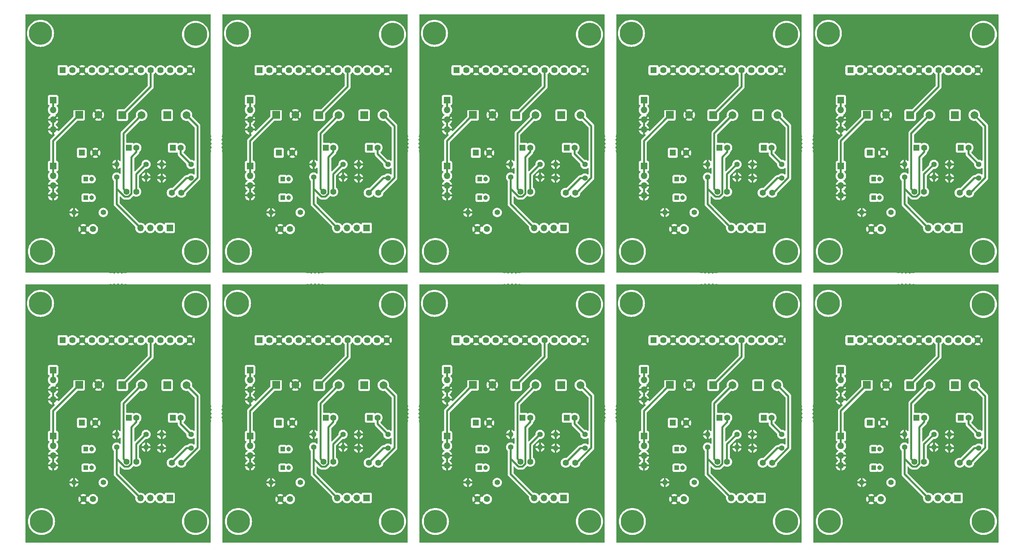
<source format=gbr>
%TF.GenerationSoftware,KiCad,Pcbnew,7.0.11*%
%TF.CreationDate,2024-10-20T12:39:06+07:00*%
%TF.ProjectId,V3,56332e6b-6963-4616-945f-706362585858,rev?*%
%TF.SameCoordinates,Original*%
%TF.FileFunction,Copper,L2,Bot*%
%TF.FilePolarity,Positive*%
%FSLAX46Y46*%
G04 Gerber Fmt 4.6, Leading zero omitted, Abs format (unit mm)*
G04 Created by KiCad (PCBNEW 7.0.11) date 2024-10-20 12:39:06*
%MOMM*%
%LPD*%
G01*
G04 APERTURE LIST*
%TA.AperFunction,ComponentPad*%
%ADD10R,1.600000X1.600000*%
%TD*%
%TA.AperFunction,ComponentPad*%
%ADD11C,1.600000*%
%TD*%
%TA.AperFunction,ComponentPad*%
%ADD12C,6.000000*%
%TD*%
%TA.AperFunction,ComponentPad*%
%ADD13C,1.400000*%
%TD*%
%TA.AperFunction,ComponentPad*%
%ADD14O,1.400000X1.400000*%
%TD*%
%TA.AperFunction,ComponentPad*%
%ADD15R,1.700000X1.700000*%
%TD*%
%TA.AperFunction,ComponentPad*%
%ADD16O,1.700000X1.700000*%
%TD*%
%TA.AperFunction,ComponentPad*%
%ADD17R,2.000000X2.000000*%
%TD*%
%TA.AperFunction,ComponentPad*%
%ADD18C,2.000000*%
%TD*%
%TA.AperFunction,ComponentPad*%
%ADD19R,1.200000X1.200000*%
%TD*%
%TA.AperFunction,ComponentPad*%
%ADD20C,1.200000*%
%TD*%
%TA.AperFunction,ComponentPad*%
%ADD21R,1.620000X1.620000*%
%TD*%
%TA.AperFunction,ComponentPad*%
%ADD22C,1.620000*%
%TD*%
%TA.AperFunction,ViaPad*%
%ADD23C,0.600000*%
%TD*%
%TA.AperFunction,Conductor*%
%ADD24C,0.500000*%
%TD*%
G04 APERTURE END LIST*
D10*
%TO.P,C101,1*%
%TO.N,Board_2-B.S1*%
X162762276Y-55145944D03*
D11*
%TO.P,C101,2*%
%TO.N,Board_2-OUT1*%
X164762276Y-55145944D03*
%TD*%
D12*
%TO.P,H102,1*%
%TO.N,Board_4-unconnected-(H102-Pad1)*%
X230893444Y-82070944D03*
%TD*%
D13*
%TO.P,R101,1,+*%
%TO.N,Board_2-Net-(R101-+)*%
X144662388Y-71945944D03*
D14*
%TO.P,R101,2,-*%
%TO.N,Board_2-GND*%
X137042388Y-71945944D03*
%TD*%
D15*
%TO.P,J104,1*%
%TO.N,Board_0-IN1*%
X29353444Y-42766944D03*
D16*
%TO.P,J104,2*%
X29353444Y-45306944D03*
%TO.P,J104,3*%
%TO.N,Board_0-GND*%
X29353444Y-47846944D03*
%TO.P,J104,4*%
X29353444Y-50386944D03*
%TD*%
D11*
%TO.P,C114,1*%
%TO.N,Board_9-Net-(C111-Pad2)*%
X252979444Y-136680944D03*
%TO.P,C114,2*%
%TO.N,Board_9-Net-(R105-+)*%
X255479444Y-136680944D03*
%TD*%
D17*
%TO.P,C110,1*%
%TO.N,Board_1-+12VDC*%
X87255767Y-46624323D03*
D18*
%TO.P,C110,2*%
%TO.N,Board_1-GND*%
X92255767Y-46624323D03*
%TD*%
D13*
%TO.P,R105,1,+*%
%TO.N,Board_9-Net-(R105-+)*%
X258039444Y-129568944D03*
D14*
%TO.P,R105,2,-*%
%TO.N,Board_9-GND*%
X250419444Y-129568944D03*
%TD*%
D10*
%TO.P,C106,1*%
%TO.N,Board_3-B.S2*%
X202393332Y-55145944D03*
D11*
%TO.P,C106,2*%
%TO.N,Board_3-OUT2*%
X204393332Y-55145944D03*
%TD*%
%TO.P,C114,1*%
%TO.N,Board_8-Net-(C111-Pad2)*%
X201844444Y-136680944D03*
%TO.P,C114,2*%
%TO.N,Board_8-Net-(R105-+)*%
X204344444Y-136680944D03*
%TD*%
D19*
%TO.P,C103,1*%
%TO.N,Board_8-NF2*%
X191258444Y-138240944D03*
D20*
%TO.P,C103,2*%
%TO.N,Board_8-Net-(R101-+)*%
X192758444Y-138240944D03*
%TD*%
D13*
%TO.P,R105,1,+*%
%TO.N,Board_2-Net-(R105-+)*%
X155769444Y-59463944D03*
D14*
%TO.P,R105,2,-*%
%TO.N,Board_2-GND*%
X148149444Y-59463944D03*
%TD*%
D13*
%TO.P,R103,1,+*%
%TO.N,Board_8-OUT2*%
X199284444Y-132870944D03*
D14*
%TO.P,R103,2,-*%
%TO.N,Board_8-GND*%
X206904444Y-132870944D03*
%TD*%
D12*
%TO.P,H102,1*%
%TO.N,Board_1-unconnected-(H102-Pad1)*%
X77488444Y-82070944D03*
%TD*%
%TO.P,H102,1*%
%TO.N,Board_0-unconnected-(H102-Pad1)*%
X26353444Y-82070944D03*
%TD*%
D19*
%TO.P,C103,1*%
%TO.N,Board_7-NF2*%
X140123444Y-138240944D03*
D20*
%TO.P,C103,2*%
%TO.N,Board_7-Net-(R101-+)*%
X141623444Y-138240944D03*
%TD*%
D21*
%TO.P,AR101,1,NF1*%
%TO.N,Board_3-NF1*%
X185248444Y-35005000D03*
D22*
%TO.P,AR101,2,IN1*%
%TO.N,Board_3-IN1*%
X187788444Y-35005000D03*
%TO.P,AR101,3,PREAMP_GND*%
%TO.N,Board_3-GND*%
X190328444Y-35005000D03*
%TO.P,AR101,4,AUDIO_MUTING*%
%TO.N,Board_3-unconnected-(AR101-AUDIO_MUTING-Pad4)*%
X192868444Y-35005000D03*
%TO.P,AR101,5,D.C*%
%TO.N,Board_3-D.C*%
X195408444Y-35005000D03*
%TO.P,AR101,6,IN2*%
%TO.N,Board_3-GND*%
X197948444Y-35005000D03*
%TO.P,AR101,7,NF2*%
%TO.N,Board_3-NF2*%
X200488444Y-35005000D03*
%TO.P,AR101,8,POWER_AMP_GND2*%
%TO.N,Board_3-GND*%
X203028444Y-35005000D03*
%TO.P,AR101,9,B.S2*%
%TO.N,Board_3-B.S2*%
X205568444Y-35005000D03*
%TO.P,AR101,10,OUT2*%
%TO.N,Board_3-OUT2*%
X208108444Y-35005000D03*
%TO.P,AR101,11,VCC*%
%TO.N,Board_3-+12VDC*%
X210648444Y-35005000D03*
%TO.P,AR101,12,OUT1*%
%TO.N,Board_3-OUT1*%
X213188444Y-35005000D03*
%TO.P,AR101,13,B.S1*%
%TO.N,Board_3-B.S1*%
X215728444Y-35005000D03*
%TO.P,AR101,14,POWER_AMP_GND1*%
%TO.N,Board_3-GND*%
X218268444Y-35005000D03*
%TD*%
D13*
%TO.P,R103,1,+*%
%TO.N,Board_1-OUT2*%
X97014444Y-62765944D03*
D14*
%TO.P,R103,2,-*%
%TO.N,Board_1-GND*%
X104634444Y-62765944D03*
%TD*%
D15*
%TO.P,J104,1*%
%TO.N,Board_7-IN1*%
X131623444Y-112871944D03*
D16*
%TO.P,J104,2*%
X131623444Y-115411944D03*
%TO.P,J104,3*%
%TO.N,Board_7-GND*%
X131623444Y-117951944D03*
%TO.P,J104,4*%
X131623444Y-120491944D03*
%TD*%
D12*
%TO.P,H101,1*%
%TO.N,Board_7-unconnected-(H101-Pad1)*%
X168623444Y-95820000D03*
%TD*%
D11*
%TO.P,C114,1*%
%TO.N,Board_5-Net-(C111-Pad2)*%
X48439444Y-136680944D03*
%TO.P,C114,2*%
%TO.N,Board_5-Net-(R105-+)*%
X50939444Y-136680944D03*
%TD*%
D15*
%TO.P,J102,1*%
%TO.N,Board_7-+12VDC*%
X131623444Y-130016944D03*
D16*
%TO.P,J102,2*%
X131623444Y-132556944D03*
%TO.P,J102,3*%
%TO.N,Board_7-GND*%
X131623444Y-135096944D03*
%TO.P,J102,4*%
X131623444Y-137636944D03*
%TD*%
D11*
%TO.P,C114,1*%
%TO.N,Board_7-Net-(C111-Pad2)*%
X150709444Y-136680944D03*
%TO.P,C114,2*%
%TO.N,Board_7-Net-(R105-+)*%
X153209444Y-136680944D03*
%TD*%
D19*
%TO.P,C102,1*%
%TO.N,Board_1-NF1*%
X88988444Y-63309944D03*
D20*
%TO.P,C102,2*%
%TO.N,Board_1-Net-(R101-+)*%
X90488444Y-63309944D03*
%TD*%
D10*
%TO.P,C101,1*%
%TO.N,Board_5-B.S1*%
X60492276Y-125250944D03*
D11*
%TO.P,C101,2*%
%TO.N,Board_5-OUT1*%
X62492276Y-125250944D03*
%TD*%
%TO.P,C113,1*%
%TO.N,Board_6-Net-(C112-Pad2)*%
X113818219Y-136934944D03*
%TO.P,C113,2*%
%TO.N,Board_6-Net-(R106-+)*%
X111318219Y-136934944D03*
%TD*%
D15*
%TO.P,J102,1*%
%TO.N,Board_2-+12VDC*%
X131623444Y-59911944D03*
D16*
%TO.P,J102,2*%
X131623444Y-62451944D03*
%TO.P,J102,3*%
%TO.N,Board_2-GND*%
X131623444Y-64991944D03*
%TO.P,J102,4*%
X131623444Y-67531944D03*
%TD*%
D21*
%TO.P,AR101,1,NF1*%
%TO.N,Board_1-NF1*%
X82978444Y-35005000D03*
D22*
%TO.P,AR101,2,IN1*%
%TO.N,Board_1-IN1*%
X85518444Y-35005000D03*
%TO.P,AR101,3,PREAMP_GND*%
%TO.N,Board_1-GND*%
X88058444Y-35005000D03*
%TO.P,AR101,4,AUDIO_MUTING*%
%TO.N,Board_1-unconnected-(AR101-AUDIO_MUTING-Pad4)*%
X90598444Y-35005000D03*
%TO.P,AR101,5,D.C*%
%TO.N,Board_1-D.C*%
X93138444Y-35005000D03*
%TO.P,AR101,6,IN2*%
%TO.N,Board_1-GND*%
X95678444Y-35005000D03*
%TO.P,AR101,7,NF2*%
%TO.N,Board_1-NF2*%
X98218444Y-35005000D03*
%TO.P,AR101,8,POWER_AMP_GND2*%
%TO.N,Board_1-GND*%
X100758444Y-35005000D03*
%TO.P,AR101,9,B.S2*%
%TO.N,Board_1-B.S2*%
X103298444Y-35005000D03*
%TO.P,AR101,10,OUT2*%
%TO.N,Board_1-OUT2*%
X105838444Y-35005000D03*
%TO.P,AR101,11,VCC*%
%TO.N,Board_1-+12VDC*%
X108378444Y-35005000D03*
%TO.P,AR101,12,OUT1*%
%TO.N,Board_1-OUT1*%
X110918444Y-35005000D03*
%TO.P,AR101,13,B.S1*%
%TO.N,Board_1-B.S1*%
X113458444Y-35005000D03*
%TO.P,AR101,14,POWER_AMP_GND1*%
%TO.N,Board_1-GND*%
X115998444Y-35005000D03*
%TD*%
D12*
%TO.P,H104,1*%
%TO.N,Board_2-unconnected-(H104-Pad1)*%
X128373444Y-25451944D03*
%TD*%
D19*
%TO.P,C102,1*%
%TO.N,Board_5-NF1*%
X37853444Y-133414944D03*
D20*
%TO.P,C102,2*%
%TO.N,Board_5-Net-(R101-+)*%
X39353444Y-133414944D03*
%TD*%
D10*
%TO.P,C106,1*%
%TO.N,Board_1-B.S2*%
X100123332Y-55145944D03*
D11*
%TO.P,C106,2*%
%TO.N,Board_1-OUT2*%
X102123332Y-55145944D03*
%TD*%
D12*
%TO.P,H104,1*%
%TO.N,Board_8-unconnected-(H104-Pad1)*%
X179508444Y-95556944D03*
%TD*%
D15*
%TO.P,J102,1*%
%TO.N,Board_4-+12VDC*%
X233893444Y-59911944D03*
D16*
%TO.P,J102,2*%
X233893444Y-62451944D03*
%TO.P,J102,3*%
%TO.N,Board_4-GND*%
X233893444Y-64991944D03*
%TO.P,J102,4*%
X233893444Y-67531944D03*
%TD*%
D17*
%TO.P,C111,1*%
%TO.N,Board_0-OUT2*%
X47354823Y-46670000D03*
D18*
%TO.P,C111,2*%
%TO.N,Board_0-Net-(C111-Pad2)*%
X52354823Y-46670000D03*
%TD*%
D19*
%TO.P,C103,1*%
%TO.N,Board_2-NF2*%
X140123444Y-68135944D03*
D20*
%TO.P,C103,2*%
%TO.N,Board_2-Net-(R101-+)*%
X141623444Y-68135944D03*
%TD*%
D10*
%TO.P,C105,1*%
%TO.N,Board_5-D.C*%
X36835793Y-126556944D03*
D11*
%TO.P,C105,2*%
%TO.N,Board_5-GND*%
X40335793Y-126556944D03*
%TD*%
D19*
%TO.P,C102,1*%
%TO.N,Board_3-NF1*%
X191258444Y-63309944D03*
D20*
%TO.P,C102,2*%
%TO.N,Board_3-Net-(R101-+)*%
X192758444Y-63309944D03*
%TD*%
D17*
%TO.P,C112,1*%
%TO.N,Board_3-OUT1*%
X212390767Y-46670000D03*
D18*
%TO.P,C112,2*%
%TO.N,Board_3-Net-(C112-Pad2)*%
X217390767Y-46670000D03*
%TD*%
D10*
%TO.P,C106,1*%
%TO.N,Board_2-B.S2*%
X151258332Y-55145944D03*
D11*
%TO.P,C106,2*%
%TO.N,Board_2-OUT2*%
X153258332Y-55145944D03*
%TD*%
D15*
%TO.P,J102,1*%
%TO.N,Board_0-+12VDC*%
X29353444Y-59911944D03*
D16*
%TO.P,J102,2*%
X29353444Y-62451944D03*
%TO.P,J102,3*%
%TO.N,Board_0-GND*%
X29353444Y-64991944D03*
%TO.P,J102,4*%
X29353444Y-67531944D03*
%TD*%
D13*
%TO.P,R105,1,+*%
%TO.N,Board_7-Net-(R105-+)*%
X155769444Y-129568944D03*
D14*
%TO.P,R105,2,-*%
%TO.N,Board_7-GND*%
X148149444Y-129568944D03*
%TD*%
D11*
%TO.P,C104,1*%
%TO.N,Board_0-Net-(R101-+)*%
X39738444Y-76263944D03*
%TO.P,C104,2*%
%TO.N,Board_0-GND*%
X37238444Y-76263944D03*
%TD*%
D15*
%TO.P,J102,1*%
%TO.N,Board_8-+12VDC*%
X182758444Y-130016944D03*
D16*
%TO.P,J102,2*%
X182758444Y-132556944D03*
%TO.P,J102,3*%
%TO.N,Board_8-GND*%
X182758444Y-135096944D03*
%TO.P,J102,4*%
X182758444Y-137636944D03*
%TD*%
D17*
%TO.P,C112,1*%
%TO.N,Board_1-OUT1*%
X110120767Y-46670000D03*
D18*
%TO.P,C112,2*%
%TO.N,Board_1-Net-(C112-Pad2)*%
X115120767Y-46670000D03*
%TD*%
D13*
%TO.P,R101,1,+*%
%TO.N,Board_1-Net-(R101-+)*%
X93527388Y-71945944D03*
D14*
%TO.P,R101,2,-*%
%TO.N,Board_1-GND*%
X85907388Y-71945944D03*
%TD*%
D13*
%TO.P,R103,1,+*%
%TO.N,Board_2-OUT2*%
X148149444Y-62765944D03*
D14*
%TO.P,R103,2,-*%
%TO.N,Board_2-GND*%
X155769444Y-62765944D03*
%TD*%
D12*
%TO.P,H102,1*%
%TO.N,Board_7-unconnected-(H102-Pad1)*%
X128623444Y-152175944D03*
%TD*%
D11*
%TO.P,C113,1*%
%TO.N,Board_7-Net-(C112-Pad2)*%
X164953219Y-136934944D03*
%TO.P,C113,2*%
%TO.N,Board_7-Net-(R106-+)*%
X162453219Y-136934944D03*
%TD*%
D19*
%TO.P,C103,1*%
%TO.N,Board_1-NF2*%
X88988444Y-68135944D03*
D20*
%TO.P,C103,2*%
%TO.N,Board_1-Net-(R101-+)*%
X90488444Y-68135944D03*
%TD*%
D12*
%TO.P,H102,1*%
%TO.N,Board_3-unconnected-(H102-Pad1)*%
X179758444Y-82070944D03*
%TD*%
D11*
%TO.P,C104,1*%
%TO.N,Board_1-Net-(R101-+)*%
X90873444Y-76263944D03*
%TO.P,C104,2*%
%TO.N,Board_1-GND*%
X88373444Y-76263944D03*
%TD*%
D13*
%TO.P,R105,1,+*%
%TO.N,Board_0-Net-(R105-+)*%
X53499444Y-59463944D03*
D14*
%TO.P,R105,2,-*%
%TO.N,Board_0-GND*%
X45879444Y-59463944D03*
%TD*%
D13*
%TO.P,R106,1,+*%
%TO.N,Board_7-Net-(R106-+)*%
X167433444Y-133124944D03*
D14*
%TO.P,R106,2,-*%
%TO.N,Board_7-GND*%
X159813444Y-133124944D03*
%TD*%
D12*
%TO.P,H104,1*%
%TO.N,Board_6-unconnected-(H104-Pad1)*%
X77238444Y-95556944D03*
%TD*%
D11*
%TO.P,C114,1*%
%TO.N,Board_3-Net-(C111-Pad2)*%
X201844444Y-66575944D03*
%TO.P,C114,2*%
%TO.N,Board_3-Net-(R105-+)*%
X204344444Y-66575944D03*
%TD*%
D13*
%TO.P,R109,1,+*%
%TO.N,Board_1-OUT1*%
X116298444Y-59463944D03*
D14*
%TO.P,R109,2,-*%
%TO.N,Board_1-GND*%
X108678444Y-59463944D03*
%TD*%
D11*
%TO.P,C104,1*%
%TO.N,Board_3-Net-(R101-+)*%
X193143444Y-76263944D03*
%TO.P,C104,2*%
%TO.N,Board_3-GND*%
X190643444Y-76263944D03*
%TD*%
D13*
%TO.P,R106,1,+*%
%TO.N,Board_2-Net-(R106-+)*%
X167433444Y-63019944D03*
D14*
%TO.P,R106,2,-*%
%TO.N,Board_2-GND*%
X159813444Y-63019944D03*
%TD*%
D13*
%TO.P,R101,1,+*%
%TO.N,Board_0-Net-(R101-+)*%
X42392388Y-71945944D03*
D14*
%TO.P,R101,2,-*%
%TO.N,Board_0-GND*%
X34772388Y-71945944D03*
%TD*%
D10*
%TO.P,C101,1*%
%TO.N,Board_6-B.S1*%
X111627276Y-125250944D03*
D11*
%TO.P,C101,2*%
%TO.N,Board_6-OUT1*%
X113627276Y-125250944D03*
%TD*%
D13*
%TO.P,R106,1,+*%
%TO.N,Board_6-Net-(R106-+)*%
X116298444Y-133124944D03*
D14*
%TO.P,R106,2,-*%
%TO.N,Board_6-GND*%
X108678444Y-133124944D03*
%TD*%
D13*
%TO.P,R101,1,+*%
%TO.N,Board_8-Net-(R101-+)*%
X195797388Y-142050944D03*
D14*
%TO.P,R101,2,-*%
%TO.N,Board_8-GND*%
X188177388Y-142050944D03*
%TD*%
D21*
%TO.P,AR101,1,NF1*%
%TO.N,Board_0-NF1*%
X31843444Y-35005000D03*
D22*
%TO.P,AR101,2,IN1*%
%TO.N,Board_0-IN1*%
X34383444Y-35005000D03*
%TO.P,AR101,3,PREAMP_GND*%
%TO.N,Board_0-GND*%
X36923444Y-35005000D03*
%TO.P,AR101,4,AUDIO_MUTING*%
%TO.N,Board_0-unconnected-(AR101-AUDIO_MUTING-Pad4)*%
X39463444Y-35005000D03*
%TO.P,AR101,5,D.C*%
%TO.N,Board_0-D.C*%
X42003444Y-35005000D03*
%TO.P,AR101,6,IN2*%
%TO.N,Board_0-GND*%
X44543444Y-35005000D03*
%TO.P,AR101,7,NF2*%
%TO.N,Board_0-NF2*%
X47083444Y-35005000D03*
%TO.P,AR101,8,POWER_AMP_GND2*%
%TO.N,Board_0-GND*%
X49623444Y-35005000D03*
%TO.P,AR101,9,B.S2*%
%TO.N,Board_0-B.S2*%
X52163444Y-35005000D03*
%TO.P,AR101,10,OUT2*%
%TO.N,Board_0-OUT2*%
X54703444Y-35005000D03*
%TO.P,AR101,11,VCC*%
%TO.N,Board_0-+12VDC*%
X57243444Y-35005000D03*
%TO.P,AR101,12,OUT1*%
%TO.N,Board_0-OUT1*%
X59783444Y-35005000D03*
%TO.P,AR101,13,B.S1*%
%TO.N,Board_0-B.S1*%
X62323444Y-35005000D03*
%TO.P,AR101,14,POWER_AMP_GND1*%
%TO.N,Board_0-GND*%
X64863444Y-35005000D03*
%TD*%
D11*
%TO.P,C104,1*%
%TO.N,Board_9-Net-(R101-+)*%
X244278444Y-146368944D03*
%TO.P,C104,2*%
%TO.N,Board_9-GND*%
X241778444Y-146368944D03*
%TD*%
D15*
%TO.P,J104,1*%
%TO.N,Board_9-IN1*%
X233893444Y-112871944D03*
D16*
%TO.P,J104,2*%
X233893444Y-115411944D03*
%TO.P,J104,3*%
%TO.N,Board_9-GND*%
X233893444Y-117951944D03*
%TO.P,J104,4*%
X233893444Y-120491944D03*
%TD*%
D11*
%TO.P,C104,1*%
%TO.N,Board_8-Net-(R101-+)*%
X193143444Y-146368944D03*
%TO.P,C104,2*%
%TO.N,Board_8-GND*%
X190643444Y-146368944D03*
%TD*%
D17*
%TO.P,C111,1*%
%TO.N,Board_6-OUT2*%
X98489823Y-116775000D03*
D18*
%TO.P,C111,2*%
%TO.N,Board_6-Net-(C111-Pad2)*%
X103489823Y-116775000D03*
%TD*%
D13*
%TO.P,R105,1,+*%
%TO.N,Board_1-Net-(R105-+)*%
X104634444Y-59463944D03*
D14*
%TO.P,R105,2,-*%
%TO.N,Board_1-GND*%
X97014444Y-59463944D03*
%TD*%
D12*
%TO.P,H103,1*%
%TO.N,Board_0-unconnected-(H103-Pad1)*%
X66353444Y-82070944D03*
%TD*%
D11*
%TO.P,C113,1*%
%TO.N,Board_1-Net-(C112-Pad2)*%
X113818219Y-66829944D03*
%TO.P,C113,2*%
%TO.N,Board_1-Net-(R106-+)*%
X111318219Y-66829944D03*
%TD*%
D10*
%TO.P,C105,1*%
%TO.N,Board_9-D.C*%
X241375793Y-126556944D03*
D11*
%TO.P,C105,2*%
%TO.N,Board_9-GND*%
X244875793Y-126556944D03*
%TD*%
D17*
%TO.P,C112,1*%
%TO.N,Board_0-OUT1*%
X58985767Y-46670000D03*
D18*
%TO.P,C112,2*%
%TO.N,Board_0-Net-(C112-Pad2)*%
X63985767Y-46670000D03*
%TD*%
D21*
%TO.P,AR101,1,NF1*%
%TO.N,Board_6-NF1*%
X82978444Y-105110000D03*
D22*
%TO.P,AR101,2,IN1*%
%TO.N,Board_6-IN1*%
X85518444Y-105110000D03*
%TO.P,AR101,3,PREAMP_GND*%
%TO.N,Board_6-GND*%
X88058444Y-105110000D03*
%TO.P,AR101,4,AUDIO_MUTING*%
%TO.N,Board_6-unconnected-(AR101-AUDIO_MUTING-Pad4)*%
X90598444Y-105110000D03*
%TO.P,AR101,5,D.C*%
%TO.N,Board_6-D.C*%
X93138444Y-105110000D03*
%TO.P,AR101,6,IN2*%
%TO.N,Board_6-GND*%
X95678444Y-105110000D03*
%TO.P,AR101,7,NF2*%
%TO.N,Board_6-NF2*%
X98218444Y-105110000D03*
%TO.P,AR101,8,POWER_AMP_GND2*%
%TO.N,Board_6-GND*%
X100758444Y-105110000D03*
%TO.P,AR101,9,B.S2*%
%TO.N,Board_6-B.S2*%
X103298444Y-105110000D03*
%TO.P,AR101,10,OUT2*%
%TO.N,Board_6-OUT2*%
X105838444Y-105110000D03*
%TO.P,AR101,11,VCC*%
%TO.N,Board_6-+12VDC*%
X108378444Y-105110000D03*
%TO.P,AR101,12,OUT1*%
%TO.N,Board_6-OUT1*%
X110918444Y-105110000D03*
%TO.P,AR101,13,B.S1*%
%TO.N,Board_6-B.S1*%
X113458444Y-105110000D03*
%TO.P,AR101,14,POWER_AMP_GND1*%
%TO.N,Board_6-GND*%
X115998444Y-105110000D03*
%TD*%
D17*
%TO.P,C110,1*%
%TO.N,Board_9-+12VDC*%
X240660767Y-116729323D03*
D18*
%TO.P,C110,2*%
%TO.N,Board_9-GND*%
X245660767Y-116729323D03*
%TD*%
D13*
%TO.P,R103,1,+*%
%TO.N,Board_5-OUT2*%
X45879444Y-132870944D03*
D14*
%TO.P,R103,2,-*%
%TO.N,Board_5-GND*%
X53499444Y-132870944D03*
%TD*%
D10*
%TO.P,C106,1*%
%TO.N,Board_7-B.S2*%
X151258332Y-125250944D03*
D11*
%TO.P,C106,2*%
%TO.N,Board_7-OUT2*%
X153258332Y-125250944D03*
%TD*%
%TO.P,C104,1*%
%TO.N,Board_4-Net-(R101-+)*%
X244278444Y-76263944D03*
%TO.P,C104,2*%
%TO.N,Board_4-GND*%
X241778444Y-76263944D03*
%TD*%
D12*
%TO.P,H104,1*%
%TO.N,Board_4-unconnected-(H104-Pad1)*%
X230643444Y-25451944D03*
%TD*%
D10*
%TO.P,C105,1*%
%TO.N,Board_8-D.C*%
X190240793Y-126556944D03*
D11*
%TO.P,C105,2*%
%TO.N,Board_8-GND*%
X193740793Y-126556944D03*
%TD*%
D10*
%TO.P,C105,1*%
%TO.N,Board_3-D.C*%
X190240793Y-56451944D03*
D11*
%TO.P,C105,2*%
%TO.N,Board_3-GND*%
X193740793Y-56451944D03*
%TD*%
D13*
%TO.P,R109,1,+*%
%TO.N,Board_2-OUT1*%
X167433444Y-59463944D03*
D14*
%TO.P,R109,2,-*%
%TO.N,Board_2-GND*%
X159813444Y-59463944D03*
%TD*%
D10*
%TO.P,C106,1*%
%TO.N,Board_0-B.S2*%
X48988332Y-55145944D03*
D11*
%TO.P,C106,2*%
%TO.N,Board_0-OUT2*%
X50988332Y-55145944D03*
%TD*%
D12*
%TO.P,H103,1*%
%TO.N,Board_9-unconnected-(H103-Pad1)*%
X270893444Y-152175944D03*
%TD*%
D17*
%TO.P,C110,1*%
%TO.N,Board_4-+12VDC*%
X240660767Y-46624323D03*
D18*
%TO.P,C110,2*%
%TO.N,Board_4-GND*%
X245660767Y-46624323D03*
%TD*%
D12*
%TO.P,H101,1*%
%TO.N,Board_6-unconnected-(H101-Pad1)*%
X117488444Y-95820000D03*
%TD*%
D13*
%TO.P,R101,1,+*%
%TO.N,Board_4-Net-(R101-+)*%
X246932388Y-71945944D03*
D14*
%TO.P,R101,2,-*%
%TO.N,Board_4-GND*%
X239312388Y-71945944D03*
%TD*%
D15*
%TO.P,J103,1*%
%TO.N,Board_9-OUT1*%
X264193444Y-146056944D03*
D16*
%TO.P,J103,2*%
X261653444Y-146056944D03*
%TO.P,J103,3*%
%TO.N,Board_9-OUT2*%
X259113444Y-146056944D03*
%TO.P,J103,4*%
X256573444Y-146056944D03*
%TD*%
D13*
%TO.P,R106,1,+*%
%TO.N,Board_1-Net-(R106-+)*%
X116298444Y-63019944D03*
D14*
%TO.P,R106,2,-*%
%TO.N,Board_1-GND*%
X108678444Y-63019944D03*
%TD*%
D17*
%TO.P,C111,1*%
%TO.N,Board_5-OUT2*%
X47354823Y-116775000D03*
D18*
%TO.P,C111,2*%
%TO.N,Board_5-Net-(C111-Pad2)*%
X52354823Y-116775000D03*
%TD*%
D12*
%TO.P,H104,1*%
%TO.N,Board_9-unconnected-(H104-Pad1)*%
X230643444Y-95556944D03*
%TD*%
D13*
%TO.P,R109,1,+*%
%TO.N,Board_8-OUT1*%
X218568444Y-129568944D03*
D14*
%TO.P,R109,2,-*%
%TO.N,Board_8-GND*%
X210948444Y-129568944D03*
%TD*%
D12*
%TO.P,H101,1*%
%TO.N,Board_1-unconnected-(H101-Pad1)*%
X117488444Y-25715000D03*
%TD*%
D11*
%TO.P,C104,1*%
%TO.N,Board_7-Net-(R101-+)*%
X142008444Y-146368944D03*
%TO.P,C104,2*%
%TO.N,Board_7-GND*%
X139508444Y-146368944D03*
%TD*%
D15*
%TO.P,J104,1*%
%TO.N,Board_4-IN1*%
X233893444Y-42766944D03*
D16*
%TO.P,J104,2*%
X233893444Y-45306944D03*
%TO.P,J104,3*%
%TO.N,Board_4-GND*%
X233893444Y-47846944D03*
%TO.P,J104,4*%
X233893444Y-50386944D03*
%TD*%
D13*
%TO.P,R103,1,+*%
%TO.N,Board_7-OUT2*%
X148149444Y-132870944D03*
D14*
%TO.P,R103,2,-*%
%TO.N,Board_7-GND*%
X155769444Y-132870944D03*
%TD*%
D13*
%TO.P,R105,1,+*%
%TO.N,Board_6-Net-(R105-+)*%
X104634444Y-129568944D03*
D14*
%TO.P,R105,2,-*%
%TO.N,Board_6-GND*%
X97014444Y-129568944D03*
%TD*%
D15*
%TO.P,J104,1*%
%TO.N,Board_1-IN1*%
X80488444Y-42766944D03*
D16*
%TO.P,J104,2*%
X80488444Y-45306944D03*
%TO.P,J104,3*%
%TO.N,Board_1-GND*%
X80488444Y-47846944D03*
%TO.P,J104,4*%
X80488444Y-50386944D03*
%TD*%
D19*
%TO.P,C103,1*%
%TO.N,Board_5-NF2*%
X37853444Y-138240944D03*
D20*
%TO.P,C103,2*%
%TO.N,Board_5-Net-(R101-+)*%
X39353444Y-138240944D03*
%TD*%
D17*
%TO.P,C111,1*%
%TO.N,Board_4-OUT2*%
X251894823Y-46670000D03*
D18*
%TO.P,C111,2*%
%TO.N,Board_4-Net-(C111-Pad2)*%
X256894823Y-46670000D03*
%TD*%
D10*
%TO.P,C105,1*%
%TO.N,Board_7-D.C*%
X139105793Y-126556944D03*
D11*
%TO.P,C105,2*%
%TO.N,Board_7-GND*%
X142605793Y-126556944D03*
%TD*%
D15*
%TO.P,J104,1*%
%TO.N,Board_5-IN1*%
X29353444Y-112871944D03*
D16*
%TO.P,J104,2*%
X29353444Y-115411944D03*
%TO.P,J104,3*%
%TO.N,Board_5-GND*%
X29353444Y-117951944D03*
%TO.P,J104,4*%
X29353444Y-120491944D03*
%TD*%
D12*
%TO.P,H101,1*%
%TO.N,Board_8-unconnected-(H101-Pad1)*%
X219758444Y-95820000D03*
%TD*%
%TO.P,H101,1*%
%TO.N,Board_0-unconnected-(H101-Pad1)*%
X66353444Y-25715000D03*
%TD*%
D17*
%TO.P,C110,1*%
%TO.N,Board_7-+12VDC*%
X138390767Y-116729323D03*
D18*
%TO.P,C110,2*%
%TO.N,Board_7-GND*%
X143390767Y-116729323D03*
%TD*%
D13*
%TO.P,R103,1,+*%
%TO.N,Board_6-OUT2*%
X97014444Y-132870944D03*
D14*
%TO.P,R103,2,-*%
%TO.N,Board_6-GND*%
X104634444Y-132870944D03*
%TD*%
D13*
%TO.P,R105,1,+*%
%TO.N,Board_8-Net-(R105-+)*%
X206904444Y-129568944D03*
D14*
%TO.P,R105,2,-*%
%TO.N,Board_8-GND*%
X199284444Y-129568944D03*
%TD*%
D13*
%TO.P,R101,1,+*%
%TO.N,Board_3-Net-(R101-+)*%
X195797388Y-71945944D03*
D14*
%TO.P,R101,2,-*%
%TO.N,Board_3-GND*%
X188177388Y-71945944D03*
%TD*%
D12*
%TO.P,H104,1*%
%TO.N,Board_7-unconnected-(H104-Pad1)*%
X128373444Y-95556944D03*
%TD*%
%TO.P,H101,1*%
%TO.N,Board_9-unconnected-(H101-Pad1)*%
X270893444Y-95820000D03*
%TD*%
D11*
%TO.P,C114,1*%
%TO.N,Board_1-Net-(C111-Pad2)*%
X99574444Y-66575944D03*
%TO.P,C114,2*%
%TO.N,Board_1-Net-(R105-+)*%
X102074444Y-66575944D03*
%TD*%
%TO.P,C104,1*%
%TO.N,Board_6-Net-(R101-+)*%
X90873444Y-146368944D03*
%TO.P,C104,2*%
%TO.N,Board_6-GND*%
X88373444Y-146368944D03*
%TD*%
D15*
%TO.P,J103,1*%
%TO.N,Board_2-OUT1*%
X161923444Y-75951944D03*
D16*
%TO.P,J103,2*%
X159383444Y-75951944D03*
%TO.P,J103,3*%
%TO.N,Board_2-OUT2*%
X156843444Y-75951944D03*
%TO.P,J103,4*%
X154303444Y-75951944D03*
%TD*%
D19*
%TO.P,C102,1*%
%TO.N,Board_6-NF1*%
X88988444Y-133414944D03*
D20*
%TO.P,C102,2*%
%TO.N,Board_6-Net-(R101-+)*%
X90488444Y-133414944D03*
%TD*%
D17*
%TO.P,C112,1*%
%TO.N,Board_5-OUT1*%
X58985767Y-116775000D03*
D18*
%TO.P,C112,2*%
%TO.N,Board_5-Net-(C112-Pad2)*%
X63985767Y-116775000D03*
%TD*%
D10*
%TO.P,C101,1*%
%TO.N,Board_8-B.S1*%
X213897276Y-125250944D03*
D11*
%TO.P,C101,2*%
%TO.N,Board_8-OUT1*%
X215897276Y-125250944D03*
%TD*%
D13*
%TO.P,R109,1,+*%
%TO.N,Board_9-OUT1*%
X269703444Y-129568944D03*
D14*
%TO.P,R109,2,-*%
%TO.N,Board_9-GND*%
X262083444Y-129568944D03*
%TD*%
D12*
%TO.P,H101,1*%
%TO.N,Board_4-unconnected-(H101-Pad1)*%
X270893444Y-25715000D03*
%TD*%
D10*
%TO.P,C101,1*%
%TO.N,Board_4-B.S1*%
X265032276Y-55145944D03*
D11*
%TO.P,C101,2*%
%TO.N,Board_4-OUT1*%
X267032276Y-55145944D03*
%TD*%
D17*
%TO.P,C110,1*%
%TO.N,Board_2-+12VDC*%
X138390767Y-46624323D03*
D18*
%TO.P,C110,2*%
%TO.N,Board_2-GND*%
X143390767Y-46624323D03*
%TD*%
D21*
%TO.P,AR101,1,NF1*%
%TO.N,Board_8-NF1*%
X185248444Y-105110000D03*
D22*
%TO.P,AR101,2,IN1*%
%TO.N,Board_8-IN1*%
X187788444Y-105110000D03*
%TO.P,AR101,3,PREAMP_GND*%
%TO.N,Board_8-GND*%
X190328444Y-105110000D03*
%TO.P,AR101,4,AUDIO_MUTING*%
%TO.N,Board_8-unconnected-(AR101-AUDIO_MUTING-Pad4)*%
X192868444Y-105110000D03*
%TO.P,AR101,5,D.C*%
%TO.N,Board_8-D.C*%
X195408444Y-105110000D03*
%TO.P,AR101,6,IN2*%
%TO.N,Board_8-GND*%
X197948444Y-105110000D03*
%TO.P,AR101,7,NF2*%
%TO.N,Board_8-NF2*%
X200488444Y-105110000D03*
%TO.P,AR101,8,POWER_AMP_GND2*%
%TO.N,Board_8-GND*%
X203028444Y-105110000D03*
%TO.P,AR101,9,B.S2*%
%TO.N,Board_8-B.S2*%
X205568444Y-105110000D03*
%TO.P,AR101,10,OUT2*%
%TO.N,Board_8-OUT2*%
X208108444Y-105110000D03*
%TO.P,AR101,11,VCC*%
%TO.N,Board_8-+12VDC*%
X210648444Y-105110000D03*
%TO.P,AR101,12,OUT1*%
%TO.N,Board_8-OUT1*%
X213188444Y-105110000D03*
%TO.P,AR101,13,B.S1*%
%TO.N,Board_8-B.S1*%
X215728444Y-105110000D03*
%TO.P,AR101,14,POWER_AMP_GND1*%
%TO.N,Board_8-GND*%
X218268444Y-105110000D03*
%TD*%
D11*
%TO.P,C113,1*%
%TO.N,Board_3-Net-(C112-Pad2)*%
X216088219Y-66829944D03*
%TO.P,C113,2*%
%TO.N,Board_3-Net-(R106-+)*%
X213588219Y-66829944D03*
%TD*%
%TO.P,C113,1*%
%TO.N,Board_2-Net-(C112-Pad2)*%
X164953219Y-66829944D03*
%TO.P,C113,2*%
%TO.N,Board_2-Net-(R106-+)*%
X162453219Y-66829944D03*
%TD*%
D13*
%TO.P,R109,1,+*%
%TO.N,Board_3-OUT1*%
X218568444Y-59463944D03*
D14*
%TO.P,R109,2,-*%
%TO.N,Board_3-GND*%
X210948444Y-59463944D03*
%TD*%
D10*
%TO.P,C106,1*%
%TO.N,Board_9-B.S2*%
X253528332Y-125250944D03*
D11*
%TO.P,C106,2*%
%TO.N,Board_9-OUT2*%
X255528332Y-125250944D03*
%TD*%
D12*
%TO.P,H103,1*%
%TO.N,Board_1-unconnected-(H103-Pad1)*%
X117488444Y-82070944D03*
%TD*%
D21*
%TO.P,AR101,1,NF1*%
%TO.N,Board_2-NF1*%
X134113444Y-35005000D03*
D22*
%TO.P,AR101,2,IN1*%
%TO.N,Board_2-IN1*%
X136653444Y-35005000D03*
%TO.P,AR101,3,PREAMP_GND*%
%TO.N,Board_2-GND*%
X139193444Y-35005000D03*
%TO.P,AR101,4,AUDIO_MUTING*%
%TO.N,Board_2-unconnected-(AR101-AUDIO_MUTING-Pad4)*%
X141733444Y-35005000D03*
%TO.P,AR101,5,D.C*%
%TO.N,Board_2-D.C*%
X144273444Y-35005000D03*
%TO.P,AR101,6,IN2*%
%TO.N,Board_2-GND*%
X146813444Y-35005000D03*
%TO.P,AR101,7,NF2*%
%TO.N,Board_2-NF2*%
X149353444Y-35005000D03*
%TO.P,AR101,8,POWER_AMP_GND2*%
%TO.N,Board_2-GND*%
X151893444Y-35005000D03*
%TO.P,AR101,9,B.S2*%
%TO.N,Board_2-B.S2*%
X154433444Y-35005000D03*
%TO.P,AR101,10,OUT2*%
%TO.N,Board_2-OUT2*%
X156973444Y-35005000D03*
%TO.P,AR101,11,VCC*%
%TO.N,Board_2-+12VDC*%
X159513444Y-35005000D03*
%TO.P,AR101,12,OUT1*%
%TO.N,Board_2-OUT1*%
X162053444Y-35005000D03*
%TO.P,AR101,13,B.S1*%
%TO.N,Board_2-B.S1*%
X164593444Y-35005000D03*
%TO.P,AR101,14,POWER_AMP_GND1*%
%TO.N,Board_2-GND*%
X167133444Y-35005000D03*
%TD*%
D10*
%TO.P,C105,1*%
%TO.N,Board_4-D.C*%
X241375793Y-56451944D03*
D11*
%TO.P,C105,2*%
%TO.N,Board_4-GND*%
X244875793Y-56451944D03*
%TD*%
D13*
%TO.P,R106,1,+*%
%TO.N,Board_3-Net-(R106-+)*%
X218568444Y-63019944D03*
D14*
%TO.P,R106,2,-*%
%TO.N,Board_3-GND*%
X210948444Y-63019944D03*
%TD*%
D11*
%TO.P,C114,1*%
%TO.N,Board_4-Net-(C111-Pad2)*%
X252979444Y-66575944D03*
%TO.P,C114,2*%
%TO.N,Board_4-Net-(R105-+)*%
X255479444Y-66575944D03*
%TD*%
D13*
%TO.P,R109,1,+*%
%TO.N,Board_6-OUT1*%
X116298444Y-129568944D03*
D14*
%TO.P,R109,2,-*%
%TO.N,Board_6-GND*%
X108678444Y-129568944D03*
%TD*%
D15*
%TO.P,J104,1*%
%TO.N,Board_3-IN1*%
X182758444Y-42766944D03*
D16*
%TO.P,J104,2*%
X182758444Y-45306944D03*
%TO.P,J104,3*%
%TO.N,Board_3-GND*%
X182758444Y-47846944D03*
%TO.P,J104,4*%
X182758444Y-50386944D03*
%TD*%
D12*
%TO.P,H103,1*%
%TO.N,Board_3-unconnected-(H103-Pad1)*%
X219758444Y-82070944D03*
%TD*%
%TO.P,H103,1*%
%TO.N,Board_2-unconnected-(H103-Pad1)*%
X168623444Y-82070944D03*
%TD*%
D13*
%TO.P,R105,1,+*%
%TO.N,Board_5-Net-(R105-+)*%
X53499444Y-129568944D03*
D14*
%TO.P,R105,2,-*%
%TO.N,Board_5-GND*%
X45879444Y-129568944D03*
%TD*%
D17*
%TO.P,C112,1*%
%TO.N,Board_9-OUT1*%
X263525767Y-116775000D03*
D18*
%TO.P,C112,2*%
%TO.N,Board_9-Net-(C112-Pad2)*%
X268525767Y-116775000D03*
%TD*%
D15*
%TO.P,J102,1*%
%TO.N,Board_3-+12VDC*%
X182758444Y-59911944D03*
D16*
%TO.P,J102,2*%
X182758444Y-62451944D03*
%TO.P,J102,3*%
%TO.N,Board_3-GND*%
X182758444Y-64991944D03*
%TO.P,J102,4*%
X182758444Y-67531944D03*
%TD*%
D17*
%TO.P,C110,1*%
%TO.N,Board_6-+12VDC*%
X87255767Y-116729323D03*
D18*
%TO.P,C110,2*%
%TO.N,Board_6-GND*%
X92255767Y-116729323D03*
%TD*%
D12*
%TO.P,H101,1*%
%TO.N,Board_3-unconnected-(H101-Pad1)*%
X219758444Y-25715000D03*
%TD*%
%TO.P,H102,1*%
%TO.N,Board_5-unconnected-(H102-Pad1)*%
X26353444Y-152175944D03*
%TD*%
D11*
%TO.P,C113,1*%
%TO.N,Board_0-Net-(C112-Pad2)*%
X62683219Y-66829944D03*
%TO.P,C113,2*%
%TO.N,Board_0-Net-(R106-+)*%
X60183219Y-66829944D03*
%TD*%
D12*
%TO.P,H104,1*%
%TO.N,Board_3-unconnected-(H104-Pad1)*%
X179508444Y-25451944D03*
%TD*%
D13*
%TO.P,R105,1,+*%
%TO.N,Board_3-Net-(R105-+)*%
X206904444Y-59463944D03*
D14*
%TO.P,R105,2,-*%
%TO.N,Board_3-GND*%
X199284444Y-59463944D03*
%TD*%
D15*
%TO.P,J103,1*%
%TO.N,Board_5-OUT1*%
X59653444Y-146056944D03*
D16*
%TO.P,J103,2*%
X57113444Y-146056944D03*
%TO.P,J103,3*%
%TO.N,Board_5-OUT2*%
X54573444Y-146056944D03*
%TO.P,J103,4*%
X52033444Y-146056944D03*
%TD*%
D12*
%TO.P,H102,1*%
%TO.N,Board_2-unconnected-(H102-Pad1)*%
X128623444Y-82070944D03*
%TD*%
D10*
%TO.P,C106,1*%
%TO.N,Board_4-B.S2*%
X253528332Y-55145944D03*
D11*
%TO.P,C106,2*%
%TO.N,Board_4-OUT2*%
X255528332Y-55145944D03*
%TD*%
D17*
%TO.P,C112,1*%
%TO.N,Board_7-OUT1*%
X161255767Y-116775000D03*
D18*
%TO.P,C112,2*%
%TO.N,Board_7-Net-(C112-Pad2)*%
X166255767Y-116775000D03*
%TD*%
D13*
%TO.P,R101,1,+*%
%TO.N,Board_9-Net-(R101-+)*%
X246932388Y-142050944D03*
D14*
%TO.P,R101,2,-*%
%TO.N,Board_9-GND*%
X239312388Y-142050944D03*
%TD*%
D13*
%TO.P,R101,1,+*%
%TO.N,Board_6-Net-(R101-+)*%
X93527388Y-142050944D03*
D14*
%TO.P,R101,2,-*%
%TO.N,Board_6-GND*%
X85907388Y-142050944D03*
%TD*%
D19*
%TO.P,C103,1*%
%TO.N,Board_4-NF2*%
X242393444Y-68135944D03*
D20*
%TO.P,C103,2*%
%TO.N,Board_4-Net-(R101-+)*%
X243893444Y-68135944D03*
%TD*%
D12*
%TO.P,H103,1*%
%TO.N,Board_5-unconnected-(H103-Pad1)*%
X66353444Y-152175944D03*
%TD*%
D15*
%TO.P,J104,1*%
%TO.N,Board_6-IN1*%
X80488444Y-112871944D03*
D16*
%TO.P,J104,2*%
X80488444Y-115411944D03*
%TO.P,J104,3*%
%TO.N,Board_6-GND*%
X80488444Y-117951944D03*
%TO.P,J104,4*%
X80488444Y-120491944D03*
%TD*%
D19*
%TO.P,C102,1*%
%TO.N,Board_4-NF1*%
X242393444Y-63309944D03*
D20*
%TO.P,C102,2*%
%TO.N,Board_4-Net-(R101-+)*%
X243893444Y-63309944D03*
%TD*%
D21*
%TO.P,AR101,1,NF1*%
%TO.N,Board_4-NF1*%
X236383444Y-35005000D03*
D22*
%TO.P,AR101,2,IN1*%
%TO.N,Board_4-IN1*%
X238923444Y-35005000D03*
%TO.P,AR101,3,PREAMP_GND*%
%TO.N,Board_4-GND*%
X241463444Y-35005000D03*
%TO.P,AR101,4,AUDIO_MUTING*%
%TO.N,Board_4-unconnected-(AR101-AUDIO_MUTING-Pad4)*%
X244003444Y-35005000D03*
%TO.P,AR101,5,D.C*%
%TO.N,Board_4-D.C*%
X246543444Y-35005000D03*
%TO.P,AR101,6,IN2*%
%TO.N,Board_4-GND*%
X249083444Y-35005000D03*
%TO.P,AR101,7,NF2*%
%TO.N,Board_4-NF2*%
X251623444Y-35005000D03*
%TO.P,AR101,8,POWER_AMP_GND2*%
%TO.N,Board_4-GND*%
X254163444Y-35005000D03*
%TO.P,AR101,9,B.S2*%
%TO.N,Board_4-B.S2*%
X256703444Y-35005000D03*
%TO.P,AR101,10,OUT2*%
%TO.N,Board_4-OUT2*%
X259243444Y-35005000D03*
%TO.P,AR101,11,VCC*%
%TO.N,Board_4-+12VDC*%
X261783444Y-35005000D03*
%TO.P,AR101,12,OUT1*%
%TO.N,Board_4-OUT1*%
X264323444Y-35005000D03*
%TO.P,AR101,13,B.S1*%
%TO.N,Board_4-B.S1*%
X266863444Y-35005000D03*
%TO.P,AR101,14,POWER_AMP_GND1*%
%TO.N,Board_4-GND*%
X269403444Y-35005000D03*
%TD*%
D13*
%TO.P,R106,1,+*%
%TO.N,Board_0-Net-(R106-+)*%
X65163444Y-63019944D03*
D14*
%TO.P,R106,2,-*%
%TO.N,Board_0-GND*%
X57543444Y-63019944D03*
%TD*%
D19*
%TO.P,C102,1*%
%TO.N,Board_0-NF1*%
X37853444Y-63309944D03*
D20*
%TO.P,C102,2*%
%TO.N,Board_0-Net-(R101-+)*%
X39353444Y-63309944D03*
%TD*%
D10*
%TO.P,C106,1*%
%TO.N,Board_6-B.S2*%
X100123332Y-125250944D03*
D11*
%TO.P,C106,2*%
%TO.N,Board_6-OUT2*%
X102123332Y-125250944D03*
%TD*%
D13*
%TO.P,R109,1,+*%
%TO.N,Board_5-OUT1*%
X65163444Y-129568944D03*
D14*
%TO.P,R109,2,-*%
%TO.N,Board_5-GND*%
X57543444Y-129568944D03*
%TD*%
D11*
%TO.P,C113,1*%
%TO.N,Board_9-Net-(C112-Pad2)*%
X267223219Y-136934944D03*
%TO.P,C113,2*%
%TO.N,Board_9-Net-(R106-+)*%
X264723219Y-136934944D03*
%TD*%
D19*
%TO.P,C102,1*%
%TO.N,Board_8-NF1*%
X191258444Y-133414944D03*
D20*
%TO.P,C102,2*%
%TO.N,Board_8-Net-(R101-+)*%
X192758444Y-133414944D03*
%TD*%
D17*
%TO.P,C112,1*%
%TO.N,Board_6-OUT1*%
X110120767Y-116775000D03*
D18*
%TO.P,C112,2*%
%TO.N,Board_6-Net-(C112-Pad2)*%
X115120767Y-116775000D03*
%TD*%
D13*
%TO.P,R106,1,+*%
%TO.N,Board_5-Net-(R106-+)*%
X65163444Y-133124944D03*
D14*
%TO.P,R106,2,-*%
%TO.N,Board_5-GND*%
X57543444Y-133124944D03*
%TD*%
D13*
%TO.P,R103,1,+*%
%TO.N,Board_3-OUT2*%
X199284444Y-62765944D03*
D14*
%TO.P,R103,2,-*%
%TO.N,Board_3-GND*%
X206904444Y-62765944D03*
%TD*%
D15*
%TO.P,J103,1*%
%TO.N,Board_4-OUT1*%
X264193444Y-75951944D03*
D16*
%TO.P,J103,2*%
X261653444Y-75951944D03*
%TO.P,J103,3*%
%TO.N,Board_4-OUT2*%
X259113444Y-75951944D03*
%TO.P,J103,4*%
X256573444Y-75951944D03*
%TD*%
D12*
%TO.P,H103,1*%
%TO.N,Board_6-unconnected-(H103-Pad1)*%
X117488444Y-152175944D03*
%TD*%
D17*
%TO.P,C110,1*%
%TO.N,Board_5-+12VDC*%
X36120767Y-116729323D03*
D18*
%TO.P,C110,2*%
%TO.N,Board_5-GND*%
X41120767Y-116729323D03*
%TD*%
D13*
%TO.P,R101,1,+*%
%TO.N,Board_5-Net-(R101-+)*%
X42392388Y-142050944D03*
D14*
%TO.P,R101,2,-*%
%TO.N,Board_5-GND*%
X34772388Y-142050944D03*
%TD*%
D17*
%TO.P,C111,1*%
%TO.N,Board_9-OUT2*%
X251894823Y-116775000D03*
D18*
%TO.P,C111,2*%
%TO.N,Board_9-Net-(C111-Pad2)*%
X256894823Y-116775000D03*
%TD*%
D15*
%TO.P,J104,1*%
%TO.N,Board_2-IN1*%
X131623444Y-42766944D03*
D16*
%TO.P,J104,2*%
X131623444Y-45306944D03*
%TO.P,J104,3*%
%TO.N,Board_2-GND*%
X131623444Y-47846944D03*
%TO.P,J104,4*%
X131623444Y-50386944D03*
%TD*%
D10*
%TO.P,C105,1*%
%TO.N,Board_2-D.C*%
X139105793Y-56451944D03*
D11*
%TO.P,C105,2*%
%TO.N,Board_2-GND*%
X142605793Y-56451944D03*
%TD*%
D12*
%TO.P,H103,1*%
%TO.N,Board_8-unconnected-(H103-Pad1)*%
X219758444Y-152175944D03*
%TD*%
D13*
%TO.P,R109,1,+*%
%TO.N,Board_4-OUT1*%
X269703444Y-59463944D03*
D14*
%TO.P,R109,2,-*%
%TO.N,Board_4-GND*%
X262083444Y-59463944D03*
%TD*%
D19*
%TO.P,C103,1*%
%TO.N,Board_3-NF2*%
X191258444Y-68135944D03*
D20*
%TO.P,C103,2*%
%TO.N,Board_3-Net-(R101-+)*%
X192758444Y-68135944D03*
%TD*%
D15*
%TO.P,J103,1*%
%TO.N,Board_6-OUT1*%
X110788444Y-146056944D03*
D16*
%TO.P,J103,2*%
X108248444Y-146056944D03*
%TO.P,J103,3*%
%TO.N,Board_6-OUT2*%
X105708444Y-146056944D03*
%TO.P,J103,4*%
X103168444Y-146056944D03*
%TD*%
D13*
%TO.P,R105,1,+*%
%TO.N,Board_4-Net-(R105-+)*%
X258039444Y-59463944D03*
D14*
%TO.P,R105,2,-*%
%TO.N,Board_4-GND*%
X250419444Y-59463944D03*
%TD*%
D17*
%TO.P,C111,1*%
%TO.N,Board_1-OUT2*%
X98489823Y-46670000D03*
D18*
%TO.P,C111,2*%
%TO.N,Board_1-Net-(C111-Pad2)*%
X103489823Y-46670000D03*
%TD*%
D12*
%TO.P,H102,1*%
%TO.N,Board_6-unconnected-(H102-Pad1)*%
X77488444Y-152175944D03*
%TD*%
D17*
%TO.P,C111,1*%
%TO.N,Board_3-OUT2*%
X200759823Y-46670000D03*
D18*
%TO.P,C111,2*%
%TO.N,Board_3-Net-(C111-Pad2)*%
X205759823Y-46670000D03*
%TD*%
D12*
%TO.P,H104,1*%
%TO.N,Board_0-unconnected-(H104-Pad1)*%
X26103444Y-25451944D03*
%TD*%
D13*
%TO.P,R106,1,+*%
%TO.N,Board_8-Net-(R106-+)*%
X218568444Y-133124944D03*
D14*
%TO.P,R106,2,-*%
%TO.N,Board_8-GND*%
X210948444Y-133124944D03*
%TD*%
D17*
%TO.P,C110,1*%
%TO.N,Board_3-+12VDC*%
X189525767Y-46624323D03*
D18*
%TO.P,C110,2*%
%TO.N,Board_3-GND*%
X194525767Y-46624323D03*
%TD*%
D17*
%TO.P,C112,1*%
%TO.N,Board_4-OUT1*%
X263525767Y-46670000D03*
D18*
%TO.P,C112,2*%
%TO.N,Board_4-Net-(C112-Pad2)*%
X268525767Y-46670000D03*
%TD*%
D12*
%TO.P,H102,1*%
%TO.N,Board_8-unconnected-(H102-Pad1)*%
X179758444Y-152175944D03*
%TD*%
D11*
%TO.P,C104,1*%
%TO.N,Board_5-Net-(R101-+)*%
X39738444Y-146368944D03*
%TO.P,C104,2*%
%TO.N,Board_5-GND*%
X37238444Y-146368944D03*
%TD*%
D12*
%TO.P,H103,1*%
%TO.N,Board_4-unconnected-(H103-Pad1)*%
X270893444Y-82070944D03*
%TD*%
%TO.P,H104,1*%
%TO.N,Board_5-unconnected-(H104-Pad1)*%
X26103444Y-95556944D03*
%TD*%
D10*
%TO.P,C101,1*%
%TO.N,Board_3-B.S1*%
X213897276Y-55145944D03*
D11*
%TO.P,C101,2*%
%TO.N,Board_3-OUT1*%
X215897276Y-55145944D03*
%TD*%
D13*
%TO.P,R103,1,+*%
%TO.N,Board_9-OUT2*%
X250419444Y-132870944D03*
D14*
%TO.P,R103,2,-*%
%TO.N,Board_9-GND*%
X258039444Y-132870944D03*
%TD*%
D17*
%TO.P,C111,1*%
%TO.N,Board_7-OUT2*%
X149624823Y-116775000D03*
D18*
%TO.P,C111,2*%
%TO.N,Board_7-Net-(C111-Pad2)*%
X154624823Y-116775000D03*
%TD*%
D13*
%TO.P,R106,1,+*%
%TO.N,Board_4-Net-(R106-+)*%
X269703444Y-63019944D03*
D14*
%TO.P,R106,2,-*%
%TO.N,Board_4-GND*%
X262083444Y-63019944D03*
%TD*%
D11*
%TO.P,C113,1*%
%TO.N,Board_4-Net-(C112-Pad2)*%
X267223219Y-66829944D03*
%TO.P,C113,2*%
%TO.N,Board_4-Net-(R106-+)*%
X264723219Y-66829944D03*
%TD*%
%TO.P,C114,1*%
%TO.N,Board_6-Net-(C111-Pad2)*%
X99574444Y-136680944D03*
%TO.P,C114,2*%
%TO.N,Board_6-Net-(R105-+)*%
X102074444Y-136680944D03*
%TD*%
D10*
%TO.P,C101,1*%
%TO.N,Board_0-B.S1*%
X60492276Y-55145944D03*
D11*
%TO.P,C101,2*%
%TO.N,Board_0-OUT1*%
X62492276Y-55145944D03*
%TD*%
D12*
%TO.P,H104,1*%
%TO.N,Board_1-unconnected-(H104-Pad1)*%
X77238444Y-25451944D03*
%TD*%
D13*
%TO.P,R103,1,+*%
%TO.N,Board_0-OUT2*%
X45879444Y-62765944D03*
D14*
%TO.P,R103,2,-*%
%TO.N,Board_0-GND*%
X53499444Y-62765944D03*
%TD*%
D15*
%TO.P,J103,1*%
%TO.N,Board_8-OUT1*%
X213058444Y-146056944D03*
D16*
%TO.P,J103,2*%
X210518444Y-146056944D03*
%TO.P,J103,3*%
%TO.N,Board_8-OUT2*%
X207978444Y-146056944D03*
%TO.P,J103,4*%
X205438444Y-146056944D03*
%TD*%
D11*
%TO.P,C104,1*%
%TO.N,Board_2-Net-(R101-+)*%
X142008444Y-76263944D03*
%TO.P,C104,2*%
%TO.N,Board_2-GND*%
X139508444Y-76263944D03*
%TD*%
D10*
%TO.P,C106,1*%
%TO.N,Board_8-B.S2*%
X202393332Y-125250944D03*
D11*
%TO.P,C106,2*%
%TO.N,Board_8-OUT2*%
X204393332Y-125250944D03*
%TD*%
D19*
%TO.P,C102,1*%
%TO.N,Board_7-NF1*%
X140123444Y-133414944D03*
D20*
%TO.P,C102,2*%
%TO.N,Board_7-Net-(R101-+)*%
X141623444Y-133414944D03*
%TD*%
D19*
%TO.P,C102,1*%
%TO.N,Board_2-NF1*%
X140123444Y-63309944D03*
D20*
%TO.P,C102,2*%
%TO.N,Board_2-Net-(R101-+)*%
X141623444Y-63309944D03*
%TD*%
D15*
%TO.P,J104,1*%
%TO.N,Board_8-IN1*%
X182758444Y-112871944D03*
D16*
%TO.P,J104,2*%
X182758444Y-115411944D03*
%TO.P,J104,3*%
%TO.N,Board_8-GND*%
X182758444Y-117951944D03*
%TO.P,J104,4*%
X182758444Y-120491944D03*
%TD*%
D13*
%TO.P,R101,1,+*%
%TO.N,Board_7-Net-(R101-+)*%
X144662388Y-142050944D03*
D14*
%TO.P,R101,2,-*%
%TO.N,Board_7-GND*%
X137042388Y-142050944D03*
%TD*%
D10*
%TO.P,C105,1*%
%TO.N,Board_1-D.C*%
X87970793Y-56451944D03*
D11*
%TO.P,C105,2*%
%TO.N,Board_1-GND*%
X91470793Y-56451944D03*
%TD*%
D12*
%TO.P,H101,1*%
%TO.N,Board_5-unconnected-(H101-Pad1)*%
X66353444Y-95820000D03*
%TD*%
D13*
%TO.P,R109,1,+*%
%TO.N,Board_0-OUT1*%
X65163444Y-59463944D03*
D14*
%TO.P,R109,2,-*%
%TO.N,Board_0-GND*%
X57543444Y-59463944D03*
%TD*%
D15*
%TO.P,J102,1*%
%TO.N,Board_9-+12VDC*%
X233893444Y-130016944D03*
D16*
%TO.P,J102,2*%
X233893444Y-132556944D03*
%TO.P,J102,3*%
%TO.N,Board_9-GND*%
X233893444Y-135096944D03*
%TO.P,J102,4*%
X233893444Y-137636944D03*
%TD*%
D10*
%TO.P,C101,1*%
%TO.N,Board_9-B.S1*%
X265032276Y-125250944D03*
D11*
%TO.P,C101,2*%
%TO.N,Board_9-OUT1*%
X267032276Y-125250944D03*
%TD*%
D17*
%TO.P,C110,1*%
%TO.N,Board_8-+12VDC*%
X189525767Y-116729323D03*
D18*
%TO.P,C110,2*%
%TO.N,Board_8-GND*%
X194525767Y-116729323D03*
%TD*%
D15*
%TO.P,J103,1*%
%TO.N,Board_1-OUT1*%
X110788444Y-75951944D03*
D16*
%TO.P,J103,2*%
X108248444Y-75951944D03*
%TO.P,J103,3*%
%TO.N,Board_1-OUT2*%
X105708444Y-75951944D03*
%TO.P,J103,4*%
X103168444Y-75951944D03*
%TD*%
D15*
%TO.P,J103,1*%
%TO.N,Board_7-OUT1*%
X161923444Y-146056944D03*
D16*
%TO.P,J103,2*%
X159383444Y-146056944D03*
%TO.P,J103,3*%
%TO.N,Board_7-OUT2*%
X156843444Y-146056944D03*
%TO.P,J103,4*%
X154303444Y-146056944D03*
%TD*%
D12*
%TO.P,H102,1*%
%TO.N,Board_9-unconnected-(H102-Pad1)*%
X230893444Y-152175944D03*
%TD*%
D17*
%TO.P,C110,1*%
%TO.N,Board_0-+12VDC*%
X36120767Y-46624323D03*
D18*
%TO.P,C110,2*%
%TO.N,Board_0-GND*%
X41120767Y-46624323D03*
%TD*%
D12*
%TO.P,H103,1*%
%TO.N,Board_7-unconnected-(H103-Pad1)*%
X168623444Y-152175944D03*
%TD*%
D15*
%TO.P,J102,1*%
%TO.N,Board_5-+12VDC*%
X29353444Y-130016944D03*
D16*
%TO.P,J102,2*%
X29353444Y-132556944D03*
%TO.P,J102,3*%
%TO.N,Board_5-GND*%
X29353444Y-135096944D03*
%TO.P,J102,4*%
X29353444Y-137636944D03*
%TD*%
D13*
%TO.P,R109,1,+*%
%TO.N,Board_7-OUT1*%
X167433444Y-129568944D03*
D14*
%TO.P,R109,2,-*%
%TO.N,Board_7-GND*%
X159813444Y-129568944D03*
%TD*%
D19*
%TO.P,C102,1*%
%TO.N,Board_9-NF1*%
X242393444Y-133414944D03*
D20*
%TO.P,C102,2*%
%TO.N,Board_9-Net-(R101-+)*%
X243893444Y-133414944D03*
%TD*%
D21*
%TO.P,AR101,1,NF1*%
%TO.N,Board_7-NF1*%
X134113444Y-105110000D03*
D22*
%TO.P,AR101,2,IN1*%
%TO.N,Board_7-IN1*%
X136653444Y-105110000D03*
%TO.P,AR101,3,PREAMP_GND*%
%TO.N,Board_7-GND*%
X139193444Y-105110000D03*
%TO.P,AR101,4,AUDIO_MUTING*%
%TO.N,Board_7-unconnected-(AR101-AUDIO_MUTING-Pad4)*%
X141733444Y-105110000D03*
%TO.P,AR101,5,D.C*%
%TO.N,Board_7-D.C*%
X144273444Y-105110000D03*
%TO.P,AR101,6,IN2*%
%TO.N,Board_7-GND*%
X146813444Y-105110000D03*
%TO.P,AR101,7,NF2*%
%TO.N,Board_7-NF2*%
X149353444Y-105110000D03*
%TO.P,AR101,8,POWER_AMP_GND2*%
%TO.N,Board_7-GND*%
X151893444Y-105110000D03*
%TO.P,AR101,9,B.S2*%
%TO.N,Board_7-B.S2*%
X154433444Y-105110000D03*
%TO.P,AR101,10,OUT2*%
%TO.N,Board_7-OUT2*%
X156973444Y-105110000D03*
%TO.P,AR101,11,VCC*%
%TO.N,Board_7-+12VDC*%
X159513444Y-105110000D03*
%TO.P,AR101,12,OUT1*%
%TO.N,Board_7-OUT1*%
X162053444Y-105110000D03*
%TO.P,AR101,13,B.S1*%
%TO.N,Board_7-B.S1*%
X164593444Y-105110000D03*
%TO.P,AR101,14,POWER_AMP_GND1*%
%TO.N,Board_7-GND*%
X167133444Y-105110000D03*
%TD*%
D21*
%TO.P,AR101,1,NF1*%
%TO.N,Board_5-NF1*%
X31843444Y-105110000D03*
D22*
%TO.P,AR101,2,IN1*%
%TO.N,Board_5-IN1*%
X34383444Y-105110000D03*
%TO.P,AR101,3,PREAMP_GND*%
%TO.N,Board_5-GND*%
X36923444Y-105110000D03*
%TO.P,AR101,4,AUDIO_MUTING*%
%TO.N,Board_5-unconnected-(AR101-AUDIO_MUTING-Pad4)*%
X39463444Y-105110000D03*
%TO.P,AR101,5,D.C*%
%TO.N,Board_5-D.C*%
X42003444Y-105110000D03*
%TO.P,AR101,6,IN2*%
%TO.N,Board_5-GND*%
X44543444Y-105110000D03*
%TO.P,AR101,7,NF2*%
%TO.N,Board_5-NF2*%
X47083444Y-105110000D03*
%TO.P,AR101,8,POWER_AMP_GND2*%
%TO.N,Board_5-GND*%
X49623444Y-105110000D03*
%TO.P,AR101,9,B.S2*%
%TO.N,Board_5-B.S2*%
X52163444Y-105110000D03*
%TO.P,AR101,10,OUT2*%
%TO.N,Board_5-OUT2*%
X54703444Y-105110000D03*
%TO.P,AR101,11,VCC*%
%TO.N,Board_5-+12VDC*%
X57243444Y-105110000D03*
%TO.P,AR101,12,OUT1*%
%TO.N,Board_5-OUT1*%
X59783444Y-105110000D03*
%TO.P,AR101,13,B.S1*%
%TO.N,Board_5-B.S1*%
X62323444Y-105110000D03*
%TO.P,AR101,14,POWER_AMP_GND1*%
%TO.N,Board_5-GND*%
X64863444Y-105110000D03*
%TD*%
D17*
%TO.P,C111,1*%
%TO.N,Board_8-OUT2*%
X200759823Y-116775000D03*
D18*
%TO.P,C111,2*%
%TO.N,Board_8-Net-(C111-Pad2)*%
X205759823Y-116775000D03*
%TD*%
D10*
%TO.P,C105,1*%
%TO.N,Board_6-D.C*%
X87970793Y-126556944D03*
D11*
%TO.P,C105,2*%
%TO.N,Board_6-GND*%
X91470793Y-126556944D03*
%TD*%
%TO.P,C114,1*%
%TO.N,Board_2-Net-(C111-Pad2)*%
X150709444Y-66575944D03*
%TO.P,C114,2*%
%TO.N,Board_2-Net-(R105-+)*%
X153209444Y-66575944D03*
%TD*%
D10*
%TO.P,C105,1*%
%TO.N,Board_0-D.C*%
X36835793Y-56451944D03*
D11*
%TO.P,C105,2*%
%TO.N,Board_0-GND*%
X40335793Y-56451944D03*
%TD*%
%TO.P,C114,1*%
%TO.N,Board_0-Net-(C111-Pad2)*%
X48439444Y-66575944D03*
%TO.P,C114,2*%
%TO.N,Board_0-Net-(R105-+)*%
X50939444Y-66575944D03*
%TD*%
D10*
%TO.P,C106,1*%
%TO.N,Board_5-B.S2*%
X48988332Y-125250944D03*
D11*
%TO.P,C106,2*%
%TO.N,Board_5-OUT2*%
X50988332Y-125250944D03*
%TD*%
D13*
%TO.P,R106,1,+*%
%TO.N,Board_9-Net-(R106-+)*%
X269703444Y-133124944D03*
D14*
%TO.P,R106,2,-*%
%TO.N,Board_9-GND*%
X262083444Y-133124944D03*
%TD*%
D10*
%TO.P,C101,1*%
%TO.N,Board_1-B.S1*%
X111627276Y-55145944D03*
D11*
%TO.P,C101,2*%
%TO.N,Board_1-OUT1*%
X113627276Y-55145944D03*
%TD*%
D10*
%TO.P,C101,1*%
%TO.N,Board_7-B.S1*%
X162762276Y-125250944D03*
D11*
%TO.P,C101,2*%
%TO.N,Board_7-OUT1*%
X164762276Y-125250944D03*
%TD*%
D19*
%TO.P,C103,1*%
%TO.N,Board_0-NF2*%
X37853444Y-68135944D03*
D20*
%TO.P,C103,2*%
%TO.N,Board_0-Net-(R101-+)*%
X39353444Y-68135944D03*
%TD*%
D19*
%TO.P,C103,1*%
%TO.N,Board_6-NF2*%
X88988444Y-138240944D03*
D20*
%TO.P,C103,2*%
%TO.N,Board_6-Net-(R101-+)*%
X90488444Y-138240944D03*
%TD*%
D17*
%TO.P,C112,1*%
%TO.N,Board_8-OUT1*%
X212390767Y-116775000D03*
D18*
%TO.P,C112,2*%
%TO.N,Board_8-Net-(C112-Pad2)*%
X217390767Y-116775000D03*
%TD*%
D15*
%TO.P,J103,1*%
%TO.N,Board_3-OUT1*%
X213058444Y-75951944D03*
D16*
%TO.P,J103,2*%
X210518444Y-75951944D03*
%TO.P,J103,3*%
%TO.N,Board_3-OUT2*%
X207978444Y-75951944D03*
%TO.P,J103,4*%
X205438444Y-75951944D03*
%TD*%
D11*
%TO.P,C113,1*%
%TO.N,Board_8-Net-(C112-Pad2)*%
X216088219Y-136934944D03*
%TO.P,C113,2*%
%TO.N,Board_8-Net-(R106-+)*%
X213588219Y-136934944D03*
%TD*%
%TO.P,C113,1*%
%TO.N,Board_5-Net-(C112-Pad2)*%
X62683219Y-136934944D03*
%TO.P,C113,2*%
%TO.N,Board_5-Net-(R106-+)*%
X60183219Y-136934944D03*
%TD*%
D17*
%TO.P,C111,1*%
%TO.N,Board_2-OUT2*%
X149624823Y-46670000D03*
D18*
%TO.P,C111,2*%
%TO.N,Board_2-Net-(C111-Pad2)*%
X154624823Y-46670000D03*
%TD*%
D12*
%TO.P,H101,1*%
%TO.N,Board_2-unconnected-(H101-Pad1)*%
X168623444Y-25715000D03*
%TD*%
D15*
%TO.P,J102,1*%
%TO.N,Board_6-+12VDC*%
X80488444Y-130016944D03*
D16*
%TO.P,J102,2*%
X80488444Y-132556944D03*
%TO.P,J102,3*%
%TO.N,Board_6-GND*%
X80488444Y-135096944D03*
%TO.P,J102,4*%
X80488444Y-137636944D03*
%TD*%
D13*
%TO.P,R103,1,+*%
%TO.N,Board_4-OUT2*%
X250419444Y-62765944D03*
D14*
%TO.P,R103,2,-*%
%TO.N,Board_4-GND*%
X258039444Y-62765944D03*
%TD*%
D19*
%TO.P,C103,1*%
%TO.N,Board_9-NF2*%
X242393444Y-138240944D03*
D20*
%TO.P,C103,2*%
%TO.N,Board_9-Net-(R101-+)*%
X243893444Y-138240944D03*
%TD*%
D17*
%TO.P,C112,1*%
%TO.N,Board_2-OUT1*%
X161255767Y-46670000D03*
D18*
%TO.P,C112,2*%
%TO.N,Board_2-Net-(C112-Pad2)*%
X166255767Y-46670000D03*
%TD*%
D21*
%TO.P,AR101,1,NF1*%
%TO.N,Board_9-NF1*%
X236383444Y-105110000D03*
D22*
%TO.P,AR101,2,IN1*%
%TO.N,Board_9-IN1*%
X238923444Y-105110000D03*
%TO.P,AR101,3,PREAMP_GND*%
%TO.N,Board_9-GND*%
X241463444Y-105110000D03*
%TO.P,AR101,4,AUDIO_MUTING*%
%TO.N,Board_9-unconnected-(AR101-AUDIO_MUTING-Pad4)*%
X244003444Y-105110000D03*
%TO.P,AR101,5,D.C*%
%TO.N,Board_9-D.C*%
X246543444Y-105110000D03*
%TO.P,AR101,6,IN2*%
%TO.N,Board_9-GND*%
X249083444Y-105110000D03*
%TO.P,AR101,7,NF2*%
%TO.N,Board_9-NF2*%
X251623444Y-105110000D03*
%TO.P,AR101,8,POWER_AMP_GND2*%
%TO.N,Board_9-GND*%
X254163444Y-105110000D03*
%TO.P,AR101,9,B.S2*%
%TO.N,Board_9-B.S2*%
X256703444Y-105110000D03*
%TO.P,AR101,10,OUT2*%
%TO.N,Board_9-OUT2*%
X259243444Y-105110000D03*
%TO.P,AR101,11,VCC*%
%TO.N,Board_9-+12VDC*%
X261783444Y-105110000D03*
%TO.P,AR101,12,OUT1*%
%TO.N,Board_9-OUT1*%
X264323444Y-105110000D03*
%TO.P,AR101,13,B.S1*%
%TO.N,Board_9-B.S1*%
X266863444Y-105110000D03*
%TO.P,AR101,14,POWER_AMP_GND1*%
%TO.N,Board_9-GND*%
X269403444Y-105110000D03*
%TD*%
D15*
%TO.P,J103,1*%
%TO.N,Board_0-OUT1*%
X59653444Y-75951944D03*
D16*
%TO.P,J103,2*%
X57113444Y-75951944D03*
%TO.P,J103,3*%
%TO.N,Board_0-OUT2*%
X54573444Y-75951944D03*
%TO.P,J103,4*%
X52033444Y-75951944D03*
%TD*%
D15*
%TO.P,J102,1*%
%TO.N,Board_1-+12VDC*%
X80488444Y-59911944D03*
D16*
%TO.P,J102,2*%
X80488444Y-62451944D03*
%TO.P,J102,3*%
%TO.N,Board_1-GND*%
X80488444Y-64991944D03*
%TO.P,J102,4*%
X80488444Y-67531944D03*
%TD*%
D23*
%TO.N,Board_0-GND*%
X55353444Y-55181944D03*
X44653444Y-38951944D03*
X40393444Y-38951944D03*
X59853444Y-38951944D03*
X44853444Y-53911944D03*
X33853444Y-39721944D03*
X32353444Y-66221944D03*
X44853444Y-55181944D03*
X55603444Y-67451944D03*
X33853444Y-38451944D03*
X44853444Y-56451944D03*
X32353444Y-67491944D03*
X56353444Y-41491944D03*
X30603444Y-37951944D03*
X39123444Y-38951944D03*
X61123444Y-38951944D03*
X30603444Y-40491944D03*
X30603444Y-39221944D03*
X32353444Y-64951944D03*
X37853444Y-38951944D03*
X63123444Y-38951944D03*
X55353444Y-56451944D03*
X46893444Y-38951944D03*
X55603444Y-64911944D03*
X52393444Y-38951944D03*
X56353444Y-40221944D03*
X51123444Y-38951944D03*
X33853444Y-40991944D03*
X45623444Y-38951944D03*
X56353444Y-38951944D03*
X55603444Y-66181944D03*
X55353444Y-53911944D03*
X49853444Y-38951944D03*
%TO.N,Board_1-GND*%
X96758444Y-38951944D03*
X112258444Y-38951944D03*
X100988444Y-38951944D03*
X102258444Y-38951944D03*
X106488444Y-55181944D03*
X110988444Y-38951944D03*
X84988444Y-38451944D03*
X81738444Y-39221944D03*
X98028444Y-38951944D03*
X95788444Y-38951944D03*
X83488444Y-64951944D03*
X90258444Y-38951944D03*
X106488444Y-53911944D03*
X84988444Y-40991944D03*
X95988444Y-56451944D03*
X106738444Y-66181944D03*
X84988444Y-39721944D03*
X83488444Y-66221944D03*
X88988444Y-38951944D03*
X83488444Y-67491944D03*
X107488444Y-38951944D03*
X91528444Y-38951944D03*
X106738444Y-64911944D03*
X95988444Y-53911944D03*
X81738444Y-40491944D03*
X103528444Y-38951944D03*
X107488444Y-41491944D03*
X95988444Y-55181944D03*
X106738444Y-67451944D03*
X106488444Y-56451944D03*
X81738444Y-37951944D03*
X114258444Y-38951944D03*
X107488444Y-40221944D03*
%TO.N,Board_2-GND*%
X132873444Y-39221944D03*
X132873444Y-37951944D03*
X157873444Y-67451944D03*
X157623444Y-53911944D03*
X136123444Y-40991944D03*
X152123444Y-38951944D03*
X134623444Y-67491944D03*
X158623444Y-40221944D03*
X140123444Y-38951944D03*
X142663444Y-38951944D03*
X147123444Y-55181944D03*
X136123444Y-38451944D03*
X165393444Y-38951944D03*
X157873444Y-66181944D03*
X136123444Y-39721944D03*
X146923444Y-38951944D03*
X154663444Y-38951944D03*
X157873444Y-64911944D03*
X153393444Y-38951944D03*
X162123444Y-38951944D03*
X158623444Y-38951944D03*
X132873444Y-40491944D03*
X134623444Y-66221944D03*
X157623444Y-56451944D03*
X157623444Y-55181944D03*
X141393444Y-38951944D03*
X134623444Y-64951944D03*
X147123444Y-53911944D03*
X158623444Y-41491944D03*
X163393444Y-38951944D03*
X147893444Y-38951944D03*
X147123444Y-56451944D03*
X149163444Y-38951944D03*
%TO.N,Board_3-GND*%
X209758444Y-41491944D03*
X198258444Y-53911944D03*
X208758444Y-56451944D03*
X185758444Y-66221944D03*
X185758444Y-67491944D03*
X209008444Y-67451944D03*
X198058444Y-38951944D03*
X185758444Y-64951944D03*
X209008444Y-64911944D03*
X184008444Y-40491944D03*
X187258444Y-38451944D03*
X187258444Y-40991944D03*
X209008444Y-66181944D03*
X198258444Y-56451944D03*
X209758444Y-38951944D03*
X198258444Y-55181944D03*
X200298444Y-38951944D03*
X187258444Y-39721944D03*
X184008444Y-39221944D03*
X213258444Y-38951944D03*
X216528444Y-38951944D03*
X199028444Y-38951944D03*
X208758444Y-53911944D03*
X193798444Y-38951944D03*
X191258444Y-38951944D03*
X209758444Y-40221944D03*
X205798444Y-38951944D03*
X184008444Y-37951944D03*
X204528444Y-38951944D03*
X203258444Y-38951944D03*
X214528444Y-38951944D03*
X192528444Y-38951944D03*
X208758444Y-55181944D03*
%TO.N,Board_4-GND*%
X238393444Y-39721944D03*
X235143444Y-39221944D03*
X238393444Y-40991944D03*
X267663444Y-38951944D03*
X243663444Y-38951944D03*
X260143444Y-67451944D03*
X259893444Y-53911944D03*
X244933444Y-38951944D03*
X249193444Y-38951944D03*
X242393444Y-38951944D03*
X236893444Y-64951944D03*
X235143444Y-40491944D03*
X249393444Y-56451944D03*
X264393444Y-38951944D03*
X251433444Y-38951944D03*
X250163444Y-38951944D03*
X249393444Y-55181944D03*
X259893444Y-55181944D03*
X260143444Y-66181944D03*
X260143444Y-64911944D03*
X259893444Y-56451944D03*
X236893444Y-66221944D03*
X254393444Y-38951944D03*
X235143444Y-37951944D03*
X256933444Y-38951944D03*
X249393444Y-53911944D03*
X236893444Y-67491944D03*
X260893444Y-40221944D03*
X238393444Y-38451944D03*
X265663444Y-38951944D03*
X255663444Y-38951944D03*
X260893444Y-41491944D03*
X260893444Y-38951944D03*
%TO.N,Board_5-GND*%
X32353444Y-135056944D03*
X52393444Y-109056944D03*
X55353444Y-125286944D03*
X49853444Y-109056944D03*
X44853444Y-124016944D03*
X55353444Y-124016944D03*
X61123444Y-109056944D03*
X59853444Y-109056944D03*
X56353444Y-109056944D03*
X44853444Y-126556944D03*
X40393444Y-109056944D03*
X45623444Y-109056944D03*
X55603444Y-136286944D03*
X56353444Y-110326944D03*
X32353444Y-137596944D03*
X33853444Y-111096944D03*
X33853444Y-109826944D03*
X55603444Y-137556944D03*
X39123444Y-109056944D03*
X33853444Y-108556944D03*
X32353444Y-136326944D03*
X55353444Y-126556944D03*
X55603444Y-135016944D03*
X56353444Y-111596944D03*
X46893444Y-109056944D03*
X30603444Y-109326944D03*
X51123444Y-109056944D03*
X44653444Y-109056944D03*
X30603444Y-108056944D03*
X30603444Y-110596944D03*
X37853444Y-109056944D03*
X44853444Y-125286944D03*
X63123444Y-109056944D03*
%TO.N,Board_6-GND*%
X103528444Y-109056944D03*
X84988444Y-108556944D03*
X81738444Y-109326944D03*
X106488444Y-125286944D03*
X106738444Y-135016944D03*
X83488444Y-135056944D03*
X102258444Y-109056944D03*
X98028444Y-109056944D03*
X96758444Y-109056944D03*
X114258444Y-109056944D03*
X107488444Y-109056944D03*
X84988444Y-111096944D03*
X100988444Y-109056944D03*
X83488444Y-136326944D03*
X95988444Y-125286944D03*
X91528444Y-109056944D03*
X81738444Y-108056944D03*
X106488444Y-124016944D03*
X84988444Y-109826944D03*
X112258444Y-109056944D03*
X106488444Y-126556944D03*
X83488444Y-137596944D03*
X81738444Y-110596944D03*
X106738444Y-137556944D03*
X88988444Y-109056944D03*
X107488444Y-110326944D03*
X95788444Y-109056944D03*
X95988444Y-124016944D03*
X90258444Y-109056944D03*
X110988444Y-109056944D03*
X95988444Y-126556944D03*
X107488444Y-111596944D03*
X106738444Y-136286944D03*
%TO.N,Board_7-GND*%
X163393444Y-109056944D03*
X134623444Y-137596944D03*
X157873444Y-136286944D03*
X141393444Y-109056944D03*
X157873444Y-135016944D03*
X162123444Y-109056944D03*
X153393444Y-109056944D03*
X146923444Y-109056944D03*
X154663444Y-109056944D03*
X134623444Y-135056944D03*
X140123444Y-109056944D03*
X147123444Y-125286944D03*
X147893444Y-109056944D03*
X142663444Y-109056944D03*
X152123444Y-109056944D03*
X149163444Y-109056944D03*
X136123444Y-111096944D03*
X157873444Y-137556944D03*
X158623444Y-109056944D03*
X165393444Y-109056944D03*
X132873444Y-108056944D03*
X157623444Y-124016944D03*
X147123444Y-124016944D03*
X158623444Y-110326944D03*
X158623444Y-111596944D03*
X157623444Y-126556944D03*
X134623444Y-136326944D03*
X136123444Y-109826944D03*
X147123444Y-126556944D03*
X157623444Y-125286944D03*
X132873444Y-110596944D03*
X136123444Y-108556944D03*
X132873444Y-109326944D03*
%TO.N,Board_8-GND*%
X198058444Y-109056944D03*
X205798444Y-109056944D03*
X209758444Y-111596944D03*
X209008444Y-135016944D03*
X198258444Y-124016944D03*
X193798444Y-109056944D03*
X191258444Y-109056944D03*
X208758444Y-124016944D03*
X185758444Y-137596944D03*
X209008444Y-136286944D03*
X216528444Y-109056944D03*
X185758444Y-136326944D03*
X208758444Y-126556944D03*
X184008444Y-109326944D03*
X209758444Y-110326944D03*
X200298444Y-109056944D03*
X208758444Y-125286944D03*
X187258444Y-111096944D03*
X184008444Y-110596944D03*
X192528444Y-109056944D03*
X213258444Y-109056944D03*
X198258444Y-125286944D03*
X204528444Y-109056944D03*
X203258444Y-109056944D03*
X214528444Y-109056944D03*
X199028444Y-109056944D03*
X209758444Y-109056944D03*
X187258444Y-108556944D03*
X209008444Y-137556944D03*
X198258444Y-126556944D03*
X184008444Y-108056944D03*
X187258444Y-109826944D03*
X185758444Y-135056944D03*
%TO.N,Board_9-GND*%
X260143444Y-136286944D03*
X235143444Y-108056944D03*
X251433444Y-109056944D03*
X249193444Y-109056944D03*
X249393444Y-126556944D03*
X267663444Y-109056944D03*
X235143444Y-109326944D03*
X244933444Y-109056944D03*
X243663444Y-109056944D03*
X235143444Y-110596944D03*
X260143444Y-137556944D03*
X238393444Y-108556944D03*
X260143444Y-135016944D03*
X259893444Y-126556944D03*
X249393444Y-125286944D03*
X238393444Y-109826944D03*
X264393444Y-109056944D03*
X250163444Y-109056944D03*
X236893444Y-137596944D03*
X260893444Y-109056944D03*
X256933444Y-109056944D03*
X236893444Y-136326944D03*
X260893444Y-111596944D03*
X242393444Y-109056944D03*
X254393444Y-109056944D03*
X260893444Y-110326944D03*
X255663444Y-109056944D03*
X238393444Y-111096944D03*
X236893444Y-135056944D03*
X265663444Y-109056944D03*
X249393444Y-124016944D03*
X259893444Y-124016944D03*
X259893444Y-125286944D03*
%TD*%
D24*
%TO.N,Board_0-+12VDC*%
X29353444Y-59911944D02*
X29353444Y-53391646D01*
X29353444Y-59911944D02*
X29353444Y-62451944D01*
X29353444Y-53391646D02*
X36120767Y-46624323D01*
%TO.N,Board_0-GND*%
X39670767Y-45174323D02*
X41120767Y-46624323D01*
X57543444Y-59463944D02*
X57543444Y-63019944D01*
X29353444Y-47846944D02*
X32026065Y-45174323D01*
X57289444Y-62765944D02*
X57543444Y-63019944D01*
X32026065Y-45174323D02*
X39670767Y-45174323D01*
X53499444Y-62765944D02*
X57289444Y-62765944D01*
X29353444Y-64991944D02*
X29353444Y-67531944D01*
X29353444Y-47846944D02*
X29353444Y-50386944D01*
%TO.N,Board_0-IN1*%
X29353444Y-42766944D02*
X29353444Y-45306944D01*
%TO.N,Board_0-Net-(C111-Pad2)*%
X47639445Y-51385378D02*
X52354823Y-46670000D01*
X48439444Y-66575944D02*
X47639445Y-65775945D01*
X47639445Y-65775945D02*
X47639445Y-51385378D01*
%TO.N,Board_0-Net-(C112-Pad2)*%
X66853444Y-62956290D02*
X62979790Y-66829944D01*
X63985767Y-46670000D02*
X66853444Y-49537677D01*
X62979790Y-66829944D02*
X62683219Y-66829944D01*
X66853444Y-49537677D02*
X66853444Y-62956290D01*
%TO.N,Board_0-Net-(R105-+)*%
X50939444Y-66575944D02*
X50939444Y-62023944D01*
X50939444Y-62023944D02*
X53499444Y-59463944D01*
%TO.N,Board_0-Net-(R106-+)*%
X63993219Y-63019944D02*
X60183219Y-66829944D01*
X65163444Y-63019944D02*
X63993219Y-63019944D01*
%TO.N,Board_0-OUT1*%
X62492276Y-55145944D02*
X62492276Y-56792776D01*
X62492276Y-56792776D02*
X65163444Y-59463944D01*
%TO.N,Board_0-OUT2*%
X48957211Y-67825944D02*
X49689444Y-67093711D01*
X49689444Y-67093711D02*
X49689444Y-57576202D01*
X45879444Y-62765944D02*
X45879444Y-65783711D01*
X49689444Y-57576202D02*
X50988332Y-56277314D01*
X45879444Y-65783711D02*
X47921677Y-67825944D01*
X54703444Y-35005000D02*
X54703444Y-39321379D01*
X45879444Y-69797944D02*
X52033444Y-75951944D01*
X45879444Y-62765944D02*
X45879444Y-69797944D01*
X54703444Y-39321379D02*
X47354823Y-46670000D01*
X47921677Y-67825944D02*
X48957211Y-67825944D01*
X50988332Y-56277314D02*
X50988332Y-55145944D01*
%TO.N,Board_1-+12VDC*%
X80488444Y-53391646D02*
X87255767Y-46624323D01*
X80488444Y-59911944D02*
X80488444Y-62451944D01*
X80488444Y-59911944D02*
X80488444Y-53391646D01*
%TO.N,Board_1-GND*%
X80488444Y-64991944D02*
X80488444Y-67531944D01*
X80488444Y-47846944D02*
X83161065Y-45174323D01*
X83161065Y-45174323D02*
X90805767Y-45174323D01*
X108424444Y-62765944D02*
X108678444Y-63019944D01*
X108678444Y-59463944D02*
X108678444Y-63019944D01*
X90805767Y-45174323D02*
X92255767Y-46624323D01*
X104634444Y-62765944D02*
X108424444Y-62765944D01*
X80488444Y-47846944D02*
X80488444Y-50386944D01*
%TO.N,Board_1-IN1*%
X80488444Y-42766944D02*
X80488444Y-45306944D01*
%TO.N,Board_1-Net-(C111-Pad2)*%
X99574444Y-66575944D02*
X98774445Y-65775945D01*
X98774445Y-51385378D02*
X103489823Y-46670000D01*
X98774445Y-65775945D02*
X98774445Y-51385378D01*
%TO.N,Board_1-Net-(C112-Pad2)*%
X117988444Y-49537677D02*
X117988444Y-62956290D01*
X117988444Y-62956290D02*
X114114790Y-66829944D01*
X115120767Y-46670000D02*
X117988444Y-49537677D01*
X114114790Y-66829944D02*
X113818219Y-66829944D01*
%TO.N,Board_1-Net-(R105-+)*%
X102074444Y-62023944D02*
X104634444Y-59463944D01*
X102074444Y-66575944D02*
X102074444Y-62023944D01*
%TO.N,Board_1-Net-(R106-+)*%
X115128219Y-63019944D02*
X111318219Y-66829944D01*
X116298444Y-63019944D02*
X115128219Y-63019944D01*
%TO.N,Board_1-OUT1*%
X113627276Y-56792776D02*
X116298444Y-59463944D01*
X113627276Y-55145944D02*
X113627276Y-56792776D01*
%TO.N,Board_1-OUT2*%
X97014444Y-62765944D02*
X97014444Y-65783711D01*
X100092211Y-67825944D02*
X100824444Y-67093711D01*
X105838444Y-35005000D02*
X105838444Y-39321379D01*
X102123332Y-56277314D02*
X102123332Y-55145944D01*
X105838444Y-39321379D02*
X98489823Y-46670000D01*
X97014444Y-69797944D02*
X103168444Y-75951944D01*
X99056677Y-67825944D02*
X100092211Y-67825944D01*
X97014444Y-62765944D02*
X97014444Y-69797944D01*
X97014444Y-65783711D02*
X99056677Y-67825944D01*
X100824444Y-57576202D02*
X102123332Y-56277314D01*
X100824444Y-67093711D02*
X100824444Y-57576202D01*
%TO.N,Board_2-+12VDC*%
X131623444Y-59911944D02*
X131623444Y-53391646D01*
X131623444Y-53391646D02*
X138390767Y-46624323D01*
X131623444Y-59911944D02*
X131623444Y-62451944D01*
%TO.N,Board_2-GND*%
X141940767Y-45174323D02*
X143390767Y-46624323D01*
X159559444Y-62765944D02*
X159813444Y-63019944D01*
X159813444Y-59463944D02*
X159813444Y-63019944D01*
X155769444Y-62765944D02*
X159559444Y-62765944D01*
X131623444Y-64991944D02*
X131623444Y-67531944D01*
X131623444Y-47846944D02*
X131623444Y-50386944D01*
X131623444Y-47846944D02*
X134296065Y-45174323D01*
X134296065Y-45174323D02*
X141940767Y-45174323D01*
%TO.N,Board_2-IN1*%
X131623444Y-42766944D02*
X131623444Y-45306944D01*
%TO.N,Board_2-Net-(C111-Pad2)*%
X150709444Y-66575944D02*
X149909445Y-65775945D01*
X149909445Y-51385378D02*
X154624823Y-46670000D01*
X149909445Y-65775945D02*
X149909445Y-51385378D01*
%TO.N,Board_2-Net-(C112-Pad2)*%
X169123444Y-62956290D02*
X165249790Y-66829944D01*
X169123444Y-49537677D02*
X169123444Y-62956290D01*
X166255767Y-46670000D02*
X169123444Y-49537677D01*
X165249790Y-66829944D02*
X164953219Y-66829944D01*
%TO.N,Board_2-Net-(R105-+)*%
X153209444Y-62023944D02*
X155769444Y-59463944D01*
X153209444Y-66575944D02*
X153209444Y-62023944D01*
%TO.N,Board_2-Net-(R106-+)*%
X167433444Y-63019944D02*
X166263219Y-63019944D01*
X166263219Y-63019944D02*
X162453219Y-66829944D01*
%TO.N,Board_2-OUT1*%
X164762276Y-55145944D02*
X164762276Y-56792776D01*
X164762276Y-56792776D02*
X167433444Y-59463944D01*
%TO.N,Board_2-OUT2*%
X156973444Y-35005000D02*
X156973444Y-39321379D01*
X151959444Y-57576202D02*
X153258332Y-56277314D01*
X151959444Y-67093711D02*
X151959444Y-57576202D01*
X156973444Y-39321379D02*
X149624823Y-46670000D01*
X148149444Y-62765944D02*
X148149444Y-69797944D01*
X148149444Y-62765944D02*
X148149444Y-65783711D01*
X151227211Y-67825944D02*
X151959444Y-67093711D01*
X148149444Y-65783711D02*
X150191677Y-67825944D01*
X148149444Y-69797944D02*
X154303444Y-75951944D01*
X153258332Y-56277314D02*
X153258332Y-55145944D01*
X150191677Y-67825944D02*
X151227211Y-67825944D01*
%TO.N,Board_3-+12VDC*%
X182758444Y-53391646D02*
X189525767Y-46624323D01*
X182758444Y-59911944D02*
X182758444Y-62451944D01*
X182758444Y-59911944D02*
X182758444Y-53391646D01*
%TO.N,Board_3-GND*%
X182758444Y-64991944D02*
X182758444Y-67531944D01*
X206904444Y-62765944D02*
X210694444Y-62765944D01*
X193075767Y-45174323D02*
X194525767Y-46624323D01*
X182758444Y-47846944D02*
X185431065Y-45174323D01*
X185431065Y-45174323D02*
X193075767Y-45174323D01*
X182758444Y-47846944D02*
X182758444Y-50386944D01*
X210694444Y-62765944D02*
X210948444Y-63019944D01*
X210948444Y-59463944D02*
X210948444Y-63019944D01*
%TO.N,Board_3-IN1*%
X182758444Y-42766944D02*
X182758444Y-45306944D01*
%TO.N,Board_3-Net-(C111-Pad2)*%
X201044445Y-51385378D02*
X205759823Y-46670000D01*
X201844444Y-66575944D02*
X201044445Y-65775945D01*
X201044445Y-65775945D02*
X201044445Y-51385378D01*
%TO.N,Board_3-Net-(C112-Pad2)*%
X217390767Y-46670000D02*
X220258444Y-49537677D01*
X216384790Y-66829944D02*
X216088219Y-66829944D01*
X220258444Y-49537677D02*
X220258444Y-62956290D01*
X220258444Y-62956290D02*
X216384790Y-66829944D01*
%TO.N,Board_3-Net-(R105-+)*%
X204344444Y-66575944D02*
X204344444Y-62023944D01*
X204344444Y-62023944D02*
X206904444Y-59463944D01*
%TO.N,Board_3-Net-(R106-+)*%
X217398219Y-63019944D02*
X213588219Y-66829944D01*
X218568444Y-63019944D02*
X217398219Y-63019944D01*
%TO.N,Board_3-OUT1*%
X215897276Y-55145944D02*
X215897276Y-56792776D01*
X215897276Y-56792776D02*
X218568444Y-59463944D01*
%TO.N,Board_3-OUT2*%
X208108444Y-39321379D02*
X200759823Y-46670000D01*
X199284444Y-65783711D02*
X201326677Y-67825944D01*
X201326677Y-67825944D02*
X202362211Y-67825944D01*
X199284444Y-62765944D02*
X199284444Y-69797944D01*
X202362211Y-67825944D02*
X203094444Y-67093711D01*
X203094444Y-57576202D02*
X204393332Y-56277314D01*
X203094444Y-67093711D02*
X203094444Y-57576202D01*
X199284444Y-62765944D02*
X199284444Y-65783711D01*
X208108444Y-35005000D02*
X208108444Y-39321379D01*
X204393332Y-56277314D02*
X204393332Y-55145944D01*
X199284444Y-69797944D02*
X205438444Y-75951944D01*
%TO.N,Board_4-+12VDC*%
X233893444Y-59911944D02*
X233893444Y-62451944D01*
X233893444Y-59911944D02*
X233893444Y-53391646D01*
X233893444Y-53391646D02*
X240660767Y-46624323D01*
%TO.N,Board_4-GND*%
X236566065Y-45174323D02*
X244210767Y-45174323D01*
X233893444Y-64991944D02*
X233893444Y-67531944D01*
X233893444Y-47846944D02*
X236566065Y-45174323D01*
X258039444Y-62765944D02*
X261829444Y-62765944D01*
X244210767Y-45174323D02*
X245660767Y-46624323D01*
X262083444Y-59463944D02*
X262083444Y-63019944D01*
X233893444Y-47846944D02*
X233893444Y-50386944D01*
X261829444Y-62765944D02*
X262083444Y-63019944D01*
%TO.N,Board_4-IN1*%
X233893444Y-42766944D02*
X233893444Y-45306944D01*
%TO.N,Board_4-Net-(C111-Pad2)*%
X252179445Y-51385378D02*
X256894823Y-46670000D01*
X252179445Y-65775945D02*
X252179445Y-51385378D01*
X252979444Y-66575944D02*
X252179445Y-65775945D01*
%TO.N,Board_4-Net-(C112-Pad2)*%
X271393444Y-49537677D02*
X271393444Y-62956290D01*
X267519790Y-66829944D02*
X267223219Y-66829944D01*
X271393444Y-62956290D02*
X267519790Y-66829944D01*
X268525767Y-46670000D02*
X271393444Y-49537677D01*
%TO.N,Board_4-Net-(R105-+)*%
X255479444Y-62023944D02*
X258039444Y-59463944D01*
X255479444Y-66575944D02*
X255479444Y-62023944D01*
%TO.N,Board_4-Net-(R106-+)*%
X268533219Y-63019944D02*
X264723219Y-66829944D01*
X269703444Y-63019944D02*
X268533219Y-63019944D01*
%TO.N,Board_4-OUT1*%
X267032276Y-55145944D02*
X267032276Y-56792776D01*
X267032276Y-56792776D02*
X269703444Y-59463944D01*
%TO.N,Board_4-OUT2*%
X254229444Y-57576202D02*
X255528332Y-56277314D01*
X250419444Y-69797944D02*
X256573444Y-75951944D01*
X255528332Y-56277314D02*
X255528332Y-55145944D01*
X250419444Y-62765944D02*
X250419444Y-69797944D01*
X254229444Y-67093711D02*
X254229444Y-57576202D01*
X250419444Y-65783711D02*
X252461677Y-67825944D01*
X253497211Y-67825944D02*
X254229444Y-67093711D01*
X252461677Y-67825944D02*
X253497211Y-67825944D01*
X259243444Y-39321379D02*
X251894823Y-46670000D01*
X259243444Y-35005000D02*
X259243444Y-39321379D01*
X250419444Y-62765944D02*
X250419444Y-65783711D01*
%TO.N,Board_5-+12VDC*%
X29353444Y-130016944D02*
X29353444Y-132556944D01*
X29353444Y-130016944D02*
X29353444Y-123496646D01*
X29353444Y-123496646D02*
X36120767Y-116729323D01*
%TO.N,Board_5-GND*%
X32026065Y-115279323D02*
X39670767Y-115279323D01*
X29353444Y-135096944D02*
X29353444Y-137636944D01*
X29353444Y-117951944D02*
X29353444Y-120491944D01*
X53499444Y-132870944D02*
X57289444Y-132870944D01*
X57543444Y-129568944D02*
X57543444Y-133124944D01*
X29353444Y-117951944D02*
X32026065Y-115279323D01*
X57289444Y-132870944D02*
X57543444Y-133124944D01*
X39670767Y-115279323D02*
X41120767Y-116729323D01*
%TO.N,Board_5-IN1*%
X29353444Y-112871944D02*
X29353444Y-115411944D01*
%TO.N,Board_5-Net-(C111-Pad2)*%
X47639445Y-135880945D02*
X47639445Y-121490378D01*
X48439444Y-136680944D02*
X47639445Y-135880945D01*
X47639445Y-121490378D02*
X52354823Y-116775000D01*
%TO.N,Board_5-Net-(C112-Pad2)*%
X62979790Y-136934944D02*
X62683219Y-136934944D01*
X66853444Y-133061290D02*
X62979790Y-136934944D01*
X66853444Y-119642677D02*
X66853444Y-133061290D01*
X63985767Y-116775000D02*
X66853444Y-119642677D01*
%TO.N,Board_5-Net-(R105-+)*%
X50939444Y-136680944D02*
X50939444Y-132128944D01*
X50939444Y-132128944D02*
X53499444Y-129568944D01*
%TO.N,Board_5-Net-(R106-+)*%
X63993219Y-133124944D02*
X60183219Y-136934944D01*
X65163444Y-133124944D02*
X63993219Y-133124944D01*
%TO.N,Board_5-OUT1*%
X62492276Y-125250944D02*
X62492276Y-126897776D01*
X62492276Y-126897776D02*
X65163444Y-129568944D01*
%TO.N,Board_5-OUT2*%
X45879444Y-139902944D02*
X52033444Y-146056944D01*
X49689444Y-137198711D02*
X49689444Y-127681202D01*
X47921677Y-137930944D02*
X48957211Y-137930944D01*
X50988332Y-126382314D02*
X50988332Y-125250944D01*
X45879444Y-132870944D02*
X45879444Y-139902944D01*
X54703444Y-105110000D02*
X54703444Y-109426379D01*
X45879444Y-132870944D02*
X45879444Y-135888711D01*
X49689444Y-127681202D02*
X50988332Y-126382314D01*
X48957211Y-137930944D02*
X49689444Y-137198711D01*
X45879444Y-135888711D02*
X47921677Y-137930944D01*
X54703444Y-109426379D02*
X47354823Y-116775000D01*
%TO.N,Board_6-+12VDC*%
X80488444Y-130016944D02*
X80488444Y-123496646D01*
X80488444Y-123496646D02*
X87255767Y-116729323D01*
X80488444Y-130016944D02*
X80488444Y-132556944D01*
%TO.N,Board_6-GND*%
X80488444Y-135096944D02*
X80488444Y-137636944D01*
X90805767Y-115279323D02*
X92255767Y-116729323D01*
X104634444Y-132870944D02*
X108424444Y-132870944D01*
X83161065Y-115279323D02*
X90805767Y-115279323D01*
X80488444Y-117951944D02*
X83161065Y-115279323D01*
X108678444Y-129568944D02*
X108678444Y-133124944D01*
X108424444Y-132870944D02*
X108678444Y-133124944D01*
X80488444Y-117951944D02*
X80488444Y-120491944D01*
%TO.N,Board_6-IN1*%
X80488444Y-112871944D02*
X80488444Y-115411944D01*
%TO.N,Board_6-Net-(C111-Pad2)*%
X98774445Y-135880945D02*
X98774445Y-121490378D01*
X99574444Y-136680944D02*
X98774445Y-135880945D01*
X98774445Y-121490378D02*
X103489823Y-116775000D01*
%TO.N,Board_6-Net-(C112-Pad2)*%
X117988444Y-119642677D02*
X117988444Y-133061290D01*
X115120767Y-116775000D02*
X117988444Y-119642677D01*
X117988444Y-133061290D02*
X114114790Y-136934944D01*
X114114790Y-136934944D02*
X113818219Y-136934944D01*
%TO.N,Board_6-Net-(R105-+)*%
X102074444Y-136680944D02*
X102074444Y-132128944D01*
X102074444Y-132128944D02*
X104634444Y-129568944D01*
%TO.N,Board_6-Net-(R106-+)*%
X116298444Y-133124944D02*
X115128219Y-133124944D01*
X115128219Y-133124944D02*
X111318219Y-136934944D01*
%TO.N,Board_6-OUT1*%
X113627276Y-125250944D02*
X113627276Y-126897776D01*
X113627276Y-126897776D02*
X116298444Y-129568944D01*
%TO.N,Board_6-OUT2*%
X97014444Y-132870944D02*
X97014444Y-135888711D01*
X97014444Y-135888711D02*
X99056677Y-137930944D01*
X97014444Y-132870944D02*
X97014444Y-139902944D01*
X102123332Y-126382314D02*
X102123332Y-125250944D01*
X105838444Y-105110000D02*
X105838444Y-109426379D01*
X99056677Y-137930944D02*
X100092211Y-137930944D01*
X105838444Y-109426379D02*
X98489823Y-116775000D01*
X100824444Y-127681202D02*
X102123332Y-126382314D01*
X100092211Y-137930944D02*
X100824444Y-137198711D01*
X97014444Y-139902944D02*
X103168444Y-146056944D01*
X100824444Y-137198711D02*
X100824444Y-127681202D01*
%TO.N,Board_7-+12VDC*%
X131623444Y-130016944D02*
X131623444Y-123496646D01*
X131623444Y-130016944D02*
X131623444Y-132556944D01*
X131623444Y-123496646D02*
X138390767Y-116729323D01*
%TO.N,Board_7-GND*%
X131623444Y-135096944D02*
X131623444Y-137636944D01*
X155769444Y-132870944D02*
X159559444Y-132870944D01*
X141940767Y-115279323D02*
X143390767Y-116729323D01*
X131623444Y-117951944D02*
X131623444Y-120491944D01*
X159559444Y-132870944D02*
X159813444Y-133124944D01*
X131623444Y-117951944D02*
X134296065Y-115279323D01*
X159813444Y-129568944D02*
X159813444Y-133124944D01*
X134296065Y-115279323D02*
X141940767Y-115279323D01*
%TO.N,Board_7-IN1*%
X131623444Y-112871944D02*
X131623444Y-115411944D01*
%TO.N,Board_7-Net-(C111-Pad2)*%
X149909445Y-121490378D02*
X154624823Y-116775000D01*
X149909445Y-135880945D02*
X149909445Y-121490378D01*
X150709444Y-136680944D02*
X149909445Y-135880945D01*
%TO.N,Board_7-Net-(C112-Pad2)*%
X165249790Y-136934944D02*
X164953219Y-136934944D01*
X169123444Y-119642677D02*
X169123444Y-133061290D01*
X166255767Y-116775000D02*
X169123444Y-119642677D01*
X169123444Y-133061290D02*
X165249790Y-136934944D01*
%TO.N,Board_7-Net-(R105-+)*%
X153209444Y-132128944D02*
X155769444Y-129568944D01*
X153209444Y-136680944D02*
X153209444Y-132128944D01*
%TO.N,Board_7-Net-(R106-+)*%
X166263219Y-133124944D02*
X162453219Y-136934944D01*
X167433444Y-133124944D02*
X166263219Y-133124944D01*
%TO.N,Board_7-OUT1*%
X164762276Y-126897776D02*
X167433444Y-129568944D01*
X164762276Y-125250944D02*
X164762276Y-126897776D01*
%TO.N,Board_7-OUT2*%
X148149444Y-132870944D02*
X148149444Y-135888711D01*
X156973444Y-105110000D02*
X156973444Y-109426379D01*
X148149444Y-135888711D02*
X150191677Y-137930944D01*
X148149444Y-139902944D02*
X154303444Y-146056944D01*
X151227211Y-137930944D02*
X151959444Y-137198711D01*
X156973444Y-109426379D02*
X149624823Y-116775000D01*
X153258332Y-126382314D02*
X153258332Y-125250944D01*
X151959444Y-137198711D02*
X151959444Y-127681202D01*
X151959444Y-127681202D02*
X153258332Y-126382314D01*
X150191677Y-137930944D02*
X151227211Y-137930944D01*
X148149444Y-132870944D02*
X148149444Y-139902944D01*
%TO.N,Board_8-+12VDC*%
X182758444Y-123496646D02*
X189525767Y-116729323D01*
X182758444Y-130016944D02*
X182758444Y-123496646D01*
X182758444Y-130016944D02*
X182758444Y-132556944D01*
%TO.N,Board_8-GND*%
X185431065Y-115279323D02*
X193075767Y-115279323D01*
X182758444Y-117951944D02*
X185431065Y-115279323D01*
X210694444Y-132870944D02*
X210948444Y-133124944D01*
X182758444Y-135096944D02*
X182758444Y-137636944D01*
X210948444Y-129568944D02*
X210948444Y-133124944D01*
X193075767Y-115279323D02*
X194525767Y-116729323D01*
X206904444Y-132870944D02*
X210694444Y-132870944D01*
X182758444Y-117951944D02*
X182758444Y-120491944D01*
%TO.N,Board_8-IN1*%
X182758444Y-112871944D02*
X182758444Y-115411944D01*
%TO.N,Board_8-Net-(C111-Pad2)*%
X201044445Y-121490378D02*
X205759823Y-116775000D01*
X201044445Y-135880945D02*
X201044445Y-121490378D01*
X201844444Y-136680944D02*
X201044445Y-135880945D01*
%TO.N,Board_8-Net-(C112-Pad2)*%
X216384790Y-136934944D02*
X216088219Y-136934944D01*
X220258444Y-133061290D02*
X216384790Y-136934944D01*
X220258444Y-119642677D02*
X220258444Y-133061290D01*
X217390767Y-116775000D02*
X220258444Y-119642677D01*
%TO.N,Board_8-Net-(R105-+)*%
X204344444Y-132128944D02*
X206904444Y-129568944D01*
X204344444Y-136680944D02*
X204344444Y-132128944D01*
%TO.N,Board_8-Net-(R106-+)*%
X217398219Y-133124944D02*
X213588219Y-136934944D01*
X218568444Y-133124944D02*
X217398219Y-133124944D01*
%TO.N,Board_8-OUT1*%
X215897276Y-125250944D02*
X215897276Y-126897776D01*
X215897276Y-126897776D02*
X218568444Y-129568944D01*
%TO.N,Board_8-OUT2*%
X199284444Y-135888711D02*
X201326677Y-137930944D01*
X199284444Y-139902944D02*
X205438444Y-146056944D01*
X208108444Y-109426379D02*
X200759823Y-116775000D01*
X208108444Y-105110000D02*
X208108444Y-109426379D01*
X204393332Y-126382314D02*
X204393332Y-125250944D01*
X199284444Y-132870944D02*
X199284444Y-135888711D01*
X203094444Y-137198711D02*
X203094444Y-127681202D01*
X199284444Y-132870944D02*
X199284444Y-139902944D01*
X203094444Y-127681202D02*
X204393332Y-126382314D01*
X202362211Y-137930944D02*
X203094444Y-137198711D01*
X201326677Y-137930944D02*
X202362211Y-137930944D01*
%TO.N,Board_9-+12VDC*%
X233893444Y-130016944D02*
X233893444Y-132556944D01*
X233893444Y-130016944D02*
X233893444Y-123496646D01*
X233893444Y-123496646D02*
X240660767Y-116729323D01*
%TO.N,Board_9-GND*%
X244210767Y-115279323D02*
X245660767Y-116729323D01*
X261829444Y-132870944D02*
X262083444Y-133124944D01*
X233893444Y-117951944D02*
X236566065Y-115279323D01*
X258039444Y-132870944D02*
X261829444Y-132870944D01*
X233893444Y-117951944D02*
X233893444Y-120491944D01*
X233893444Y-135096944D02*
X233893444Y-137636944D01*
X262083444Y-129568944D02*
X262083444Y-133124944D01*
X236566065Y-115279323D02*
X244210767Y-115279323D01*
%TO.N,Board_9-IN1*%
X233893444Y-112871944D02*
X233893444Y-115411944D01*
%TO.N,Board_9-Net-(C111-Pad2)*%
X252179445Y-135880945D02*
X252179445Y-121490378D01*
X252979444Y-136680944D02*
X252179445Y-135880945D01*
X252179445Y-121490378D02*
X256894823Y-116775000D01*
%TO.N,Board_9-Net-(C112-Pad2)*%
X267519790Y-136934944D02*
X267223219Y-136934944D01*
X268525767Y-116775000D02*
X271393444Y-119642677D01*
X271393444Y-119642677D02*
X271393444Y-133061290D01*
X271393444Y-133061290D02*
X267519790Y-136934944D01*
%TO.N,Board_9-Net-(R105-+)*%
X255479444Y-136680944D02*
X255479444Y-132128944D01*
X255479444Y-132128944D02*
X258039444Y-129568944D01*
%TO.N,Board_9-Net-(R106-+)*%
X269703444Y-133124944D02*
X268533219Y-133124944D01*
X268533219Y-133124944D02*
X264723219Y-136934944D01*
%TO.N,Board_9-OUT1*%
X267032276Y-126897776D02*
X269703444Y-129568944D01*
X267032276Y-125250944D02*
X267032276Y-126897776D01*
%TO.N,Board_9-OUT2*%
X253497211Y-137930944D02*
X254229444Y-137198711D01*
X252461677Y-137930944D02*
X253497211Y-137930944D01*
X254229444Y-137198711D02*
X254229444Y-127681202D01*
X250419444Y-132870944D02*
X250419444Y-135888711D01*
X250419444Y-132870944D02*
X250419444Y-139902944D01*
X255528332Y-126382314D02*
X255528332Y-125250944D01*
X250419444Y-139902944D02*
X256573444Y-146056944D01*
X259243444Y-109426379D02*
X251894823Y-116775000D01*
X259243444Y-105110000D02*
X259243444Y-109426379D01*
X250419444Y-135888711D02*
X252461677Y-137930944D01*
X254229444Y-127681202D02*
X255528332Y-126382314D01*
%TD*%
%TA.AperFunction,Conductor*%
%TO.N,Board_0-GND*%
G36*
X29603444Y-67096442D02*
G01*
X29495759Y-67047264D01*
X29389207Y-67031944D01*
X29317681Y-67031944D01*
X29211129Y-67047264D01*
X29103444Y-67096442D01*
X29103444Y-65427445D01*
X29211129Y-65476624D01*
X29317681Y-65491944D01*
X29389207Y-65491944D01*
X29495759Y-65476624D01*
X29603444Y-65427445D01*
X29603444Y-67096442D01*
G37*
%TD.AperFunction*%
%TA.AperFunction,Conductor*%
G36*
X29603444Y-49951442D02*
G01*
X29495759Y-49902264D01*
X29389207Y-49886944D01*
X29317681Y-49886944D01*
X29211129Y-49902264D01*
X29103444Y-49951442D01*
X29103444Y-48282445D01*
X29211129Y-48331624D01*
X29317681Y-48346944D01*
X29389207Y-48346944D01*
X29495759Y-48331624D01*
X29603444Y-48282445D01*
X29603444Y-49951442D01*
G37*
%TD.AperFunction*%
%TA.AperFunction,Conductor*%
G36*
X70240039Y-20520185D02*
G01*
X70285794Y-20572989D01*
X70297000Y-20624500D01*
X70297000Y-51516508D01*
X70296464Y-51525551D01*
X70296480Y-51525552D01*
X70296272Y-51529975D01*
X70296963Y-51558131D01*
X70297000Y-51561171D01*
X70297000Y-51593710D01*
X70296854Y-51593710D01*
X70296859Y-51599209D01*
X70296916Y-51599209D01*
X70296926Y-51603640D01*
X70298430Y-51624033D01*
X70298729Y-51630106D01*
X70299232Y-51650589D01*
X70299521Y-51652299D01*
X70301226Y-51675416D01*
X70301191Y-51677145D01*
X70301192Y-51677161D01*
X70303695Y-51697461D01*
X70304291Y-51703505D01*
X70305799Y-51723942D01*
X70306170Y-51725627D01*
X70309010Y-51748644D01*
X70309060Y-51750381D01*
X70312560Y-51770552D01*
X70313452Y-51776566D01*
X70315957Y-51796871D01*
X70315958Y-51796881D01*
X70316413Y-51798551D01*
X70320378Y-51821401D01*
X70320512Y-51823124D01*
X70320514Y-51823135D01*
X70324997Y-51843099D01*
X70326182Y-51849058D01*
X70329684Y-51869239D01*
X70330222Y-51870891D01*
X70335300Y-51893502D01*
X70335518Y-51895210D01*
X70335519Y-51895216D01*
X70340980Y-51914951D01*
X70342456Y-51920844D01*
X70346945Y-51940831D01*
X70346946Y-51940835D01*
X70347557Y-51942440D01*
X70353742Y-51964788D01*
X70354046Y-51966497D01*
X70354048Y-51966503D01*
X70360469Y-51985942D01*
X70362233Y-51991756D01*
X70367690Y-52011474D01*
X70367697Y-52011492D01*
X70368390Y-52013075D01*
X70375660Y-52035081D01*
X70376049Y-52036778D01*
X70383424Y-52055898D01*
X70385472Y-52061622D01*
X70391886Y-52081036D01*
X70391890Y-52081047D01*
X70392656Y-52082585D01*
X70401003Y-52104222D01*
X70401474Y-52105895D01*
X70409768Y-52124608D01*
X70412071Y-52130163D01*
X70412615Y-52131571D01*
X70418414Y-52201200D01*
X70401264Y-52243300D01*
X70337545Y-52342449D01*
X70297000Y-52480536D01*
X70297000Y-52624463D01*
X70337545Y-52762550D01*
X70337547Y-52762553D01*
X70415357Y-52883628D01*
X70462148Y-52924172D01*
X70502096Y-52958787D01*
X70539870Y-53017565D01*
X70539870Y-53087435D01*
X70502096Y-53146213D01*
X70415356Y-53221373D01*
X70337545Y-53342449D01*
X70297000Y-53480536D01*
X70297000Y-53624463D01*
X70337545Y-53762550D01*
X70337547Y-53762553D01*
X70415357Y-53883628D01*
X70502096Y-53958787D01*
X70539870Y-54017565D01*
X70539870Y-54087435D01*
X70502096Y-54146213D01*
X70415356Y-54221373D01*
X70337545Y-54342449D01*
X70297000Y-54480536D01*
X70297000Y-54624463D01*
X70337545Y-54762550D01*
X70337547Y-54762553D01*
X70415357Y-54883628D01*
X70502096Y-54958787D01*
X70539870Y-55017565D01*
X70539870Y-55087435D01*
X70502096Y-55146212D01*
X70430616Y-55208150D01*
X70415356Y-55221373D01*
X70337545Y-55342449D01*
X70297000Y-55480536D01*
X70297000Y-55624463D01*
X70337545Y-55762550D01*
X70337546Y-55762551D01*
X70401263Y-55861697D01*
X70420948Y-55928737D01*
X70412623Y-55973405D01*
X70412082Y-55974806D01*
X70409773Y-55980379D01*
X70401472Y-55999109D01*
X70401468Y-55999121D01*
X70400999Y-56000786D01*
X70392663Y-56022399D01*
X70391888Y-56023954D01*
X70385463Y-56043402D01*
X70383416Y-56049123D01*
X70376050Y-56068219D01*
X70375660Y-56069920D01*
X70368390Y-56091926D01*
X70367690Y-56093523D01*
X70362239Y-56113221D01*
X70360476Y-56119035D01*
X70354047Y-56138498D01*
X70353741Y-56140217D01*
X70347562Y-56162543D01*
X70346947Y-56164157D01*
X70342451Y-56184174D01*
X70340977Y-56190055D01*
X70335522Y-56209773D01*
X70335520Y-56209783D01*
X70335300Y-56211502D01*
X70330227Y-56234093D01*
X70329688Y-56235750D01*
X70329682Y-56235772D01*
X70326181Y-56255946D01*
X70324996Y-56261905D01*
X70320515Y-56281860D01*
X70320512Y-56281877D01*
X70320378Y-56283599D01*
X70316412Y-56306449D01*
X70315958Y-56308115D01*
X70315958Y-56308116D01*
X70313451Y-56328439D01*
X70312559Y-56334446D01*
X70309060Y-56354612D01*
X70309060Y-56354613D01*
X70309010Y-56356355D01*
X70306172Y-56379363D01*
X70305800Y-56381054D01*
X70305799Y-56381061D01*
X70304291Y-56401495D01*
X70303695Y-56407541D01*
X70301192Y-56427840D01*
X70301191Y-56427854D01*
X70301226Y-56429583D01*
X70299522Y-56452697D01*
X70299232Y-56454412D01*
X70298729Y-56474891D01*
X70298430Y-56480963D01*
X70296926Y-56501357D01*
X70296916Y-56505791D01*
X70296859Y-56505790D01*
X70296854Y-56511290D01*
X70297000Y-56511290D01*
X70297000Y-56543826D01*
X70296963Y-56546866D01*
X70296272Y-56575025D01*
X70296480Y-56579450D01*
X70296464Y-56579450D01*
X70297000Y-56588491D01*
X70297000Y-87480500D01*
X70277315Y-87547539D01*
X70224511Y-87593294D01*
X70173000Y-87604500D01*
X48765992Y-87604500D01*
X48756950Y-87603964D01*
X48756950Y-87603980D01*
X48752525Y-87603772D01*
X48752524Y-87603772D01*
X48744701Y-87603964D01*
X48724368Y-87604463D01*
X48721328Y-87604500D01*
X48688790Y-87604500D01*
X48688790Y-87604353D01*
X48683290Y-87604359D01*
X48683291Y-87604416D01*
X48678857Y-87604426D01*
X48658463Y-87605930D01*
X48652391Y-87606229D01*
X48631912Y-87606732D01*
X48630197Y-87607022D01*
X48607083Y-87608726D01*
X48605354Y-87608691D01*
X48605340Y-87608692D01*
X48585041Y-87611195D01*
X48578995Y-87611791D01*
X48558557Y-87613299D01*
X48556872Y-87613670D01*
X48533858Y-87616509D01*
X48532812Y-87616539D01*
X48532113Y-87616560D01*
X48532112Y-87616560D01*
X48511946Y-87620059D01*
X48505939Y-87620951D01*
X48485616Y-87623458D01*
X48485612Y-87623459D01*
X48483948Y-87623912D01*
X48461114Y-87627875D01*
X48459382Y-87628010D01*
X48459358Y-87628014D01*
X48439366Y-87632502D01*
X48433414Y-87633686D01*
X48413279Y-87637180D01*
X48413246Y-87637189D01*
X48411595Y-87637726D01*
X48389005Y-87642799D01*
X48387284Y-87643019D01*
X48387279Y-87643020D01*
X48367543Y-87648481D01*
X48361655Y-87649956D01*
X48341662Y-87654446D01*
X48341653Y-87654449D01*
X48340055Y-87655058D01*
X48317720Y-87661240D01*
X48315998Y-87661546D01*
X48296561Y-87667968D01*
X48290744Y-87669733D01*
X48271018Y-87675192D01*
X48271007Y-87675196D01*
X48269431Y-87675887D01*
X48247408Y-87683162D01*
X48245728Y-87683547D01*
X48245720Y-87683549D01*
X48226606Y-87690921D01*
X48220898Y-87692963D01*
X48201454Y-87699388D01*
X48199890Y-87700167D01*
X48178281Y-87708502D01*
X48176613Y-87708971D01*
X48176610Y-87708972D01*
X48157892Y-87717269D01*
X48152259Y-87719601D01*
X48150664Y-87720216D01*
X48081031Y-87725968D01*
X48024852Y-87698234D01*
X48016412Y-87690921D01*
X48003373Y-87679623D01*
X47995199Y-87675890D01*
X47872456Y-87619834D01*
X47792611Y-87608355D01*
X47765799Y-87604500D01*
X47694201Y-87604500D01*
X47680794Y-87606427D01*
X47587543Y-87619834D01*
X47456628Y-87679622D01*
X47456626Y-87679623D01*
X47347855Y-87773874D01*
X47334315Y-87794943D01*
X47281511Y-87840698D01*
X47212352Y-87850641D01*
X47148797Y-87821615D01*
X47125685Y-87794943D01*
X47112144Y-87773874D01*
X47112143Y-87773872D01*
X47003373Y-87679623D01*
X46995199Y-87675890D01*
X46872456Y-87619834D01*
X46792611Y-87608355D01*
X46765799Y-87604500D01*
X46694201Y-87604500D01*
X46680794Y-87606427D01*
X46587543Y-87619834D01*
X46456628Y-87679622D01*
X46456626Y-87679623D01*
X46347855Y-87773874D01*
X46334315Y-87794943D01*
X46281511Y-87840698D01*
X46212352Y-87850641D01*
X46148797Y-87821615D01*
X46125685Y-87794943D01*
X46112144Y-87773874D01*
X46112143Y-87773872D01*
X46003373Y-87679623D01*
X45995199Y-87675890D01*
X45872456Y-87619834D01*
X45792611Y-87608355D01*
X45765799Y-87604500D01*
X45694201Y-87604500D01*
X45680794Y-87606427D01*
X45587543Y-87619834D01*
X45456628Y-87679622D01*
X45456626Y-87679623D01*
X45347855Y-87773874D01*
X45334315Y-87794943D01*
X45281511Y-87840698D01*
X45212352Y-87850641D01*
X45148797Y-87821615D01*
X45125685Y-87794943D01*
X45112144Y-87773874D01*
X45112143Y-87773872D01*
X45003373Y-87679623D01*
X44995199Y-87675890D01*
X44872456Y-87619834D01*
X44792611Y-87608355D01*
X44765799Y-87604500D01*
X44694201Y-87604500D01*
X44680794Y-87606427D01*
X44587543Y-87619834D01*
X44456628Y-87679622D01*
X44456627Y-87679623D01*
X44435148Y-87698234D01*
X44371591Y-87727257D01*
X44309312Y-87720207D01*
X44307718Y-87719592D01*
X44302108Y-87717268D01*
X44283395Y-87708974D01*
X44283392Y-87708973D01*
X44281719Y-87708502D01*
X44260089Y-87700157D01*
X44258545Y-87699389D01*
X44255049Y-87698234D01*
X44239122Y-87692972D01*
X44233398Y-87690924D01*
X44214278Y-87683549D01*
X44212581Y-87683160D01*
X44190575Y-87675890D01*
X44188992Y-87675197D01*
X44188974Y-87675190D01*
X44169256Y-87669733D01*
X44163442Y-87667969D01*
X44144003Y-87661548D01*
X44143997Y-87661546D01*
X44142288Y-87661242D01*
X44119940Y-87655057D01*
X44118335Y-87654446D01*
X44118331Y-87654445D01*
X44098344Y-87649956D01*
X44092451Y-87648480D01*
X44072716Y-87643019D01*
X44072710Y-87643018D01*
X44071002Y-87642800D01*
X44048391Y-87637722D01*
X44046739Y-87637184D01*
X44026558Y-87633682D01*
X44020599Y-87632497D01*
X44000635Y-87628014D01*
X44000624Y-87628012D01*
X43998901Y-87627878D01*
X43976051Y-87623913D01*
X43974381Y-87623458D01*
X43974371Y-87623457D01*
X43954066Y-87620952D01*
X43948056Y-87620060D01*
X43944565Y-87619455D01*
X43927881Y-87616560D01*
X43927528Y-87616549D01*
X43926140Y-87616509D01*
X43903127Y-87613670D01*
X43901441Y-87613299D01*
X43901443Y-87613299D01*
X43881005Y-87611791D01*
X43874961Y-87611195D01*
X43854661Y-87608692D01*
X43854645Y-87608691D01*
X43852916Y-87608726D01*
X43829799Y-87607021D01*
X43828088Y-87606732D01*
X43828090Y-87606732D01*
X43807606Y-87606229D01*
X43801533Y-87605930D01*
X43781140Y-87604426D01*
X43776709Y-87604416D01*
X43776709Y-87604359D01*
X43771210Y-87604353D01*
X43771210Y-87604500D01*
X43738671Y-87604500D01*
X43735631Y-87604463D01*
X43729153Y-87604304D01*
X43707475Y-87603772D01*
X43707474Y-87603772D01*
X43707473Y-87603772D01*
X43703049Y-87603980D01*
X43703048Y-87603964D01*
X43694007Y-87604500D01*
X22287000Y-87604500D01*
X22219961Y-87584815D01*
X22174206Y-87532011D01*
X22163000Y-87480500D01*
X22163000Y-82070944D01*
X22848140Y-82070944D01*
X22867342Y-82437349D01*
X22924738Y-82799732D01*
X22924738Y-82799734D01*
X23019704Y-83154150D01*
X23151190Y-83496683D01*
X23317764Y-83823600D01*
X23517591Y-84131308D01*
X23517593Y-84131310D01*
X23748495Y-84416450D01*
X24007938Y-84675893D01*
X24007942Y-84675896D01*
X24293079Y-84906796D01*
X24600787Y-85106623D01*
X24600792Y-85106626D01*
X24927708Y-85273199D01*
X25270245Y-85404686D01*
X25624650Y-85499649D01*
X25987040Y-85557046D01*
X26333178Y-85575185D01*
X26353443Y-85576248D01*
X26353444Y-85576248D01*
X26353445Y-85576248D01*
X26372647Y-85575241D01*
X26719848Y-85557046D01*
X27082238Y-85499649D01*
X27436643Y-85404686D01*
X27779180Y-85273199D01*
X28106096Y-85106626D01*
X28413810Y-84906795D01*
X28698950Y-84675893D01*
X28958393Y-84416450D01*
X29189295Y-84131310D01*
X29389126Y-83823596D01*
X29555699Y-83496680D01*
X29687186Y-83154143D01*
X29782149Y-82799738D01*
X29839546Y-82437348D01*
X29858748Y-82070944D01*
X62848140Y-82070944D01*
X62867342Y-82437349D01*
X62924738Y-82799732D01*
X62924738Y-82799734D01*
X63019704Y-83154150D01*
X63151190Y-83496683D01*
X63317764Y-83823600D01*
X63517591Y-84131308D01*
X63517593Y-84131310D01*
X63748495Y-84416450D01*
X64007938Y-84675893D01*
X64007942Y-84675896D01*
X64293079Y-84906796D01*
X64600787Y-85106623D01*
X64600792Y-85106626D01*
X64927708Y-85273199D01*
X65270245Y-85404686D01*
X65624650Y-85499649D01*
X65987040Y-85557046D01*
X66333178Y-85575185D01*
X66353443Y-85576248D01*
X66353444Y-85576248D01*
X66353445Y-85576248D01*
X66372647Y-85575241D01*
X66719848Y-85557046D01*
X67082238Y-85499649D01*
X67436643Y-85404686D01*
X67779180Y-85273199D01*
X68106096Y-85106626D01*
X68413810Y-84906795D01*
X68698950Y-84675893D01*
X68958393Y-84416450D01*
X69189295Y-84131310D01*
X69389126Y-83823596D01*
X69555699Y-83496680D01*
X69687186Y-83154143D01*
X69782149Y-82799738D01*
X69839546Y-82437348D01*
X69858748Y-82070944D01*
X69839546Y-81704540D01*
X69782149Y-81342150D01*
X69687186Y-80987745D01*
X69555699Y-80645208D01*
X69389126Y-80318292D01*
X69189295Y-80010578D01*
X68958393Y-79725438D01*
X68698950Y-79465995D01*
X68413810Y-79235093D01*
X68413808Y-79235091D01*
X68106100Y-79035264D01*
X67779183Y-78868690D01*
X67436650Y-78737204D01*
X67436643Y-78737202D01*
X67082238Y-78642239D01*
X67082234Y-78642238D01*
X67082233Y-78642238D01*
X66719849Y-78584842D01*
X66353445Y-78565640D01*
X66353443Y-78565640D01*
X65987038Y-78584842D01*
X65624655Y-78642238D01*
X65624653Y-78642238D01*
X65270237Y-78737204D01*
X64927704Y-78868690D01*
X64600787Y-79035264D01*
X64293079Y-79235091D01*
X64007942Y-79465991D01*
X64007934Y-79465998D01*
X63748498Y-79725434D01*
X63748491Y-79725442D01*
X63517591Y-80010579D01*
X63317764Y-80318287D01*
X63151190Y-80645204D01*
X63019704Y-80987737D01*
X62924738Y-81342153D01*
X62924738Y-81342155D01*
X62867342Y-81704538D01*
X62848140Y-82070943D01*
X62848140Y-82070944D01*
X29858748Y-82070944D01*
X29839546Y-81704540D01*
X29782149Y-81342150D01*
X29687186Y-80987745D01*
X29555699Y-80645208D01*
X29389126Y-80318292D01*
X29189295Y-80010578D01*
X28958393Y-79725438D01*
X28698950Y-79465995D01*
X28413810Y-79235093D01*
X28413808Y-79235091D01*
X28106100Y-79035264D01*
X27779183Y-78868690D01*
X27436650Y-78737204D01*
X27436643Y-78737202D01*
X27082238Y-78642239D01*
X27082234Y-78642238D01*
X27082233Y-78642238D01*
X26719849Y-78584842D01*
X26353445Y-78565640D01*
X26353443Y-78565640D01*
X25987038Y-78584842D01*
X25624655Y-78642238D01*
X25624653Y-78642238D01*
X25270237Y-78737204D01*
X24927704Y-78868690D01*
X24600787Y-79035264D01*
X24293079Y-79235091D01*
X24007942Y-79465991D01*
X24007934Y-79465998D01*
X23748498Y-79725434D01*
X23748491Y-79725442D01*
X23517591Y-80010579D01*
X23317764Y-80318287D01*
X23151190Y-80645204D01*
X23019704Y-80987737D01*
X22924738Y-81342153D01*
X22924738Y-81342155D01*
X22867342Y-81704538D01*
X22848140Y-82070943D01*
X22848140Y-82070944D01*
X22163000Y-82070944D01*
X22163000Y-76263946D01*
X35933478Y-76263946D01*
X35953302Y-76490543D01*
X35953304Y-76490554D01*
X36012174Y-76710261D01*
X36012179Y-76710275D01*
X36108307Y-76916422D01*
X36159418Y-76989416D01*
X36840490Y-76308344D01*
X36853279Y-76389092D01*
X36910803Y-76501989D01*
X37000399Y-76591585D01*
X37113296Y-76649109D01*
X37194043Y-76661897D01*
X36512970Y-77342969D01*
X36585957Y-77394076D01*
X36585965Y-77394080D01*
X36792112Y-77490208D01*
X36792126Y-77490213D01*
X37011833Y-77549083D01*
X37011844Y-77549085D01*
X37238442Y-77568910D01*
X37238446Y-77568910D01*
X37465043Y-77549085D01*
X37465054Y-77549083D01*
X37684761Y-77490213D01*
X37684775Y-77490208D01*
X37890922Y-77394080D01*
X37963915Y-77342968D01*
X37282844Y-76661897D01*
X37363592Y-76649109D01*
X37476489Y-76591585D01*
X37566085Y-76501989D01*
X37623609Y-76389092D01*
X37636397Y-76308344D01*
X38317468Y-76989415D01*
X38368578Y-76916425D01*
X38375784Y-76900972D01*
X38421955Y-76848531D01*
X38489148Y-76829377D01*
X38556029Y-76849590D01*
X38600549Y-76900966D01*
X38607874Y-76916674D01*
X38607876Y-76916678D01*
X38738398Y-77103085D01*
X38899302Y-77263989D01*
X38899305Y-77263991D01*
X39085710Y-77394512D01*
X39291948Y-77490683D01*
X39511752Y-77549579D01*
X39673674Y-77563745D01*
X39738442Y-77569412D01*
X39738444Y-77569412D01*
X39738446Y-77569412D01*
X39795117Y-77564453D01*
X39965136Y-77549579D01*
X40184940Y-77490683D01*
X40391178Y-77394512D01*
X40577583Y-77263991D01*
X40738491Y-77103083D01*
X40869012Y-76916678D01*
X40965183Y-76710440D01*
X41024079Y-76490636D01*
X41043912Y-76263944D01*
X41024079Y-76037252D01*
X40965183Y-75817448D01*
X40869012Y-75611210D01*
X40738491Y-75424805D01*
X40738489Y-75424802D01*
X40577585Y-75263898D01*
X40391178Y-75133376D01*
X40391176Y-75133375D01*
X40184941Y-75037205D01*
X40184932Y-75037202D01*
X39965141Y-74978310D01*
X39965137Y-74978309D01*
X39965136Y-74978309D01*
X39965135Y-74978308D01*
X39965130Y-74978308D01*
X39738446Y-74958476D01*
X39738442Y-74958476D01*
X39511757Y-74978308D01*
X39511746Y-74978310D01*
X39291955Y-75037202D01*
X39291946Y-75037205D01*
X39085711Y-75133375D01*
X39085709Y-75133376D01*
X38899302Y-75263898D01*
X38738398Y-75424802D01*
X38607876Y-75611209D01*
X38607873Y-75611214D01*
X38600548Y-75626923D01*
X38554373Y-75679361D01*
X38487179Y-75698510D01*
X38420299Y-75678291D01*
X38375785Y-75626917D01*
X38368577Y-75611459D01*
X38368576Y-75611457D01*
X38317469Y-75538470D01*
X37636397Y-76219542D01*
X37623609Y-76138796D01*
X37566085Y-76025899D01*
X37476489Y-75936303D01*
X37363592Y-75878779D01*
X37282845Y-75865990D01*
X37963916Y-75184918D01*
X37890922Y-75133807D01*
X37684775Y-75037679D01*
X37684761Y-75037674D01*
X37465054Y-74978804D01*
X37465043Y-74978802D01*
X37238446Y-74958978D01*
X37238442Y-74958978D01*
X37011844Y-74978802D01*
X37011833Y-74978804D01*
X36792126Y-75037674D01*
X36792117Y-75037678D01*
X36585960Y-75133810D01*
X36585956Y-75133812D01*
X36512970Y-75184917D01*
X36512970Y-75184918D01*
X37194043Y-75865990D01*
X37113296Y-75878779D01*
X37000399Y-75936303D01*
X36910803Y-76025899D01*
X36853279Y-76138796D01*
X36840490Y-76219542D01*
X36159418Y-75538470D01*
X36159417Y-75538470D01*
X36108312Y-75611456D01*
X36108310Y-75611460D01*
X36012178Y-75817617D01*
X36012174Y-75817626D01*
X35953304Y-76037333D01*
X35953302Y-76037344D01*
X35933478Y-76263941D01*
X35933478Y-76263946D01*
X22163000Y-76263946D01*
X22163000Y-72195944D01*
X33595893Y-72195944D01*
X33648627Y-72381293D01*
X33747756Y-72580369D01*
X33881779Y-72757844D01*
X34046126Y-72907665D01*
X34235208Y-73024741D01*
X34235210Y-73024742D01*
X34442583Y-73105079D01*
X34522388Y-73119996D01*
X34522388Y-72195944D01*
X33595893Y-72195944D01*
X22163000Y-72195944D01*
X22163000Y-71975246D01*
X34418760Y-71975246D01*
X34447435Y-72088482D01*
X34511324Y-72186271D01*
X34603503Y-72258016D01*
X34713983Y-72295944D01*
X34801393Y-72295944D01*
X34887604Y-72281558D01*
X34990335Y-72225963D01*
X35017969Y-72195944D01*
X35022388Y-72195944D01*
X35022388Y-73119996D01*
X35102192Y-73105079D01*
X35309565Y-73024742D01*
X35309567Y-73024741D01*
X35498649Y-72907665D01*
X35662996Y-72757844D01*
X35797019Y-72580369D01*
X35896148Y-72381293D01*
X35948883Y-72195944D01*
X35022388Y-72195944D01*
X35017969Y-72195944D01*
X35069448Y-72140023D01*
X35116370Y-72033052D01*
X35123588Y-71945944D01*
X41186745Y-71945944D01*
X41207272Y-72167479D01*
X41207273Y-72167481D01*
X41268157Y-72381467D01*
X41268163Y-72381482D01*
X41367326Y-72580627D01*
X41367331Y-72580635D01*
X41501408Y-72758182D01*
X41665825Y-72908067D01*
X41665827Y-72908069D01*
X41854983Y-73025189D01*
X41854984Y-73025189D01*
X41854987Y-73025191D01*
X42062448Y-73105562D01*
X42281145Y-73146444D01*
X42281147Y-73146444D01*
X42503629Y-73146444D01*
X42503631Y-73146444D01*
X42722328Y-73105562D01*
X42929789Y-73025191D01*
X43118950Y-72908068D01*
X43283369Y-72758180D01*
X43417446Y-72580633D01*
X43516617Y-72381472D01*
X43577503Y-72167480D01*
X43598031Y-71945944D01*
X43577503Y-71724408D01*
X43516617Y-71510416D01*
X43417577Y-71311518D01*
X43417449Y-71311260D01*
X43417444Y-71311252D01*
X43283367Y-71133705D01*
X43118950Y-70983820D01*
X43118948Y-70983818D01*
X42929792Y-70866698D01*
X42929786Y-70866696D01*
X42722328Y-70786326D01*
X42503631Y-70745444D01*
X42281145Y-70745444D01*
X42062448Y-70786326D01*
X41931252Y-70837151D01*
X41854989Y-70866696D01*
X41854983Y-70866698D01*
X41665827Y-70983818D01*
X41665825Y-70983820D01*
X41501408Y-71133705D01*
X41367331Y-71311252D01*
X41367326Y-71311260D01*
X41268163Y-71510405D01*
X41268157Y-71510420D01*
X41207273Y-71724406D01*
X41207272Y-71724408D01*
X41186745Y-71945943D01*
X41186745Y-71945944D01*
X35123588Y-71945944D01*
X35126016Y-71916642D01*
X35097341Y-71803406D01*
X35033452Y-71705617D01*
X34941273Y-71633872D01*
X34830793Y-71595944D01*
X34743383Y-71595944D01*
X34657172Y-71610330D01*
X34554441Y-71665925D01*
X34475328Y-71751865D01*
X34428406Y-71858836D01*
X34418760Y-71975246D01*
X22163000Y-71975246D01*
X22163000Y-71695944D01*
X33595893Y-71695944D01*
X34522388Y-71695944D01*
X34522388Y-70771890D01*
X35022388Y-70771890D01*
X35022388Y-71695944D01*
X35948883Y-71695944D01*
X35896148Y-71510594D01*
X35797019Y-71311518D01*
X35662996Y-71134043D01*
X35498649Y-70984222D01*
X35309567Y-70867146D01*
X35309565Y-70867145D01*
X35102187Y-70786808D01*
X35022388Y-70771890D01*
X34522388Y-70771890D01*
X34442588Y-70786808D01*
X34235210Y-70867145D01*
X34235208Y-70867146D01*
X34046126Y-70984222D01*
X33881779Y-71134043D01*
X33747756Y-71311518D01*
X33648627Y-71510594D01*
X33595893Y-71695944D01*
X22163000Y-71695944D01*
X22163000Y-62451944D01*
X27997785Y-62451944D01*
X28018380Y-62687347D01*
X28018382Y-62687357D01*
X28079538Y-62915599D01*
X28079540Y-62915603D01*
X28079541Y-62915607D01*
X28168814Y-63107052D01*
X28179409Y-63129774D01*
X28179411Y-63129778D01*
X28314945Y-63323339D01*
X28314950Y-63323346D01*
X28482041Y-63490437D01*
X28482047Y-63490442D01*
X28668038Y-63620674D01*
X28711663Y-63675251D01*
X28718857Y-63744749D01*
X28687334Y-63807104D01*
X28668039Y-63823824D01*
X28482366Y-63953834D01*
X28482364Y-63953835D01*
X28315335Y-64120864D01*
X28315330Y-64120870D01*
X28179844Y-64314364D01*
X28179843Y-64314366D01*
X28080014Y-64528451D01*
X28080011Y-64528457D01*
X28022808Y-64741943D01*
X28022808Y-64741944D01*
X28919758Y-64741944D01*
X28893951Y-64782100D01*
X28853444Y-64920055D01*
X28853444Y-65063833D01*
X28893951Y-65201788D01*
X28919758Y-65241944D01*
X28022808Y-65241944D01*
X28080011Y-65455430D01*
X28080014Y-65455436D01*
X28179843Y-65669522D01*
X28315338Y-65863026D01*
X28482361Y-66030049D01*
X28668475Y-66160369D01*
X28712100Y-66214947D01*
X28719292Y-66284445D01*
X28687770Y-66346800D01*
X28668475Y-66363519D01*
X28482366Y-66493834D01*
X28482364Y-66493835D01*
X28315335Y-66660864D01*
X28315330Y-66660870D01*
X28179844Y-66854364D01*
X28179843Y-66854366D01*
X28080014Y-67068451D01*
X28080011Y-67068457D01*
X28022808Y-67281943D01*
X28022808Y-67281944D01*
X28919758Y-67281944D01*
X28893951Y-67322100D01*
X28853444Y-67460055D01*
X28853444Y-67603833D01*
X28893951Y-67741788D01*
X28919758Y-67781944D01*
X28022808Y-67781944D01*
X28080011Y-67995430D01*
X28080014Y-67995436D01*
X28179843Y-68209522D01*
X28315338Y-68403026D01*
X28482361Y-68570049D01*
X28675865Y-68705544D01*
X28889951Y-68805373D01*
X28889960Y-68805377D01*
X29103444Y-68862578D01*
X29103444Y-67967445D01*
X29211129Y-68016624D01*
X29317681Y-68031944D01*
X29389207Y-68031944D01*
X29495759Y-68016624D01*
X29603444Y-67967445D01*
X29603444Y-68862577D01*
X29816927Y-68805377D01*
X29816936Y-68805373D01*
X29863170Y-68783814D01*
X36752944Y-68783814D01*
X36752945Y-68783820D01*
X36759352Y-68843427D01*
X36809646Y-68978272D01*
X36809650Y-68978279D01*
X36895896Y-69093488D01*
X36895899Y-69093491D01*
X37011108Y-69179737D01*
X37011115Y-69179741D01*
X37145961Y-69230035D01*
X37145960Y-69230035D01*
X37152888Y-69230779D01*
X37205571Y-69236444D01*
X38501316Y-69236443D01*
X38560927Y-69230035D01*
X38644222Y-69198968D01*
X38695773Y-69179741D01*
X38695773Y-69179740D01*
X38695775Y-69179740D01*
X38744965Y-69142915D01*
X38810426Y-69118498D01*
X38864066Y-69126554D01*
X39050988Y-69198968D01*
X39251468Y-69236444D01*
X39251470Y-69236444D01*
X39455418Y-69236444D01*
X39455420Y-69236444D01*
X39655900Y-69198968D01*
X39846081Y-69125292D01*
X40019485Y-69017925D01*
X40170208Y-68880523D01*
X40293117Y-68717765D01*
X40384026Y-68535194D01*
X40439841Y-68339027D01*
X40458659Y-68135944D01*
X40451314Y-68056682D01*
X40439841Y-67932861D01*
X40419559Y-67861577D01*
X40384026Y-67736694D01*
X40368997Y-67706512D01*
X40304005Y-67575989D01*
X40293117Y-67554123D01*
X40188147Y-67415120D01*
X40170206Y-67391362D01*
X40019485Y-67253963D01*
X40019483Y-67253961D01*
X39846086Y-67146599D01*
X39846079Y-67146595D01*
X39743851Y-67106992D01*
X39655900Y-67072920D01*
X39455420Y-67035444D01*
X39251468Y-67035444D01*
X39050988Y-67072920D01*
X39050985Y-67072920D01*
X39050985Y-67072921D01*
X38864070Y-67145332D01*
X38794446Y-67151194D01*
X38744965Y-67128971D01*
X38695779Y-67092150D01*
X38695772Y-67092146D01*
X38560926Y-67041852D01*
X38560927Y-67041852D01*
X38501327Y-67035445D01*
X38501325Y-67035444D01*
X38501317Y-67035444D01*
X38501308Y-67035444D01*
X37205573Y-67035444D01*
X37205567Y-67035445D01*
X37145960Y-67041852D01*
X37011115Y-67092146D01*
X37011108Y-67092150D01*
X36895899Y-67178396D01*
X36895896Y-67178399D01*
X36809650Y-67293608D01*
X36809646Y-67293615D01*
X36759352Y-67428461D01*
X36752945Y-67488060D01*
X36752944Y-67488079D01*
X36752944Y-68783814D01*
X29863170Y-68783814D01*
X30031022Y-68705544D01*
X30224526Y-68570049D01*
X30391549Y-68403026D01*
X30527044Y-68209522D01*
X30626873Y-67995436D01*
X30626876Y-67995430D01*
X30684080Y-67781944D01*
X29787130Y-67781944D01*
X29812937Y-67741788D01*
X29853444Y-67603833D01*
X29853444Y-67460055D01*
X29812937Y-67322100D01*
X29787130Y-67281944D01*
X30684080Y-67281944D01*
X30684079Y-67281943D01*
X30626876Y-67068457D01*
X30626873Y-67068451D01*
X30527044Y-66854366D01*
X30527043Y-66854364D01*
X30391557Y-66660870D01*
X30391552Y-66660864D01*
X30224526Y-66493838D01*
X30038412Y-66363519D01*
X29994788Y-66308942D01*
X29987595Y-66239443D01*
X30019117Y-66177089D01*
X30038412Y-66160369D01*
X30224526Y-66030049D01*
X30391549Y-65863026D01*
X30527044Y-65669522D01*
X30626873Y-65455436D01*
X30626876Y-65455430D01*
X30684080Y-65241944D01*
X29787130Y-65241944D01*
X29812937Y-65201788D01*
X29853444Y-65063833D01*
X29853444Y-64920055D01*
X29812937Y-64782100D01*
X29787130Y-64741944D01*
X30684080Y-64741944D01*
X30684079Y-64741943D01*
X30626876Y-64528457D01*
X30626873Y-64528451D01*
X30527044Y-64314366D01*
X30527043Y-64314364D01*
X30391557Y-64120870D01*
X30391552Y-64120864D01*
X30228502Y-63957814D01*
X36752944Y-63957814D01*
X36752945Y-63957820D01*
X36759352Y-64017427D01*
X36809646Y-64152272D01*
X36809650Y-64152279D01*
X36895896Y-64267488D01*
X36895899Y-64267491D01*
X37011108Y-64353737D01*
X37011115Y-64353741D01*
X37145961Y-64404035D01*
X37145960Y-64404035D01*
X37152888Y-64404779D01*
X37205571Y-64410444D01*
X38501316Y-64410443D01*
X38560927Y-64404035D01*
X38644222Y-64372968D01*
X38695773Y-64353741D01*
X38695773Y-64353740D01*
X38695775Y-64353740D01*
X38744965Y-64316915D01*
X38810426Y-64292498D01*
X38864066Y-64300554D01*
X39050988Y-64372968D01*
X39251468Y-64410444D01*
X39251470Y-64410444D01*
X39455418Y-64410444D01*
X39455420Y-64410444D01*
X39655900Y-64372968D01*
X39846081Y-64299292D01*
X40019485Y-64191925D01*
X40170208Y-64054523D01*
X40293117Y-63891765D01*
X40384026Y-63709194D01*
X40439841Y-63513027D01*
X40458659Y-63309944D01*
X40456194Y-63283347D01*
X40439841Y-63106861D01*
X40419917Y-63036838D01*
X40384026Y-62910694D01*
X40311950Y-62765944D01*
X44673801Y-62765944D01*
X44694328Y-62987479D01*
X44694329Y-62987481D01*
X44755213Y-63201467D01*
X44755219Y-63201482D01*
X44854382Y-63400627D01*
X44854387Y-63400635D01*
X44876812Y-63430330D01*
X44988463Y-63578180D01*
X45088483Y-63669360D01*
X45124763Y-63729070D01*
X45128944Y-63760996D01*
X45128944Y-65720005D01*
X45127635Y-65737974D01*
X45124154Y-65761736D01*
X45128472Y-65811079D01*
X45128944Y-65821887D01*
X45128944Y-69734238D01*
X45127635Y-69752207D01*
X45124154Y-69775969D01*
X45128472Y-69825312D01*
X45128944Y-69836120D01*
X45128944Y-69841655D01*
X45132542Y-69872439D01*
X45132908Y-69876027D01*
X45139444Y-69950735D01*
X45140905Y-69957811D01*
X45140847Y-69957822D01*
X45142478Y-69965181D01*
X45142536Y-69965168D01*
X45144201Y-69972193D01*
X45169844Y-70042649D01*
X45171026Y-70046051D01*
X45194626Y-70117270D01*
X45197680Y-70123818D01*
X45197626Y-70123842D01*
X45200914Y-70130632D01*
X45200965Y-70130607D01*
X45204205Y-70137058D01*
X45245423Y-70199728D01*
X45247333Y-70202726D01*
X45278416Y-70253118D01*
X45286733Y-70266602D01*
X45291210Y-70272263D01*
X45291163Y-70272300D01*
X45295926Y-70278146D01*
X45295972Y-70278108D01*
X45300617Y-70283643D01*
X45355152Y-70335094D01*
X45357740Y-70337608D01*
X50660574Y-75640441D01*
X50694059Y-75701764D01*
X50696421Y-75738929D01*
X50677785Y-75951941D01*
X50677785Y-75951944D01*
X50698380Y-76187347D01*
X50698382Y-76187357D01*
X50759538Y-76415599D01*
X50759540Y-76415603D01*
X50759541Y-76415607D01*
X50794525Y-76490630D01*
X50859409Y-76629774D01*
X50859411Y-76629778D01*
X50967725Y-76784465D01*
X50994949Y-76823345D01*
X51162043Y-76990439D01*
X51258828Y-77058209D01*
X51355609Y-77125976D01*
X51355611Y-77125977D01*
X51355614Y-77125979D01*
X51569781Y-77225847D01*
X51798036Y-77287007D01*
X51974478Y-77302444D01*
X52033443Y-77307603D01*
X52033444Y-77307603D01*
X52033445Y-77307603D01*
X52092410Y-77302444D01*
X52268852Y-77287007D01*
X52497107Y-77225847D01*
X52711274Y-77125979D01*
X52904845Y-76990439D01*
X53071939Y-76823345D01*
X53186335Y-76659970D01*
X53201869Y-76637786D01*
X53256446Y-76594161D01*
X53325944Y-76586967D01*
X53388299Y-76618490D01*
X53405019Y-76637786D01*
X53534944Y-76823339D01*
X53534949Y-76823345D01*
X53702043Y-76990439D01*
X53798828Y-77058209D01*
X53895609Y-77125976D01*
X53895611Y-77125977D01*
X53895614Y-77125979D01*
X54109781Y-77225847D01*
X54338036Y-77287007D01*
X54514478Y-77302444D01*
X54573443Y-77307603D01*
X54573444Y-77307603D01*
X54573445Y-77307603D01*
X54632410Y-77302444D01*
X54808852Y-77287007D01*
X55037107Y-77225847D01*
X55251274Y-77125979D01*
X55444845Y-76990439D01*
X55611939Y-76823345D01*
X55726335Y-76659970D01*
X55741869Y-76637786D01*
X55796446Y-76594161D01*
X55865944Y-76586967D01*
X55928299Y-76618490D01*
X55945019Y-76637786D01*
X56074944Y-76823339D01*
X56074949Y-76823345D01*
X56242043Y-76990439D01*
X56338828Y-77058209D01*
X56435609Y-77125976D01*
X56435611Y-77125977D01*
X56435614Y-77125979D01*
X56649781Y-77225847D01*
X56878036Y-77287007D01*
X57054478Y-77302444D01*
X57113443Y-77307603D01*
X57113444Y-77307603D01*
X57113445Y-77307603D01*
X57172410Y-77302444D01*
X57348852Y-77287007D01*
X57577107Y-77225847D01*
X57791274Y-77125979D01*
X57984845Y-76990439D01*
X58106773Y-76868510D01*
X58168092Y-76835028D01*
X58237784Y-76840012D01*
X58293718Y-76881883D01*
X58310633Y-76912861D01*
X58359646Y-77044272D01*
X58359650Y-77044279D01*
X58445896Y-77159488D01*
X58445899Y-77159491D01*
X58561108Y-77245737D01*
X58561115Y-77245741D01*
X58695961Y-77296035D01*
X58695960Y-77296035D01*
X58702888Y-77296779D01*
X58755571Y-77302444D01*
X60551316Y-77302443D01*
X60610927Y-77296035D01*
X60745775Y-77245740D01*
X60860990Y-77159490D01*
X60947240Y-77044275D01*
X60997535Y-76909427D01*
X61003944Y-76849817D01*
X61003943Y-75054072D01*
X60997535Y-74994461D01*
X60996254Y-74991027D01*
X60947241Y-74859615D01*
X60947237Y-74859608D01*
X60860991Y-74744399D01*
X60860988Y-74744396D01*
X60745779Y-74658150D01*
X60745772Y-74658146D01*
X60610926Y-74607852D01*
X60610927Y-74607852D01*
X60551327Y-74601445D01*
X60551325Y-74601444D01*
X60551317Y-74601444D01*
X60551308Y-74601444D01*
X58755573Y-74601444D01*
X58755567Y-74601445D01*
X58695960Y-74607852D01*
X58561115Y-74658146D01*
X58561108Y-74658150D01*
X58445899Y-74744396D01*
X58445896Y-74744399D01*
X58359650Y-74859608D01*
X58359647Y-74859613D01*
X58310633Y-74991027D01*
X58268761Y-75046960D01*
X58203297Y-75071377D01*
X58135024Y-75056525D01*
X58106770Y-75035374D01*
X57984846Y-74913450D01*
X57984839Y-74913445D01*
X57791278Y-74777911D01*
X57791274Y-74777909D01*
X57791272Y-74777908D01*
X57577107Y-74678041D01*
X57577103Y-74678040D01*
X57577099Y-74678038D01*
X57348857Y-74616882D01*
X57348847Y-74616880D01*
X57113445Y-74596285D01*
X57113443Y-74596285D01*
X56878040Y-74616880D01*
X56878030Y-74616882D01*
X56649788Y-74678038D01*
X56649779Y-74678042D01*
X56435615Y-74777908D01*
X56435613Y-74777909D01*
X56242041Y-74913449D01*
X56074949Y-75080541D01*
X55945019Y-75266102D01*
X55890442Y-75309727D01*
X55820944Y-75316921D01*
X55758589Y-75285398D01*
X55741869Y-75266102D01*
X55611938Y-75080541D01*
X55444846Y-74913450D01*
X55444839Y-74913445D01*
X55251278Y-74777911D01*
X55251274Y-74777909D01*
X55251272Y-74777908D01*
X55037107Y-74678041D01*
X55037103Y-74678040D01*
X55037099Y-74678038D01*
X54808857Y-74616882D01*
X54808847Y-74616880D01*
X54573445Y-74596285D01*
X54573443Y-74596285D01*
X54338040Y-74616880D01*
X54338030Y-74616882D01*
X54109788Y-74678038D01*
X54109779Y-74678042D01*
X53895615Y-74777908D01*
X53895613Y-74777909D01*
X53702041Y-74913449D01*
X53534949Y-75080541D01*
X53405019Y-75266102D01*
X53350442Y-75309727D01*
X53280944Y-75316921D01*
X53218589Y-75285398D01*
X53201869Y-75266102D01*
X53071938Y-75080541D01*
X52904846Y-74913450D01*
X52904839Y-74913445D01*
X52711278Y-74777911D01*
X52711274Y-74777909D01*
X52711272Y-74777908D01*
X52497107Y-74678041D01*
X52497103Y-74678040D01*
X52497099Y-74678038D01*
X52268857Y-74616882D01*
X52268847Y-74616880D01*
X52033445Y-74596285D01*
X52033442Y-74596285D01*
X51820430Y-74614921D01*
X51751930Y-74601154D01*
X51721942Y-74579074D01*
X46666263Y-69523395D01*
X46632778Y-69462072D01*
X46629944Y-69435714D01*
X46629944Y-67894940D01*
X46649629Y-67827901D01*
X46702433Y-67782146D01*
X46771591Y-67772202D01*
X46835147Y-67801227D01*
X46841625Y-67807259D01*
X47345944Y-68311578D01*
X47357725Y-68325210D01*
X47372067Y-68344474D01*
X47410020Y-68376320D01*
X47417996Y-68383630D01*
X47421897Y-68387532D01*
X47446220Y-68406764D01*
X47448981Y-68409013D01*
X47485979Y-68440058D01*
X47506466Y-68457249D01*
X47512495Y-68461214D01*
X47512462Y-68461263D01*
X47518820Y-68465313D01*
X47518852Y-68465263D01*
X47524994Y-68469051D01*
X47524996Y-68469052D01*
X47525000Y-68469055D01*
X47592992Y-68500760D01*
X47596237Y-68502332D01*
X47613015Y-68510758D01*
X47663244Y-68535984D01*
X47663246Y-68535984D01*
X47670038Y-68538457D01*
X47670017Y-68538514D01*
X47677132Y-68540987D01*
X47677152Y-68540930D01*
X47684000Y-68543198D01*
X47684005Y-68543201D01*
X47757529Y-68558381D01*
X47760963Y-68559143D01*
X47783491Y-68564483D01*
X47833951Y-68576443D01*
X47833952Y-68576443D01*
X47833956Y-68576444D01*
X47833960Y-68576444D01*
X47841129Y-68577282D01*
X47841121Y-68577341D01*
X47848622Y-68578108D01*
X47848628Y-68578049D01*
X47855817Y-68578678D01*
X47855821Y-68578677D01*
X47855822Y-68578678D01*
X47930808Y-68576496D01*
X47934415Y-68576444D01*
X48893506Y-68576444D01*
X48911476Y-68577753D01*
X48935234Y-68581233D01*
X48984580Y-68576915D01*
X48995387Y-68576444D01*
X49000915Y-68576444D01*
X49000920Y-68576444D01*
X49031767Y-68572837D01*
X49035241Y-68572483D01*
X49110008Y-68565943D01*
X49110016Y-68565940D01*
X49117077Y-68564483D01*
X49117089Y-68564542D01*
X49124454Y-68562909D01*
X49124440Y-68562850D01*
X49131460Y-68561185D01*
X49131466Y-68561185D01*
X49201990Y-68535516D01*
X49205328Y-68534356D01*
X49276545Y-68510758D01*
X49276553Y-68510752D01*
X49283093Y-68507704D01*
X49283119Y-68507760D01*
X49289901Y-68504476D01*
X49289874Y-68504422D01*
X49296324Y-68501182D01*
X49296328Y-68501181D01*
X49359048Y-68459928D01*
X49361943Y-68458084D01*
X49425867Y-68418656D01*
X49425873Y-68418649D01*
X49431536Y-68414173D01*
X49431574Y-68414221D01*
X49437411Y-68409466D01*
X49437372Y-68409419D01*
X49442902Y-68404777D01*
X49442907Y-68404774D01*
X49494395Y-68350198D01*
X49496842Y-68347679D01*
X50125679Y-67718842D01*
X50187000Y-67685359D01*
X50256692Y-67690343D01*
X50284481Y-67704951D01*
X50286710Y-67706512D01*
X50492948Y-67802683D01*
X50712752Y-67861579D01*
X50874674Y-67875745D01*
X50939442Y-67881412D01*
X50939444Y-67881412D01*
X50939446Y-67881412D01*
X50996117Y-67876453D01*
X51166136Y-67861579D01*
X51385940Y-67802683D01*
X51592178Y-67706512D01*
X51778583Y-67575991D01*
X51939491Y-67415083D01*
X52070012Y-67228678D01*
X52166183Y-67022440D01*
X52217762Y-66829945D01*
X58877751Y-66829945D01*
X58897583Y-67056630D01*
X58897585Y-67056641D01*
X58956477Y-67276432D01*
X58956480Y-67276441D01*
X59052650Y-67482676D01*
X59052651Y-67482678D01*
X59183173Y-67669085D01*
X59344077Y-67829989D01*
X59344080Y-67829991D01*
X59530485Y-67960512D01*
X59736723Y-68056683D01*
X59956527Y-68115579D01*
X60118449Y-68129745D01*
X60183217Y-68135412D01*
X60183219Y-68135412D01*
X60183221Y-68135412D01*
X60239892Y-68130453D01*
X60409911Y-68115579D01*
X60629715Y-68056683D01*
X60835953Y-67960512D01*
X61022358Y-67829991D01*
X61183266Y-67669083D01*
X61313787Y-67482678D01*
X61320837Y-67467558D01*
X61367008Y-67415120D01*
X61434201Y-67395967D01*
X61501083Y-67416182D01*
X61545600Y-67467558D01*
X61552651Y-67482677D01*
X61552651Y-67482678D01*
X61683173Y-67669085D01*
X61844077Y-67829989D01*
X61844080Y-67829991D01*
X62030485Y-67960512D01*
X62236723Y-68056683D01*
X62456527Y-68115579D01*
X62618449Y-68129745D01*
X62683217Y-68135412D01*
X62683219Y-68135412D01*
X62683221Y-68135412D01*
X62739892Y-68130453D01*
X62909911Y-68115579D01*
X63129715Y-68056683D01*
X63335953Y-67960512D01*
X63522358Y-67829991D01*
X63683266Y-67669083D01*
X63813787Y-67482678D01*
X63909958Y-67276440D01*
X63968854Y-67056636D01*
X63979722Y-66932403D01*
X64005174Y-66867336D01*
X64015561Y-66855539D01*
X67339086Y-63532014D01*
X67352715Y-63520237D01*
X67371974Y-63505900D01*
X67382906Y-63492870D01*
X67403804Y-63467966D01*
X67411121Y-63459981D01*
X67415031Y-63456071D01*
X67415031Y-63456070D01*
X67415035Y-63456067D01*
X67434277Y-63431728D01*
X67436513Y-63428983D01*
X67484746Y-63371504D01*
X67484751Y-63371493D01*
X67488718Y-63365465D01*
X67488769Y-63365498D01*
X67492816Y-63359146D01*
X67492764Y-63359114D01*
X67496552Y-63352970D01*
X67496555Y-63352967D01*
X67528265Y-63284963D01*
X67529806Y-63281778D01*
X67563484Y-63214723D01*
X67563487Y-63214707D01*
X67565953Y-63207936D01*
X67566011Y-63207957D01*
X67568487Y-63200836D01*
X67568430Y-63200818D01*
X67570700Y-63193967D01*
X67570701Y-63193963D01*
X67585891Y-63120392D01*
X67586623Y-63117088D01*
X67603944Y-63044011D01*
X67603944Y-63044002D01*
X67604782Y-63036838D01*
X67604842Y-63036845D01*
X67605608Y-63029345D01*
X67605549Y-63029340D01*
X67606178Y-63022150D01*
X67605997Y-63015944D01*
X67603996Y-62947160D01*
X67603944Y-62943553D01*
X67603944Y-49601382D01*
X67605253Y-49583412D01*
X67605573Y-49581224D01*
X67608733Y-49559654D01*
X67604416Y-49510307D01*
X67603944Y-49499499D01*
X67603944Y-49493973D01*
X67603944Y-49493968D01*
X67600345Y-49463186D01*
X67599980Y-49459606D01*
X67593443Y-49384878D01*
X67591983Y-49377806D01*
X67592041Y-49377793D01*
X67590409Y-49370434D01*
X67590350Y-49370449D01*
X67588685Y-49363428D01*
X67588685Y-49363422D01*
X67563013Y-49292889D01*
X67561865Y-49289586D01*
X67538258Y-49218343D01*
X67538254Y-49218336D01*
X67535204Y-49211795D01*
X67535259Y-49211768D01*
X67531977Y-49204990D01*
X67531924Y-49205017D01*
X67528679Y-49198557D01*
X67487469Y-49135900D01*
X67485530Y-49132858D01*
X67461836Y-49094443D01*
X67446156Y-49069022D01*
X67446155Y-49069021D01*
X67446154Y-49069019D01*
X67441678Y-49063359D01*
X67441725Y-49063321D01*
X67436963Y-49057476D01*
X67436918Y-49057515D01*
X67432275Y-49051982D01*
X67377716Y-49000508D01*
X67375129Y-48997995D01*
X65485148Y-47108014D01*
X65451663Y-47046691D01*
X65452624Y-46989891D01*
X65470873Y-46917829D01*
X65470874Y-46917824D01*
X65470875Y-46917821D01*
X65491410Y-46670000D01*
X65490797Y-46662603D01*
X65470876Y-46422187D01*
X65470874Y-46422175D01*
X65409830Y-46181118D01*
X65309940Y-45953393D01*
X65173933Y-45745217D01*
X65152324Y-45721744D01*
X65005511Y-45562262D01*
X64809276Y-45409526D01*
X64809274Y-45409525D01*
X64809273Y-45409524D01*
X64590578Y-45291172D01*
X64590569Y-45291169D01*
X64355383Y-45210429D01*
X64110102Y-45169500D01*
X63861432Y-45169500D01*
X63616150Y-45210429D01*
X63380964Y-45291169D01*
X63380955Y-45291172D01*
X63162260Y-45409524D01*
X62966024Y-45562261D01*
X62797600Y-45745217D01*
X62661593Y-45953393D01*
X62561703Y-46181118D01*
X62500659Y-46422175D01*
X62500657Y-46422187D01*
X62480124Y-46669994D01*
X62480124Y-46670005D01*
X62500657Y-46917812D01*
X62500659Y-46917824D01*
X62561703Y-47158881D01*
X62661593Y-47386606D01*
X62797600Y-47594782D01*
X62799590Y-47596944D01*
X62966023Y-47777738D01*
X63162258Y-47930474D01*
X63380957Y-48048828D01*
X63616153Y-48129571D01*
X63861432Y-48170500D01*
X64110102Y-48170500D01*
X64148510Y-48164091D01*
X64316925Y-48135988D01*
X64386290Y-48144370D01*
X64425015Y-48170616D01*
X66066625Y-49812226D01*
X66100110Y-49873549D01*
X66102944Y-49899907D01*
X66102944Y-58415105D01*
X66083259Y-58482144D01*
X66030455Y-58527899D01*
X65961297Y-58537843D01*
X65897741Y-58508818D01*
X65895408Y-58506744D01*
X65890006Y-58501820D01*
X65890004Y-58501818D01*
X65700848Y-58384698D01*
X65700842Y-58384696D01*
X65493384Y-58304326D01*
X65274687Y-58263444D01*
X65075674Y-58263444D01*
X65008635Y-58243759D01*
X64987993Y-58227125D01*
X63279095Y-56518227D01*
X63245610Y-56456904D01*
X63242776Y-56430546D01*
X63242776Y-56272606D01*
X63262461Y-56205567D01*
X63295655Y-56171030D01*
X63302460Y-56166265D01*
X63331415Y-56145991D01*
X63492323Y-55985083D01*
X63622844Y-55798678D01*
X63719015Y-55592440D01*
X63777911Y-55372636D01*
X63797263Y-55151444D01*
X63797744Y-55145945D01*
X63797744Y-55145942D01*
X63777911Y-54919257D01*
X63777911Y-54919252D01*
X63719015Y-54699448D01*
X63622844Y-54493210D01*
X63492323Y-54306805D01*
X63492321Y-54306802D01*
X63331417Y-54145898D01*
X63145010Y-54015376D01*
X63145008Y-54015375D01*
X62938773Y-53919205D01*
X62938764Y-53919202D01*
X62718973Y-53860310D01*
X62718969Y-53860309D01*
X62718968Y-53860309D01*
X62718967Y-53860308D01*
X62718962Y-53860308D01*
X62492278Y-53840476D01*
X62492274Y-53840476D01*
X62265589Y-53860308D01*
X62265578Y-53860310D01*
X62045787Y-53919202D01*
X62045778Y-53919205D01*
X61839543Y-54015375D01*
X61839538Y-54015378D01*
X61826711Y-54024359D01*
X61760503Y-54046682D01*
X61692737Y-54029666D01*
X61656328Y-53997089D01*
X61649822Y-53988398D01*
X61649821Y-53988397D01*
X61649820Y-53988396D01*
X61534611Y-53902150D01*
X61534604Y-53902146D01*
X61399758Y-53851852D01*
X61399759Y-53851852D01*
X61340159Y-53845445D01*
X61340157Y-53845444D01*
X61340149Y-53845444D01*
X61340140Y-53845444D01*
X59644405Y-53845444D01*
X59644399Y-53845445D01*
X59584792Y-53851852D01*
X59449947Y-53902146D01*
X59449940Y-53902150D01*
X59334731Y-53988396D01*
X59334728Y-53988399D01*
X59248482Y-54103608D01*
X59248478Y-54103615D01*
X59198184Y-54238461D01*
X59191777Y-54298060D01*
X59191776Y-54298079D01*
X59191776Y-55993814D01*
X59191777Y-55993820D01*
X59198184Y-56053427D01*
X59248478Y-56188272D01*
X59248482Y-56188279D01*
X59334728Y-56303488D01*
X59334731Y-56303491D01*
X59449940Y-56389737D01*
X59449947Y-56389741D01*
X59584793Y-56440035D01*
X59584792Y-56440035D01*
X59591720Y-56440779D01*
X59644403Y-56446444D01*
X61340148Y-56446443D01*
X61399759Y-56440035D01*
X61534607Y-56389740D01*
X61543462Y-56383110D01*
X61608925Y-56358691D01*
X61677199Y-56373540D01*
X61726606Y-56422944D01*
X61741776Y-56482375D01*
X61741776Y-56729070D01*
X61740467Y-56747039D01*
X61736986Y-56770801D01*
X61741304Y-56820144D01*
X61741776Y-56830952D01*
X61741776Y-56836487D01*
X61745374Y-56867271D01*
X61745740Y-56870859D01*
X61752276Y-56945567D01*
X61753737Y-56952643D01*
X61753679Y-56952654D01*
X61755310Y-56960013D01*
X61755368Y-56960000D01*
X61757033Y-56967025D01*
X61757034Y-56967030D01*
X61757035Y-56967031D01*
X61771531Y-57006861D01*
X61782676Y-57037481D01*
X61783858Y-57040883D01*
X61807458Y-57112102D01*
X61810512Y-57118650D01*
X61810458Y-57118674D01*
X61813746Y-57125464D01*
X61813797Y-57125439D01*
X61817037Y-57131890D01*
X61858255Y-57194560D01*
X61860165Y-57197558D01*
X61890968Y-57247496D01*
X61899565Y-57261434D01*
X61904042Y-57267095D01*
X61903995Y-57267132D01*
X61908758Y-57272978D01*
X61908804Y-57272940D01*
X61913449Y-57278475D01*
X61967983Y-57329925D01*
X61970571Y-57332439D01*
X63928875Y-59290743D01*
X63962360Y-59352066D01*
X63964665Y-59389865D01*
X63957801Y-59463942D01*
X63957801Y-59463944D01*
X63978328Y-59685479D01*
X63978329Y-59685481D01*
X64039213Y-59899467D01*
X64039219Y-59899482D01*
X64138382Y-60098627D01*
X64138387Y-60098635D01*
X64272464Y-60276182D01*
X64436881Y-60426067D01*
X64436883Y-60426069D01*
X64626039Y-60543189D01*
X64626040Y-60543189D01*
X64626043Y-60543191D01*
X64833504Y-60623562D01*
X65052201Y-60664444D01*
X65052203Y-60664444D01*
X65274685Y-60664444D01*
X65274687Y-60664444D01*
X65493384Y-60623562D01*
X65700845Y-60543191D01*
X65890006Y-60426068D01*
X65895404Y-60421146D01*
X65958206Y-60390529D01*
X66027593Y-60398724D01*
X66081535Y-60443132D01*
X66102905Y-60509653D01*
X66102944Y-60512782D01*
X66102944Y-61971105D01*
X66083259Y-62038144D01*
X66030455Y-62083899D01*
X65961297Y-62093843D01*
X65897741Y-62064818D01*
X65895408Y-62062744D01*
X65890006Y-62057820D01*
X65890004Y-62057818D01*
X65700848Y-61940698D01*
X65700842Y-61940696D01*
X65493384Y-61860326D01*
X65274687Y-61819444D01*
X65052201Y-61819444D01*
X64833504Y-61860326D01*
X64721654Y-61903657D01*
X64626045Y-61940696D01*
X64626039Y-61940698D01*
X64436883Y-62057818D01*
X64436881Y-62057820D01*
X64272465Y-62207704D01*
X64263050Y-62220173D01*
X64206940Y-62261808D01*
X64164097Y-62269444D01*
X64056924Y-62269444D01*
X64038954Y-62268135D01*
X64015191Y-62264654D01*
X63968062Y-62268778D01*
X63965849Y-62268972D01*
X63955043Y-62269444D01*
X63949503Y-62269444D01*
X63918720Y-62273042D01*
X63915135Y-62273408D01*
X63840418Y-62279945D01*
X63833351Y-62281404D01*
X63833339Y-62281348D01*
X63825982Y-62282979D01*
X63825996Y-62283036D01*
X63818959Y-62284704D01*
X63748450Y-62310365D01*
X63745073Y-62311539D01*
X63717747Y-62320595D01*
X63673887Y-62335129D01*
X63667345Y-62338180D01*
X63667320Y-62338127D01*
X63660527Y-62341415D01*
X63660553Y-62341467D01*
X63654099Y-62344708D01*
X63591440Y-62385919D01*
X63588400Y-62387856D01*
X63524567Y-62427229D01*
X63518902Y-62431709D01*
X63518866Y-62431663D01*
X63513017Y-62436428D01*
X63513054Y-62436472D01*
X63507529Y-62441108D01*
X63456051Y-62495670D01*
X63453539Y-62498255D01*
X60448567Y-65503226D01*
X60387244Y-65536711D01*
X60350080Y-65539073D01*
X60183222Y-65524476D01*
X60183217Y-65524476D01*
X59956532Y-65544308D01*
X59956521Y-65544310D01*
X59736730Y-65603202D01*
X59736721Y-65603205D01*
X59530486Y-65699375D01*
X59530484Y-65699376D01*
X59344077Y-65829898D01*
X59183173Y-65990802D01*
X59052651Y-66177209D01*
X59052650Y-66177211D01*
X58956480Y-66383446D01*
X58956477Y-66383455D01*
X58897585Y-66603246D01*
X58897583Y-66603257D01*
X58877751Y-66829942D01*
X58877751Y-66829945D01*
X52217762Y-66829945D01*
X52225079Y-66802636D01*
X52244912Y-66575944D01*
X52225079Y-66349252D01*
X52166183Y-66129448D01*
X52070012Y-65923210D01*
X51956948Y-65761736D01*
X51939492Y-65736806D01*
X51872208Y-65669522D01*
X51778583Y-65575897D01*
X51773817Y-65572559D01*
X51742819Y-65550854D01*
X51699195Y-65496276D01*
X51689944Y-65449280D01*
X51689944Y-63015944D01*
X52322949Y-63015944D01*
X52375683Y-63201293D01*
X52474812Y-63400369D01*
X52608835Y-63577844D01*
X52773182Y-63727665D01*
X52962264Y-63844741D01*
X52962266Y-63844742D01*
X53169639Y-63925079D01*
X53249444Y-63939996D01*
X53249444Y-63015944D01*
X52322949Y-63015944D01*
X51689944Y-63015944D01*
X51689944Y-62795246D01*
X53145816Y-62795246D01*
X53174491Y-62908482D01*
X53238380Y-63006271D01*
X53330559Y-63078016D01*
X53441039Y-63115944D01*
X53528449Y-63115944D01*
X53614660Y-63101558D01*
X53717391Y-63045963D01*
X53745025Y-63015944D01*
X53749444Y-63015944D01*
X53749444Y-63939996D01*
X53829248Y-63925079D01*
X54036621Y-63844742D01*
X54036623Y-63844741D01*
X54225705Y-63727665D01*
X54390052Y-63577844D01*
X54524075Y-63400369D01*
X54589020Y-63269944D01*
X56366949Y-63269944D01*
X56419683Y-63455293D01*
X56518812Y-63654369D01*
X56652835Y-63831844D01*
X56817182Y-63981665D01*
X57006264Y-64098741D01*
X57006266Y-64098742D01*
X57213639Y-64179079D01*
X57293444Y-64193996D01*
X57293444Y-63269944D01*
X56366949Y-63269944D01*
X54589020Y-63269944D01*
X54623204Y-63201293D01*
X54666464Y-63049246D01*
X57189816Y-63049246D01*
X57218491Y-63162482D01*
X57282380Y-63260271D01*
X57374559Y-63332016D01*
X57485039Y-63369944D01*
X57572449Y-63369944D01*
X57658660Y-63355558D01*
X57761391Y-63299963D01*
X57789025Y-63269944D01*
X57793444Y-63269944D01*
X57793444Y-64193996D01*
X57873248Y-64179079D01*
X58080621Y-64098742D01*
X58080623Y-64098741D01*
X58269705Y-63981665D01*
X58434052Y-63831844D01*
X58568075Y-63654369D01*
X58667204Y-63455293D01*
X58719939Y-63269944D01*
X57793444Y-63269944D01*
X57789025Y-63269944D01*
X57840504Y-63214023D01*
X57887426Y-63107052D01*
X57897072Y-62990642D01*
X57868397Y-62877406D01*
X57804508Y-62779617D01*
X57712329Y-62707872D01*
X57601849Y-62669944D01*
X57514439Y-62669944D01*
X57428228Y-62684330D01*
X57325497Y-62739925D01*
X57246384Y-62825865D01*
X57199462Y-62932836D01*
X57189816Y-63049246D01*
X54666464Y-63049246D01*
X54675939Y-63015944D01*
X53749444Y-63015944D01*
X53745025Y-63015944D01*
X53796504Y-62960023D01*
X53843426Y-62853052D01*
X53850313Y-62769944D01*
X56366949Y-62769944D01*
X57293444Y-62769944D01*
X57293444Y-61845890D01*
X57793444Y-61845890D01*
X57793444Y-62769944D01*
X58719939Y-62769944D01*
X58667204Y-62584594D01*
X58568075Y-62385518D01*
X58434052Y-62208043D01*
X58269705Y-62058222D01*
X58080623Y-61941146D01*
X58080621Y-61941145D01*
X57873243Y-61860808D01*
X57793444Y-61845890D01*
X57293444Y-61845890D01*
X57213644Y-61860808D01*
X57006266Y-61941145D01*
X57006264Y-61941146D01*
X56817182Y-62058222D01*
X56652835Y-62208043D01*
X56518812Y-62385518D01*
X56419683Y-62584594D01*
X56366949Y-62769944D01*
X53850313Y-62769944D01*
X53853072Y-62736642D01*
X53824397Y-62623406D01*
X53760508Y-62525617D01*
X53668329Y-62453872D01*
X53557849Y-62415944D01*
X53470439Y-62415944D01*
X53384228Y-62430330D01*
X53281497Y-62485925D01*
X53202384Y-62571865D01*
X53155462Y-62678836D01*
X53145816Y-62795246D01*
X51689944Y-62795246D01*
X51689944Y-62515944D01*
X52322949Y-62515944D01*
X53249444Y-62515944D01*
X53249444Y-61591890D01*
X53749444Y-61591890D01*
X53749444Y-62515944D01*
X54675939Y-62515944D01*
X54623204Y-62330594D01*
X54524075Y-62131518D01*
X54390052Y-61954043D01*
X54225705Y-61804222D01*
X54036623Y-61687146D01*
X54036621Y-61687145D01*
X53829243Y-61606808D01*
X53749444Y-61591890D01*
X53249444Y-61591890D01*
X53169644Y-61606808D01*
X52962266Y-61687145D01*
X52962264Y-61687146D01*
X52773182Y-61804222D01*
X52608835Y-61954043D01*
X52474812Y-62131518D01*
X52375683Y-62330594D01*
X52322949Y-62515944D01*
X51689944Y-62515944D01*
X51689944Y-62386173D01*
X51709629Y-62319134D01*
X51726258Y-62298497D01*
X53323992Y-60700762D01*
X53385315Y-60667278D01*
X53411673Y-60664444D01*
X53610685Y-60664444D01*
X53610687Y-60664444D01*
X53829384Y-60623562D01*
X54036845Y-60543191D01*
X54226006Y-60426068D01*
X54390425Y-60276180D01*
X54524502Y-60098633D01*
X54623673Y-59899472D01*
X54676460Y-59713944D01*
X56366949Y-59713944D01*
X56419683Y-59899293D01*
X56518812Y-60098369D01*
X56652835Y-60275844D01*
X56817182Y-60425665D01*
X57006264Y-60542741D01*
X57006266Y-60542742D01*
X57213639Y-60623079D01*
X57293444Y-60637996D01*
X57293444Y-59713944D01*
X56366949Y-59713944D01*
X54676460Y-59713944D01*
X54684559Y-59685480D01*
X54702372Y-59493246D01*
X57189816Y-59493246D01*
X57218491Y-59606482D01*
X57282380Y-59704271D01*
X57374559Y-59776016D01*
X57485039Y-59813944D01*
X57572449Y-59813944D01*
X57658660Y-59799558D01*
X57761391Y-59743963D01*
X57789025Y-59713944D01*
X57793444Y-59713944D01*
X57793444Y-60637996D01*
X57873248Y-60623079D01*
X58080621Y-60542742D01*
X58080623Y-60542741D01*
X58269705Y-60425665D01*
X58434052Y-60275844D01*
X58568075Y-60098369D01*
X58667204Y-59899293D01*
X58719939Y-59713944D01*
X57793444Y-59713944D01*
X57789025Y-59713944D01*
X57840504Y-59658023D01*
X57887426Y-59551052D01*
X57897072Y-59434642D01*
X57868397Y-59321406D01*
X57804508Y-59223617D01*
X57712329Y-59151872D01*
X57601849Y-59113944D01*
X57514439Y-59113944D01*
X57428228Y-59128330D01*
X57325497Y-59183925D01*
X57246384Y-59269865D01*
X57199462Y-59376836D01*
X57189816Y-59493246D01*
X54702372Y-59493246D01*
X54705087Y-59463944D01*
X54684559Y-59242408D01*
X54676460Y-59213944D01*
X56366949Y-59213944D01*
X57293444Y-59213944D01*
X57293444Y-58289890D01*
X57793444Y-58289890D01*
X57793444Y-59213944D01*
X58719939Y-59213944D01*
X58667204Y-59028594D01*
X58568075Y-58829518D01*
X58434052Y-58652043D01*
X58269705Y-58502222D01*
X58080623Y-58385146D01*
X58080621Y-58385145D01*
X57873243Y-58304808D01*
X57793444Y-58289890D01*
X57293444Y-58289890D01*
X57213644Y-58304808D01*
X57006266Y-58385145D01*
X57006264Y-58385146D01*
X56817182Y-58502222D01*
X56652835Y-58652043D01*
X56518812Y-58829518D01*
X56419683Y-59028594D01*
X56366949Y-59213944D01*
X54676460Y-59213944D01*
X54623673Y-59028416D01*
X54616531Y-59014073D01*
X54524505Y-58829260D01*
X54524500Y-58829252D01*
X54390423Y-58651705D01*
X54226006Y-58501820D01*
X54226004Y-58501818D01*
X54036848Y-58384698D01*
X54036842Y-58384696D01*
X53829384Y-58304326D01*
X53610687Y-58263444D01*
X53388201Y-58263444D01*
X53169504Y-58304326D01*
X53038308Y-58355151D01*
X52962045Y-58384696D01*
X52962039Y-58384698D01*
X52772883Y-58501818D01*
X52772881Y-58501820D01*
X52608464Y-58651705D01*
X52474387Y-58829252D01*
X52474382Y-58829260D01*
X52375219Y-59028405D01*
X52375213Y-59028420D01*
X52314329Y-59242406D01*
X52314328Y-59242408D01*
X52293801Y-59463943D01*
X52293801Y-59463945D01*
X52300665Y-59538022D01*
X52287250Y-59606592D01*
X52264875Y-59637144D01*
X50651625Y-61250394D01*
X50590302Y-61283879D01*
X50520610Y-61278895D01*
X50464677Y-61237023D01*
X50440260Y-61171559D01*
X50439944Y-61162713D01*
X50439944Y-57938431D01*
X50459629Y-57871392D01*
X50476258Y-57850754D01*
X51473974Y-56853038D01*
X51487603Y-56841261D01*
X51506862Y-56826924D01*
X51538692Y-56788990D01*
X51546009Y-56781005D01*
X51549919Y-56777095D01*
X51549919Y-56777094D01*
X51549923Y-56777091D01*
X51569165Y-56752752D01*
X51571401Y-56750007D01*
X51619634Y-56692528D01*
X51619639Y-56692517D01*
X51623606Y-56686489D01*
X51623657Y-56686522D01*
X51627704Y-56680170D01*
X51627652Y-56680138D01*
X51631440Y-56673994D01*
X51631443Y-56673991D01*
X51663153Y-56605987D01*
X51664694Y-56602802D01*
X51698372Y-56535747D01*
X51698375Y-56535731D01*
X51700841Y-56528960D01*
X51700899Y-56528981D01*
X51703375Y-56521860D01*
X51703318Y-56521842D01*
X51705588Y-56514991D01*
X51705589Y-56514987D01*
X51720779Y-56441416D01*
X51721511Y-56438112D01*
X51738832Y-56365035D01*
X51738832Y-56365026D01*
X51739670Y-56357862D01*
X51739730Y-56357869D01*
X51740496Y-56350369D01*
X51740437Y-56350364D01*
X51741066Y-56343167D01*
X51739113Y-56276054D01*
X51756838Y-56208470D01*
X51791934Y-56170873D01*
X51827471Y-56145991D01*
X51988379Y-55985083D01*
X52118900Y-55798678D01*
X52215071Y-55592440D01*
X52273967Y-55372636D01*
X52293319Y-55151444D01*
X52293800Y-55145945D01*
X52293800Y-55145942D01*
X52273967Y-54919257D01*
X52273967Y-54919252D01*
X52215071Y-54699448D01*
X52118900Y-54493210D01*
X51988379Y-54306805D01*
X51988377Y-54306802D01*
X51827473Y-54145898D01*
X51641066Y-54015376D01*
X51641064Y-54015375D01*
X51434829Y-53919205D01*
X51434820Y-53919202D01*
X51215029Y-53860310D01*
X51215025Y-53860309D01*
X51215024Y-53860309D01*
X51215023Y-53860308D01*
X51215018Y-53860308D01*
X50988334Y-53840476D01*
X50988330Y-53840476D01*
X50761645Y-53860308D01*
X50761634Y-53860310D01*
X50541843Y-53919202D01*
X50541834Y-53919205D01*
X50335599Y-54015375D01*
X50335594Y-54015378D01*
X50322767Y-54024359D01*
X50256559Y-54046682D01*
X50188793Y-54029666D01*
X50152384Y-53997089D01*
X50145878Y-53988398D01*
X50145877Y-53988397D01*
X50145876Y-53988396D01*
X50030667Y-53902150D01*
X50030660Y-53902146D01*
X49895814Y-53851852D01*
X49895815Y-53851852D01*
X49836215Y-53845445D01*
X49836213Y-53845444D01*
X49836205Y-53845444D01*
X49836197Y-53845444D01*
X48513945Y-53845444D01*
X48446906Y-53825759D01*
X48401151Y-53772955D01*
X48389945Y-53721444D01*
X48389945Y-51747606D01*
X48409630Y-51680567D01*
X48426259Y-51659930D01*
X51915575Y-48170613D01*
X51976896Y-48137130D01*
X52023659Y-48135987D01*
X52230488Y-48170500D01*
X52230489Y-48170500D01*
X52479158Y-48170500D01*
X52724437Y-48129571D01*
X52959633Y-48048828D01*
X53178332Y-47930474D01*
X53374567Y-47777738D01*
X53429679Y-47717870D01*
X57485267Y-47717870D01*
X57485268Y-47717876D01*
X57491675Y-47777483D01*
X57541969Y-47912328D01*
X57541973Y-47912335D01*
X57628219Y-48027544D01*
X57628222Y-48027547D01*
X57743431Y-48113793D01*
X57743438Y-48113797D01*
X57878284Y-48164091D01*
X57878283Y-48164091D01*
X57885211Y-48164835D01*
X57937894Y-48170500D01*
X60033639Y-48170499D01*
X60093250Y-48164091D01*
X60228098Y-48113796D01*
X60343313Y-48027546D01*
X60429563Y-47912331D01*
X60479858Y-47777483D01*
X60486267Y-47717873D01*
X60486266Y-45622128D01*
X60479858Y-45562517D01*
X60462821Y-45516839D01*
X60429564Y-45427671D01*
X60429560Y-45427664D01*
X60343314Y-45312455D01*
X60343311Y-45312452D01*
X60228102Y-45226206D01*
X60228095Y-45226202D01*
X60093249Y-45175908D01*
X60093250Y-45175908D01*
X60033650Y-45169501D01*
X60033648Y-45169500D01*
X60033640Y-45169500D01*
X60033631Y-45169500D01*
X57937896Y-45169500D01*
X57937890Y-45169501D01*
X57878283Y-45175908D01*
X57743438Y-45226202D01*
X57743431Y-45226206D01*
X57628222Y-45312452D01*
X57628219Y-45312455D01*
X57541973Y-45427664D01*
X57541969Y-45427671D01*
X57491675Y-45562517D01*
X57485268Y-45622116D01*
X57485268Y-45622123D01*
X57485267Y-45622135D01*
X57485267Y-47717870D01*
X53429679Y-47717870D01*
X53542987Y-47594785D01*
X53678996Y-47386607D01*
X53778886Y-47158881D01*
X53839931Y-46917821D01*
X53860466Y-46670000D01*
X53859853Y-46662603D01*
X53839932Y-46422187D01*
X53839930Y-46422175D01*
X53778886Y-46181118D01*
X53678996Y-45953393D01*
X53542989Y-45745217D01*
X53521380Y-45721744D01*
X53374567Y-45562262D01*
X53178332Y-45409526D01*
X53178330Y-45409525D01*
X53178329Y-45409524D01*
X52959634Y-45291172D01*
X52959625Y-45291169D01*
X52724439Y-45210429D01*
X52479158Y-45169500D01*
X52230488Y-45169500D01*
X51985206Y-45210429D01*
X51750020Y-45291169D01*
X51750011Y-45291172D01*
X51531316Y-45409524D01*
X51335080Y-45562261D01*
X51166656Y-45745217D01*
X51030649Y-45953393D01*
X50930759Y-46181118D01*
X50869715Y-46422175D01*
X50869713Y-46422187D01*
X50849180Y-46669994D01*
X50849180Y-46670005D01*
X50869714Y-46917817D01*
X50869714Y-46917820D01*
X50869715Y-46917821D01*
X50884413Y-46975864D01*
X50887966Y-46989892D01*
X50885341Y-47059712D01*
X50855441Y-47108013D01*
X47153803Y-50809650D01*
X47140174Y-50821429D01*
X47120914Y-50835768D01*
X47089077Y-50873709D01*
X47081791Y-50881662D01*
X47077852Y-50885602D01*
X47058621Y-50909923D01*
X47056347Y-50912715D01*
X47008139Y-50970168D01*
X47004174Y-50976197D01*
X47004127Y-50976166D01*
X47000075Y-50982525D01*
X47000124Y-50982555D01*
X46996334Y-50988699D01*
X46964637Y-51056672D01*
X46963068Y-51059914D01*
X46929402Y-51126950D01*
X46926933Y-51133735D01*
X46926877Y-51133714D01*
X46924405Y-51140828D01*
X46924460Y-51140847D01*
X46922188Y-51147703D01*
X46907018Y-51221166D01*
X46906238Y-51224682D01*
X46888944Y-51297657D01*
X46888106Y-51304832D01*
X46888046Y-51304825D01*
X46887280Y-51312323D01*
X46887340Y-51312329D01*
X46886710Y-51319518D01*
X46888893Y-51394506D01*
X46888945Y-51398113D01*
X46888945Y-58479596D01*
X46869260Y-58546635D01*
X46816456Y-58592390D01*
X46747298Y-58602334D01*
X46683742Y-58573309D01*
X46681407Y-58571233D01*
X46605705Y-58502222D01*
X46416623Y-58385146D01*
X46416621Y-58385145D01*
X46209243Y-58304808D01*
X46129444Y-58289890D01*
X46129444Y-59215005D01*
X46048329Y-59151872D01*
X45937849Y-59113944D01*
X45850439Y-59113944D01*
X45764228Y-59128330D01*
X45661497Y-59183925D01*
X45582384Y-59269865D01*
X45535462Y-59376836D01*
X45525816Y-59493246D01*
X45554491Y-59606482D01*
X45618380Y-59704271D01*
X45710559Y-59776016D01*
X45821039Y-59813944D01*
X45908449Y-59813944D01*
X45994660Y-59799558D01*
X46097391Y-59743963D01*
X46129444Y-59709144D01*
X46129444Y-60637996D01*
X46209248Y-60623079D01*
X46416621Y-60542742D01*
X46416623Y-60542741D01*
X46605702Y-60425667D01*
X46681406Y-60356654D01*
X46744210Y-60326037D01*
X46813597Y-60334234D01*
X46867538Y-60378644D01*
X46888906Y-60445166D01*
X46888945Y-60448291D01*
X46888945Y-61780919D01*
X46869260Y-61847958D01*
X46816456Y-61893713D01*
X46747298Y-61903657D01*
X46683742Y-61874632D01*
X46681407Y-61872557D01*
X46654423Y-61847958D01*
X46606006Y-61803820D01*
X46606003Y-61803818D01*
X46606002Y-61803817D01*
X46416848Y-61686698D01*
X46416842Y-61686696D01*
X46209384Y-61606326D01*
X45990687Y-61565444D01*
X45768201Y-61565444D01*
X45549504Y-61606326D01*
X45418308Y-61657151D01*
X45342045Y-61686696D01*
X45342039Y-61686698D01*
X45152883Y-61803818D01*
X45152881Y-61803820D01*
X44988464Y-61953705D01*
X44854387Y-62131252D01*
X44854382Y-62131260D01*
X44755219Y-62330405D01*
X44755213Y-62330420D01*
X44694329Y-62544406D01*
X44694328Y-62544408D01*
X44673801Y-62765943D01*
X44673801Y-62765944D01*
X40311950Y-62765944D01*
X40293117Y-62728123D01*
X40234148Y-62650035D01*
X40170206Y-62565362D01*
X40019485Y-62427963D01*
X40019483Y-62427961D01*
X39846086Y-62320599D01*
X39846079Y-62320595D01*
X39744914Y-62281404D01*
X39655900Y-62246920D01*
X39455420Y-62209444D01*
X39251468Y-62209444D01*
X39050988Y-62246920D01*
X39050985Y-62246920D01*
X39050985Y-62246921D01*
X38927918Y-62294596D01*
X38887217Y-62310365D01*
X38864070Y-62319332D01*
X38794446Y-62325194D01*
X38744965Y-62302971D01*
X38695779Y-62266150D01*
X38695772Y-62266146D01*
X38560926Y-62215852D01*
X38560927Y-62215852D01*
X38501327Y-62209445D01*
X38501325Y-62209444D01*
X38501317Y-62209444D01*
X38501308Y-62209444D01*
X37205573Y-62209444D01*
X37205567Y-62209445D01*
X37145960Y-62215852D01*
X37011115Y-62266146D01*
X37011108Y-62266150D01*
X36895899Y-62352396D01*
X36895896Y-62352399D01*
X36809650Y-62467608D01*
X36809646Y-62467615D01*
X36759352Y-62602461D01*
X36752945Y-62662060D01*
X36752944Y-62662079D01*
X36752944Y-63957814D01*
X30228502Y-63957814D01*
X30224522Y-63953834D01*
X30038849Y-63823823D01*
X29995224Y-63769246D01*
X29988032Y-63699748D01*
X30019554Y-63637393D01*
X30038850Y-63620674D01*
X30099538Y-63578180D01*
X30224845Y-63490439D01*
X30391939Y-63323345D01*
X30527479Y-63129774D01*
X30627347Y-62915607D01*
X30688507Y-62687352D01*
X30709103Y-62451944D01*
X30708155Y-62441114D01*
X30698469Y-62330405D01*
X30688507Y-62216536D01*
X30627347Y-61988281D01*
X30527479Y-61774115D01*
X30466582Y-61687145D01*
X30391940Y-61580544D01*
X30376840Y-61565444D01*
X30270011Y-61458615D01*
X30236528Y-61397295D01*
X30241512Y-61327603D01*
X30283383Y-61271669D01*
X30314359Y-61254754D01*
X30445775Y-61205740D01*
X30560990Y-61119490D01*
X30647240Y-61004275D01*
X30697535Y-60869427D01*
X30703944Y-60809817D01*
X30703943Y-59713944D01*
X44702949Y-59713944D01*
X44755683Y-59899293D01*
X44854812Y-60098369D01*
X44988835Y-60275844D01*
X45153182Y-60425665D01*
X45342264Y-60542741D01*
X45342266Y-60542742D01*
X45549639Y-60623079D01*
X45629444Y-60637996D01*
X45629444Y-59713944D01*
X44702949Y-59713944D01*
X30703943Y-59713944D01*
X30703943Y-59213944D01*
X44702949Y-59213944D01*
X45629444Y-59213944D01*
X45629444Y-58289890D01*
X45549644Y-58304808D01*
X45342266Y-58385145D01*
X45342264Y-58385146D01*
X45153182Y-58502222D01*
X44988835Y-58652043D01*
X44854812Y-58829518D01*
X44755683Y-59028594D01*
X44702949Y-59213944D01*
X30703943Y-59213944D01*
X30703943Y-59014072D01*
X30697535Y-58954461D01*
X30650934Y-58829518D01*
X30647241Y-58819615D01*
X30647237Y-58819608D01*
X30560991Y-58704399D01*
X30560988Y-58704396D01*
X30445779Y-58618150D01*
X30445772Y-58618146D01*
X30310926Y-58567852D01*
X30310927Y-58567852D01*
X30251327Y-58561445D01*
X30251325Y-58561444D01*
X30251317Y-58561444D01*
X30251309Y-58561444D01*
X30227944Y-58561444D01*
X30160905Y-58541759D01*
X30115150Y-58488955D01*
X30103944Y-58437444D01*
X30103944Y-57299814D01*
X35535293Y-57299814D01*
X35535294Y-57299820D01*
X35541701Y-57359427D01*
X35591995Y-57494272D01*
X35591999Y-57494279D01*
X35678245Y-57609488D01*
X35678248Y-57609491D01*
X35793457Y-57695737D01*
X35793464Y-57695741D01*
X35928310Y-57746035D01*
X35928309Y-57746035D01*
X35935237Y-57746779D01*
X35987920Y-57752444D01*
X37683665Y-57752443D01*
X37743276Y-57746035D01*
X37878124Y-57695740D01*
X37993339Y-57609490D01*
X38079589Y-57494275D01*
X38129884Y-57359427D01*
X38136293Y-57299817D01*
X38136293Y-56451946D01*
X39030827Y-56451946D01*
X39050651Y-56678543D01*
X39050653Y-56678554D01*
X39109523Y-56898261D01*
X39109528Y-56898275D01*
X39205656Y-57104422D01*
X39256767Y-57177416D01*
X39937839Y-56496344D01*
X39950628Y-56577092D01*
X40008152Y-56689989D01*
X40097748Y-56779585D01*
X40210645Y-56837109D01*
X40291392Y-56849897D01*
X39610319Y-57530969D01*
X39683306Y-57582076D01*
X39683314Y-57582080D01*
X39889461Y-57678208D01*
X39889475Y-57678213D01*
X40109182Y-57737083D01*
X40109193Y-57737085D01*
X40335791Y-57756910D01*
X40335795Y-57756910D01*
X40562392Y-57737085D01*
X40562403Y-57737083D01*
X40782110Y-57678213D01*
X40782124Y-57678208D01*
X40988271Y-57582080D01*
X41061264Y-57530968D01*
X40380193Y-56849897D01*
X40460941Y-56837109D01*
X40573838Y-56779585D01*
X40663434Y-56689989D01*
X40720958Y-56577092D01*
X40733746Y-56496344D01*
X41414817Y-57177415D01*
X41465929Y-57104422D01*
X41562057Y-56898275D01*
X41562062Y-56898261D01*
X41620932Y-56678554D01*
X41620934Y-56678543D01*
X41640759Y-56451946D01*
X41640759Y-56451941D01*
X41620934Y-56225344D01*
X41620932Y-56225333D01*
X41562062Y-56005626D01*
X41562057Y-56005612D01*
X41465929Y-55799465D01*
X41465925Y-55799457D01*
X41414818Y-55726470D01*
X40733746Y-56407542D01*
X40720958Y-56326796D01*
X40663434Y-56213899D01*
X40573838Y-56124303D01*
X40460941Y-56066779D01*
X40380194Y-56053990D01*
X41061265Y-55372918D01*
X40988271Y-55321807D01*
X40782124Y-55225679D01*
X40782110Y-55225674D01*
X40562403Y-55166804D01*
X40562392Y-55166802D01*
X40335795Y-55146978D01*
X40335791Y-55146978D01*
X40109193Y-55166802D01*
X40109182Y-55166804D01*
X39889475Y-55225674D01*
X39889466Y-55225678D01*
X39683309Y-55321810D01*
X39683305Y-55321812D01*
X39610319Y-55372917D01*
X39610319Y-55372918D01*
X40291392Y-56053990D01*
X40210645Y-56066779D01*
X40097748Y-56124303D01*
X40008152Y-56213899D01*
X39950628Y-56326796D01*
X39937839Y-56407542D01*
X39256767Y-55726470D01*
X39256766Y-55726470D01*
X39205661Y-55799456D01*
X39205659Y-55799460D01*
X39109527Y-56005617D01*
X39109523Y-56005626D01*
X39050653Y-56225333D01*
X39050651Y-56225344D01*
X39030827Y-56451941D01*
X39030827Y-56451946D01*
X38136293Y-56451946D01*
X38136292Y-55604072D01*
X38129884Y-55544461D01*
X38079589Y-55409613D01*
X38079588Y-55409612D01*
X38079586Y-55409608D01*
X37993340Y-55294399D01*
X37993337Y-55294396D01*
X37878128Y-55208150D01*
X37878121Y-55208146D01*
X37743275Y-55157852D01*
X37743276Y-55157852D01*
X37683676Y-55151445D01*
X37683674Y-55151444D01*
X37683666Y-55151444D01*
X37683657Y-55151444D01*
X35987922Y-55151444D01*
X35987916Y-55151445D01*
X35928309Y-55157852D01*
X35793464Y-55208146D01*
X35793457Y-55208150D01*
X35678248Y-55294396D01*
X35678245Y-55294399D01*
X35591999Y-55409608D01*
X35591995Y-55409615D01*
X35541701Y-55544461D01*
X35536543Y-55592441D01*
X35535294Y-55604067D01*
X35535293Y-55604079D01*
X35535293Y-57299814D01*
X30103944Y-57299814D01*
X30103944Y-53753875D01*
X30123629Y-53686836D01*
X30140258Y-53666199D01*
X35645316Y-48161140D01*
X35706639Y-48127656D01*
X35732997Y-48124822D01*
X37168638Y-48124822D01*
X37168639Y-48124822D01*
X37228250Y-48118414D01*
X37363098Y-48068119D01*
X37478313Y-47981869D01*
X37564563Y-47866654D01*
X37614858Y-47731806D01*
X37621267Y-47672196D01*
X37621267Y-46624328D01*
X39615626Y-46624328D01*
X39636152Y-46872052D01*
X39636154Y-46872061D01*
X39697179Y-47113040D01*
X39797033Y-47340687D01*
X39897331Y-47494205D01*
X40637690Y-46753846D01*
X40661274Y-46834167D01*
X40739006Y-46955121D01*
X40847667Y-47049275D01*
X40978452Y-47109003D01*
X40988233Y-47110409D01*
X40250709Y-47847932D01*
X40297535Y-47884378D01*
X40297537Y-47884379D01*
X40516152Y-48002687D01*
X40516163Y-48002692D01*
X40751273Y-48083406D01*
X40996474Y-48124323D01*
X41245060Y-48124323D01*
X41490260Y-48083406D01*
X41725370Y-48002692D01*
X41725381Y-48002687D01*
X41943995Y-47884380D01*
X41943998Y-47884378D01*
X41990823Y-47847932D01*
X41253300Y-47110409D01*
X41263082Y-47109003D01*
X41393867Y-47049275D01*
X41502528Y-46955121D01*
X41580260Y-46834167D01*
X41603843Y-46753847D01*
X42344201Y-47494205D01*
X42444498Y-47340692D01*
X42544354Y-47113040D01*
X42605379Y-46872061D01*
X42605381Y-46872052D01*
X42625908Y-46624328D01*
X42625908Y-46624317D01*
X42605381Y-46376593D01*
X42605379Y-46376584D01*
X42544354Y-46135605D01*
X42444498Y-45907953D01*
X42344201Y-45754439D01*
X41603843Y-46494798D01*
X41580260Y-46414479D01*
X41502528Y-46293525D01*
X41393867Y-46199371D01*
X41263082Y-46139643D01*
X41253301Y-46138236D01*
X41990824Y-45400713D01*
X41990823Y-45400712D01*
X41943996Y-45364266D01*
X41725381Y-45245958D01*
X41725370Y-45245953D01*
X41490260Y-45165239D01*
X41245060Y-45124323D01*
X40996474Y-45124323D01*
X40751273Y-45165239D01*
X40516163Y-45245953D01*
X40516157Y-45245955D01*
X40297528Y-45364272D01*
X40250709Y-45400711D01*
X40250709Y-45400713D01*
X40988233Y-46138236D01*
X40978452Y-46139643D01*
X40847667Y-46199371D01*
X40739006Y-46293525D01*
X40661274Y-46414479D01*
X40637690Y-46494798D01*
X39897331Y-45754439D01*
X39797034Y-45907955D01*
X39697179Y-46135605D01*
X39636154Y-46376584D01*
X39636152Y-46376593D01*
X39615626Y-46624317D01*
X39615626Y-46624328D01*
X37621267Y-46624328D01*
X37621266Y-45576451D01*
X37614858Y-45516840D01*
X37581599Y-45427669D01*
X37564564Y-45381994D01*
X37564560Y-45381987D01*
X37478314Y-45266778D01*
X37478311Y-45266775D01*
X37363102Y-45180529D01*
X37363095Y-45180525D01*
X37228249Y-45130231D01*
X37228250Y-45130231D01*
X37168650Y-45123824D01*
X37168648Y-45123823D01*
X37168640Y-45123823D01*
X37168631Y-45123823D01*
X35072896Y-45123823D01*
X35072890Y-45123824D01*
X35013283Y-45130231D01*
X34878438Y-45180525D01*
X34878431Y-45180529D01*
X34763222Y-45266775D01*
X34763219Y-45266778D01*
X34676973Y-45381987D01*
X34676969Y-45381994D01*
X34626675Y-45516840D01*
X34621792Y-45562262D01*
X34620268Y-45576446D01*
X34620267Y-45576458D01*
X34620267Y-47012092D01*
X34600582Y-47079131D01*
X34583948Y-47099773D01*
X30878554Y-50805166D01*
X30817231Y-50838651D01*
X30747539Y-50833667D01*
X30691606Y-50791795D01*
X30667189Y-50726331D01*
X30671098Y-50685391D01*
X30684080Y-50636944D01*
X29787130Y-50636944D01*
X29812937Y-50596788D01*
X29853444Y-50458833D01*
X29853444Y-50315055D01*
X29812937Y-50177100D01*
X29787130Y-50136944D01*
X30684080Y-50136944D01*
X30684079Y-50136943D01*
X30626876Y-49923457D01*
X30626873Y-49923451D01*
X30527044Y-49709366D01*
X30527043Y-49709364D01*
X30391557Y-49515870D01*
X30391552Y-49515864D01*
X30224526Y-49348838D01*
X30038412Y-49218519D01*
X29994788Y-49163942D01*
X29987595Y-49094443D01*
X30019117Y-49032089D01*
X30038412Y-49015369D01*
X30224526Y-48885049D01*
X30391549Y-48718026D01*
X30527044Y-48524522D01*
X30626873Y-48310436D01*
X30626876Y-48310430D01*
X30684080Y-48096944D01*
X29787130Y-48096944D01*
X29812937Y-48056788D01*
X29853444Y-47918833D01*
X29853444Y-47775055D01*
X29812937Y-47637100D01*
X29787130Y-47596944D01*
X30684080Y-47596944D01*
X30684079Y-47596943D01*
X30626876Y-47383457D01*
X30626873Y-47383451D01*
X30527044Y-47169366D01*
X30527043Y-47169364D01*
X30391557Y-46975870D01*
X30391552Y-46975864D01*
X30224522Y-46808834D01*
X30038849Y-46678823D01*
X29995224Y-46624246D01*
X29988032Y-46554748D01*
X30019554Y-46492393D01*
X30038850Y-46475674D01*
X30224845Y-46345439D01*
X30391939Y-46178345D01*
X30527479Y-45984774D01*
X30627347Y-45770607D01*
X30688507Y-45542352D01*
X30709103Y-45306944D01*
X30688507Y-45071536D01*
X30627347Y-44843281D01*
X30527479Y-44629115D01*
X30391939Y-44435543D01*
X30270011Y-44313615D01*
X30236528Y-44252295D01*
X30241512Y-44182603D01*
X30283383Y-44126669D01*
X30314359Y-44109754D01*
X30445775Y-44060740D01*
X30560990Y-43974490D01*
X30647240Y-43859275D01*
X30697535Y-43724427D01*
X30703944Y-43664817D01*
X30703943Y-41869072D01*
X30697535Y-41809461D01*
X30647240Y-41674613D01*
X30647239Y-41674612D01*
X30647237Y-41674608D01*
X30560991Y-41559399D01*
X30560988Y-41559396D01*
X30445779Y-41473150D01*
X30445772Y-41473146D01*
X30310926Y-41422852D01*
X30310927Y-41422852D01*
X30251327Y-41416445D01*
X30251325Y-41416444D01*
X30251317Y-41416444D01*
X30251308Y-41416444D01*
X28455573Y-41416444D01*
X28455567Y-41416445D01*
X28395960Y-41422852D01*
X28261115Y-41473146D01*
X28261108Y-41473150D01*
X28145899Y-41559396D01*
X28145896Y-41559399D01*
X28059650Y-41674608D01*
X28059646Y-41674615D01*
X28009352Y-41809461D01*
X28002945Y-41869060D01*
X28002945Y-41869067D01*
X28002944Y-41869079D01*
X28002944Y-43664814D01*
X28002945Y-43664820D01*
X28009352Y-43724427D01*
X28059646Y-43859272D01*
X28059650Y-43859279D01*
X28145896Y-43974488D01*
X28145899Y-43974491D01*
X28261108Y-44060737D01*
X28261115Y-44060741D01*
X28392526Y-44109754D01*
X28448460Y-44151625D01*
X28472877Y-44217089D01*
X28458026Y-44285362D01*
X28436874Y-44313617D01*
X28314949Y-44435541D01*
X28179409Y-44629113D01*
X28179408Y-44629115D01*
X28079542Y-44843279D01*
X28079538Y-44843288D01*
X28018382Y-45071530D01*
X28018380Y-45071540D01*
X27997785Y-45306943D01*
X27997785Y-45306944D01*
X28018380Y-45542347D01*
X28018382Y-45542357D01*
X28079538Y-45770599D01*
X28079540Y-45770603D01*
X28079541Y-45770607D01*
X28143587Y-45907953D01*
X28179409Y-45984774D01*
X28179411Y-45984778D01*
X28314945Y-46178339D01*
X28314950Y-46178346D01*
X28482041Y-46345437D01*
X28482047Y-46345442D01*
X28668038Y-46475674D01*
X28711663Y-46530251D01*
X28718857Y-46599749D01*
X28687334Y-46662104D01*
X28668039Y-46678824D01*
X28482366Y-46808834D01*
X28482364Y-46808835D01*
X28315335Y-46975864D01*
X28315330Y-46975870D01*
X28179844Y-47169364D01*
X28179843Y-47169366D01*
X28080014Y-47383451D01*
X28080011Y-47383457D01*
X28022808Y-47596943D01*
X28022808Y-47596944D01*
X28919758Y-47596944D01*
X28893951Y-47637100D01*
X28853444Y-47775055D01*
X28853444Y-47918833D01*
X28893951Y-48056788D01*
X28919758Y-48096944D01*
X28022808Y-48096944D01*
X28080011Y-48310430D01*
X28080014Y-48310436D01*
X28179843Y-48524522D01*
X28315338Y-48718026D01*
X28482361Y-48885049D01*
X28668475Y-49015369D01*
X28712100Y-49069947D01*
X28719292Y-49139445D01*
X28687770Y-49201800D01*
X28668475Y-49218519D01*
X28482366Y-49348834D01*
X28482364Y-49348835D01*
X28315335Y-49515864D01*
X28315330Y-49515870D01*
X28179844Y-49709364D01*
X28179843Y-49709366D01*
X28080014Y-49923451D01*
X28080011Y-49923457D01*
X28022808Y-50136943D01*
X28022808Y-50136944D01*
X28919758Y-50136944D01*
X28893951Y-50177100D01*
X28853444Y-50315055D01*
X28853444Y-50458833D01*
X28893951Y-50596788D01*
X28919758Y-50636944D01*
X28022808Y-50636944D01*
X28080011Y-50850430D01*
X28080014Y-50850436D01*
X28179843Y-51064522D01*
X28315338Y-51258026D01*
X28482361Y-51425049D01*
X28675865Y-51560544D01*
X28889951Y-51660373D01*
X28889960Y-51660377D01*
X29103444Y-51717578D01*
X29103444Y-50822445D01*
X29211129Y-50871624D01*
X29317681Y-50886944D01*
X29389207Y-50886944D01*
X29495759Y-50871624D01*
X29603444Y-50822445D01*
X29603444Y-51717577D01*
X29651893Y-51704596D01*
X29721743Y-51706259D01*
X29779606Y-51745421D01*
X29807110Y-51809650D01*
X29795524Y-51878552D01*
X29771668Y-51912052D01*
X28867802Y-52815918D01*
X28854173Y-52827697D01*
X28834913Y-52842036D01*
X28803076Y-52879977D01*
X28795790Y-52887930D01*
X28791851Y-52891870D01*
X28772620Y-52916191D01*
X28770346Y-52918983D01*
X28722138Y-52976436D01*
X28718173Y-52982465D01*
X28718126Y-52982434D01*
X28714074Y-52988793D01*
X28714123Y-52988823D01*
X28710333Y-52994967D01*
X28678636Y-53062940D01*
X28677067Y-53066182D01*
X28643401Y-53133218D01*
X28640932Y-53140003D01*
X28640876Y-53139982D01*
X28638404Y-53147096D01*
X28638459Y-53147115D01*
X28636187Y-53153971D01*
X28621017Y-53227434D01*
X28620237Y-53230950D01*
X28602943Y-53303925D01*
X28602105Y-53311100D01*
X28602045Y-53311093D01*
X28601279Y-53318591D01*
X28601339Y-53318597D01*
X28600709Y-53325786D01*
X28602892Y-53400774D01*
X28602944Y-53404381D01*
X28602944Y-58437444D01*
X28583259Y-58504483D01*
X28530455Y-58550238D01*
X28478949Y-58561444D01*
X28455576Y-58561444D01*
X28455567Y-58561445D01*
X28395960Y-58567852D01*
X28261115Y-58618146D01*
X28261108Y-58618150D01*
X28145899Y-58704396D01*
X28145896Y-58704399D01*
X28059650Y-58819608D01*
X28059646Y-58819615D01*
X28009352Y-58954461D01*
X28002945Y-59014060D01*
X28002945Y-59014067D01*
X28002944Y-59014079D01*
X28002944Y-60809814D01*
X28002945Y-60809820D01*
X28009352Y-60869427D01*
X28059646Y-61004272D01*
X28059650Y-61004279D01*
X28145896Y-61119488D01*
X28145899Y-61119491D01*
X28261108Y-61205737D01*
X28261115Y-61205741D01*
X28392526Y-61254754D01*
X28448460Y-61296625D01*
X28472877Y-61362089D01*
X28458026Y-61430362D01*
X28436874Y-61458617D01*
X28314949Y-61580541D01*
X28179409Y-61774113D01*
X28179408Y-61774115D01*
X28079542Y-61988279D01*
X28079538Y-61988288D01*
X28018382Y-62216530D01*
X28018380Y-62216540D01*
X27997785Y-62451943D01*
X27997785Y-62451944D01*
X22163000Y-62451944D01*
X22163000Y-35862870D01*
X30532944Y-35862870D01*
X30532945Y-35862876D01*
X30539352Y-35922483D01*
X30589646Y-36057328D01*
X30589650Y-36057335D01*
X30675896Y-36172544D01*
X30675899Y-36172547D01*
X30791108Y-36258793D01*
X30791115Y-36258797D01*
X30925961Y-36309091D01*
X30925960Y-36309091D01*
X30932888Y-36309835D01*
X30985571Y-36315500D01*
X32701316Y-36315499D01*
X32760927Y-36309091D01*
X32895775Y-36258796D01*
X33010990Y-36172546D01*
X33097240Y-36057331D01*
X33147535Y-35922483D01*
X33149282Y-35906227D01*
X33176017Y-35841680D01*
X33233408Y-35801830D01*
X33303233Y-35799334D01*
X33363323Y-35834984D01*
X33374138Y-35848348D01*
X33375708Y-35850591D01*
X33537853Y-36012736D01*
X33725691Y-36144262D01*
X33933514Y-36241171D01*
X34155009Y-36300521D01*
X34318176Y-36314796D01*
X34383442Y-36320506D01*
X34383444Y-36320506D01*
X34383446Y-36320506D01*
X34440687Y-36315498D01*
X34611879Y-36300521D01*
X34833374Y-36241171D01*
X35041197Y-36144262D01*
X35229035Y-36012736D01*
X35391180Y-35850591D01*
X35522706Y-35662753D01*
X35541338Y-35622795D01*
X35587507Y-35570358D01*
X35654701Y-35551205D01*
X35721582Y-35571419D01*
X35766101Y-35622795D01*
X35784616Y-35662501D01*
X35837238Y-35737652D01*
X36405970Y-35168919D01*
X36409839Y-35187535D01*
X36478133Y-35319335D01*
X36579452Y-35427822D01*
X36706285Y-35504951D01*
X36761558Y-35520437D01*
X36190790Y-36091205D01*
X36265938Y-36143825D01*
X36265942Y-36143827D01*
X36473684Y-36240698D01*
X36473693Y-36240702D01*
X36695090Y-36300024D01*
X36695100Y-36300026D01*
X36923443Y-36320004D01*
X36923445Y-36320004D01*
X37151787Y-36300026D01*
X37151797Y-36300024D01*
X37373194Y-36240702D01*
X37373203Y-36240698D01*
X37580947Y-36143826D01*
X37656095Y-36091204D01*
X37087411Y-35522520D01*
X37206657Y-35470724D01*
X37321806Y-35377044D01*
X37407410Y-35255771D01*
X37438968Y-35166971D01*
X38009648Y-35737651D01*
X38062268Y-35662505D01*
X38080785Y-35622797D01*
X38126957Y-35570357D01*
X38194151Y-35551205D01*
X38261032Y-35571420D01*
X38305550Y-35622796D01*
X38324181Y-35662752D01*
X38350487Y-35700320D01*
X38455708Y-35850591D01*
X38617853Y-36012736D01*
X38805691Y-36144262D01*
X39013514Y-36241171D01*
X39235009Y-36300521D01*
X39398176Y-36314796D01*
X39463442Y-36320506D01*
X39463444Y-36320506D01*
X39463446Y-36320506D01*
X39520687Y-36315498D01*
X39691879Y-36300521D01*
X39913374Y-36241171D01*
X40121197Y-36144262D01*
X40309035Y-36012736D01*
X40471180Y-35850591D01*
X40602706Y-35662753D01*
X40621063Y-35623385D01*
X40667233Y-35570948D01*
X40734427Y-35551796D01*
X40801308Y-35572011D01*
X40845824Y-35623385D01*
X40864182Y-35662753D01*
X40995708Y-35850591D01*
X41157853Y-36012736D01*
X41345691Y-36144262D01*
X41553514Y-36241171D01*
X41775009Y-36300521D01*
X41938176Y-36314796D01*
X42003442Y-36320506D01*
X42003444Y-36320506D01*
X42003446Y-36320506D01*
X42060687Y-36315498D01*
X42231879Y-36300521D01*
X42453374Y-36241171D01*
X42661197Y-36144262D01*
X42849035Y-36012736D01*
X43011180Y-35850591D01*
X43142706Y-35662753D01*
X43161338Y-35622795D01*
X43207507Y-35570358D01*
X43274701Y-35551205D01*
X43341582Y-35571419D01*
X43386101Y-35622795D01*
X43404616Y-35662501D01*
X43457238Y-35737652D01*
X44025970Y-35168919D01*
X44029839Y-35187535D01*
X44098133Y-35319335D01*
X44199452Y-35427822D01*
X44326285Y-35504951D01*
X44381558Y-35520437D01*
X43810790Y-36091205D01*
X43885938Y-36143825D01*
X43885942Y-36143827D01*
X44093684Y-36240698D01*
X44093693Y-36240702D01*
X44315090Y-36300024D01*
X44315100Y-36300026D01*
X44543443Y-36320004D01*
X44543445Y-36320004D01*
X44771787Y-36300026D01*
X44771797Y-36300024D01*
X44993194Y-36240702D01*
X44993203Y-36240698D01*
X45200947Y-36143826D01*
X45276095Y-36091204D01*
X44707411Y-35522520D01*
X44826657Y-35470724D01*
X44941806Y-35377044D01*
X45027410Y-35255771D01*
X45058968Y-35166971D01*
X45629648Y-35737651D01*
X45682268Y-35662505D01*
X45700785Y-35622797D01*
X45746957Y-35570357D01*
X45814151Y-35551205D01*
X45881032Y-35571420D01*
X45925550Y-35622796D01*
X45944181Y-35662752D01*
X45970487Y-35700320D01*
X46075708Y-35850591D01*
X46237853Y-36012736D01*
X46425691Y-36144262D01*
X46633514Y-36241171D01*
X46855009Y-36300521D01*
X47018176Y-36314796D01*
X47083442Y-36320506D01*
X47083444Y-36320506D01*
X47083446Y-36320506D01*
X47140687Y-36315498D01*
X47311879Y-36300521D01*
X47533374Y-36241171D01*
X47741197Y-36144262D01*
X47929035Y-36012736D01*
X48091180Y-35850591D01*
X48222706Y-35662753D01*
X48241338Y-35622795D01*
X48287507Y-35570358D01*
X48354701Y-35551205D01*
X48421582Y-35571419D01*
X48466101Y-35622795D01*
X48484616Y-35662501D01*
X48537238Y-35737652D01*
X49105970Y-35168919D01*
X49109839Y-35187535D01*
X49178133Y-35319335D01*
X49279452Y-35427822D01*
X49406285Y-35504951D01*
X49461558Y-35520437D01*
X48890790Y-36091205D01*
X48965938Y-36143825D01*
X48965942Y-36143827D01*
X49173684Y-36240698D01*
X49173693Y-36240702D01*
X49395090Y-36300024D01*
X49395100Y-36300026D01*
X49623443Y-36320004D01*
X49623445Y-36320004D01*
X49851787Y-36300026D01*
X49851797Y-36300024D01*
X50073194Y-36240702D01*
X50073203Y-36240698D01*
X50280947Y-36143826D01*
X50356095Y-36091204D01*
X49787411Y-35522520D01*
X49906657Y-35470724D01*
X50021806Y-35377044D01*
X50107410Y-35255771D01*
X50138968Y-35166971D01*
X50709648Y-35737651D01*
X50762268Y-35662505D01*
X50780785Y-35622797D01*
X50826957Y-35570357D01*
X50894151Y-35551205D01*
X50961032Y-35571420D01*
X51005550Y-35622796D01*
X51024181Y-35662752D01*
X51050487Y-35700320D01*
X51155708Y-35850591D01*
X51317853Y-36012736D01*
X51505691Y-36144262D01*
X51713514Y-36241171D01*
X51935009Y-36300521D01*
X52098176Y-36314796D01*
X52163442Y-36320506D01*
X52163444Y-36320506D01*
X52163446Y-36320506D01*
X52220687Y-36315498D01*
X52391879Y-36300521D01*
X52613374Y-36241171D01*
X52821197Y-36144262D01*
X53009035Y-36012736D01*
X53171180Y-35850591D01*
X53302706Y-35662753D01*
X53321063Y-35623385D01*
X53367233Y-35570948D01*
X53434427Y-35551796D01*
X53501308Y-35572011D01*
X53545824Y-35623385D01*
X53564182Y-35662753D01*
X53695708Y-35850591D01*
X53695712Y-35850595D01*
X53857849Y-36012733D01*
X53857852Y-36012735D01*
X53857853Y-36012736D01*
X53900067Y-36042294D01*
X53943692Y-36096869D01*
X53952944Y-36143869D01*
X53952944Y-38959148D01*
X53933259Y-39026187D01*
X53916625Y-39046829D01*
X47830272Y-45133181D01*
X47768949Y-45166666D01*
X47742591Y-45169500D01*
X46306952Y-45169500D01*
X46306946Y-45169501D01*
X46247339Y-45175908D01*
X46112494Y-45226202D01*
X46112487Y-45226206D01*
X45997278Y-45312452D01*
X45997275Y-45312455D01*
X45911029Y-45427664D01*
X45911025Y-45427671D01*
X45860731Y-45562517D01*
X45854324Y-45622116D01*
X45854324Y-45622123D01*
X45854323Y-45622135D01*
X45854323Y-47717870D01*
X45854324Y-47717876D01*
X45860731Y-47777483D01*
X45911025Y-47912328D01*
X45911029Y-47912335D01*
X45997275Y-48027544D01*
X45997278Y-48027547D01*
X46112487Y-48113793D01*
X46112494Y-48113797D01*
X46247340Y-48164091D01*
X46247339Y-48164091D01*
X46254267Y-48164835D01*
X46306950Y-48170500D01*
X48402695Y-48170499D01*
X48462306Y-48164091D01*
X48597154Y-48113796D01*
X48712369Y-48027546D01*
X48798619Y-47912331D01*
X48848914Y-47777483D01*
X48855323Y-47717873D01*
X48855322Y-46282228D01*
X48875007Y-46215190D01*
X48891636Y-46194553D01*
X55189082Y-39897106D01*
X55202711Y-39885329D01*
X55221974Y-39870989D01*
X55253810Y-39833048D01*
X55261127Y-39825063D01*
X55262436Y-39823753D01*
X55265034Y-39821156D01*
X55284303Y-39796783D01*
X55286464Y-39794130D01*
X55334746Y-39736593D01*
X55334752Y-39736580D01*
X55338716Y-39730555D01*
X55338768Y-39730589D01*
X55342815Y-39724237D01*
X55342761Y-39724204D01*
X55346550Y-39718060D01*
X55346554Y-39718056D01*
X55378263Y-39650053D01*
X55379792Y-39646895D01*
X55413484Y-39579812D01*
X55413487Y-39579796D01*
X55415954Y-39573023D01*
X55416012Y-39573044D01*
X55418487Y-39565925D01*
X55418429Y-39565906D01*
X55420699Y-39559056D01*
X55420700Y-39559052D01*
X55435875Y-39485550D01*
X55436630Y-39482146D01*
X55453944Y-39409100D01*
X55453944Y-39409098D01*
X55453945Y-39409094D01*
X55454783Y-39401927D01*
X55454841Y-39401933D01*
X55455608Y-39394435D01*
X55455548Y-39394430D01*
X55456177Y-39387239D01*
X55453996Y-39312268D01*
X55453944Y-39308662D01*
X55453944Y-36143869D01*
X55473629Y-36076830D01*
X55506820Y-36042295D01*
X55549035Y-36012736D01*
X55711180Y-35850591D01*
X55842706Y-35662753D01*
X55861063Y-35623385D01*
X55907233Y-35570948D01*
X55974427Y-35551796D01*
X56041308Y-35572011D01*
X56085824Y-35623385D01*
X56104182Y-35662753D01*
X56235708Y-35850591D01*
X56397853Y-36012736D01*
X56585691Y-36144262D01*
X56793514Y-36241171D01*
X57015009Y-36300521D01*
X57178176Y-36314796D01*
X57243442Y-36320506D01*
X57243444Y-36320506D01*
X57243446Y-36320506D01*
X57300687Y-36315498D01*
X57471879Y-36300521D01*
X57693374Y-36241171D01*
X57901197Y-36144262D01*
X58089035Y-36012736D01*
X58251180Y-35850591D01*
X58382706Y-35662753D01*
X58401063Y-35623385D01*
X58447233Y-35570948D01*
X58514427Y-35551796D01*
X58581308Y-35572011D01*
X58625824Y-35623385D01*
X58644182Y-35662753D01*
X58775708Y-35850591D01*
X58937853Y-36012736D01*
X59125691Y-36144262D01*
X59333514Y-36241171D01*
X59555009Y-36300521D01*
X59718176Y-36314796D01*
X59783442Y-36320506D01*
X59783444Y-36320506D01*
X59783446Y-36320506D01*
X59840687Y-36315498D01*
X60011879Y-36300521D01*
X60233374Y-36241171D01*
X60441197Y-36144262D01*
X60629035Y-36012736D01*
X60791180Y-35850591D01*
X60922706Y-35662753D01*
X60941063Y-35623385D01*
X60987233Y-35570948D01*
X61054427Y-35551796D01*
X61121308Y-35572011D01*
X61165824Y-35623385D01*
X61184182Y-35662753D01*
X61315708Y-35850591D01*
X61477853Y-36012736D01*
X61665691Y-36144262D01*
X61873514Y-36241171D01*
X62095009Y-36300521D01*
X62258176Y-36314796D01*
X62323442Y-36320506D01*
X62323444Y-36320506D01*
X62323446Y-36320506D01*
X62380687Y-36315498D01*
X62551879Y-36300521D01*
X62773374Y-36241171D01*
X62981197Y-36144262D01*
X63169035Y-36012736D01*
X63331180Y-35850591D01*
X63462706Y-35662753D01*
X63481338Y-35622795D01*
X63527507Y-35570358D01*
X63594701Y-35551205D01*
X63661582Y-35571419D01*
X63706101Y-35622795D01*
X63724616Y-35662501D01*
X63777238Y-35737652D01*
X64345970Y-35168919D01*
X64349839Y-35187535D01*
X64418133Y-35319335D01*
X64519452Y-35427822D01*
X64646285Y-35504951D01*
X64701558Y-35520437D01*
X64130790Y-36091205D01*
X64205938Y-36143825D01*
X64205942Y-36143827D01*
X64413684Y-36240698D01*
X64413693Y-36240702D01*
X64635090Y-36300024D01*
X64635100Y-36300026D01*
X64863443Y-36320004D01*
X64863445Y-36320004D01*
X65091787Y-36300026D01*
X65091797Y-36300024D01*
X65313194Y-36240702D01*
X65313203Y-36240698D01*
X65520947Y-36143826D01*
X65596095Y-36091204D01*
X65027411Y-35522520D01*
X65146657Y-35470724D01*
X65261806Y-35377044D01*
X65347410Y-35255771D01*
X65378968Y-35166971D01*
X65949648Y-35737651D01*
X66002270Y-35662503D01*
X66099142Y-35454759D01*
X66099146Y-35454750D01*
X66158468Y-35233353D01*
X66158470Y-35233343D01*
X66178448Y-35005000D01*
X66178448Y-35004999D01*
X66158470Y-34776656D01*
X66158468Y-34776646D01*
X66099146Y-34555249D01*
X66099142Y-34555240D01*
X66002271Y-34347498D01*
X66002269Y-34347494D01*
X65949649Y-34272346D01*
X65380916Y-34841078D01*
X65377049Y-34822465D01*
X65308755Y-34690665D01*
X65207436Y-34582178D01*
X65080603Y-34505049D01*
X65025329Y-34489562D01*
X65596096Y-33918794D01*
X65520943Y-33866171D01*
X65313203Y-33769301D01*
X65313194Y-33769297D01*
X65091797Y-33709975D01*
X65091787Y-33709973D01*
X64863445Y-33689996D01*
X64863443Y-33689996D01*
X64635100Y-33709973D01*
X64635090Y-33709975D01*
X64413693Y-33769297D01*
X64413684Y-33769301D01*
X64205946Y-33866171D01*
X64130790Y-33918794D01*
X64699476Y-34487479D01*
X64580231Y-34539276D01*
X64465082Y-34632956D01*
X64379478Y-34754229D01*
X64347919Y-34843027D01*
X63777238Y-34272346D01*
X63724614Y-34347503D01*
X63706100Y-34387206D01*
X63659927Y-34439644D01*
X63592733Y-34458795D01*
X63525852Y-34438578D01*
X63481338Y-34387204D01*
X63462706Y-34347247D01*
X63331180Y-34159409D01*
X63169035Y-33997264D01*
X62981197Y-33865738D01*
X62773374Y-33768829D01*
X62773371Y-33768828D01*
X62773369Y-33768827D01*
X62551880Y-33709479D01*
X62551873Y-33709478D01*
X62323446Y-33689494D01*
X62323442Y-33689494D01*
X62095014Y-33709478D01*
X62095007Y-33709479D01*
X61873518Y-33768827D01*
X61873514Y-33768829D01*
X61665691Y-33865738D01*
X61477853Y-33997264D01*
X61477851Y-33997265D01*
X61477848Y-33997268D01*
X61315712Y-34159404D01*
X61315709Y-34159407D01*
X61315708Y-34159409D01*
X61312806Y-34163554D01*
X61184181Y-34347247D01*
X61165826Y-34386612D01*
X61119654Y-34439051D01*
X61052460Y-34458203D01*
X60985579Y-34437987D01*
X60941062Y-34386612D01*
X60922706Y-34347247D01*
X60922705Y-34347245D01*
X60791180Y-34159409D01*
X60629035Y-33997264D01*
X60441197Y-33865738D01*
X60233374Y-33768829D01*
X60233371Y-33768828D01*
X60233369Y-33768827D01*
X60011880Y-33709479D01*
X60011873Y-33709478D01*
X59783446Y-33689494D01*
X59783442Y-33689494D01*
X59555014Y-33709478D01*
X59555007Y-33709479D01*
X59333518Y-33768827D01*
X59333514Y-33768829D01*
X59125691Y-33865738D01*
X58937853Y-33997264D01*
X58937851Y-33997265D01*
X58937848Y-33997268D01*
X58775712Y-34159404D01*
X58775709Y-34159407D01*
X58775708Y-34159409D01*
X58772806Y-34163554D01*
X58644181Y-34347247D01*
X58625826Y-34386612D01*
X58579654Y-34439051D01*
X58512460Y-34458203D01*
X58445579Y-34437987D01*
X58401062Y-34386612D01*
X58382706Y-34347247D01*
X58382705Y-34347245D01*
X58251180Y-34159409D01*
X58089035Y-33997264D01*
X57901197Y-33865738D01*
X57693374Y-33768829D01*
X57693371Y-33768828D01*
X57693369Y-33768827D01*
X57471880Y-33709479D01*
X57471873Y-33709478D01*
X57243446Y-33689494D01*
X57243442Y-33689494D01*
X57015014Y-33709478D01*
X57015007Y-33709479D01*
X56793518Y-33768827D01*
X56793514Y-33768829D01*
X56585691Y-33865738D01*
X56397853Y-33997264D01*
X56397851Y-33997265D01*
X56397848Y-33997268D01*
X56235712Y-34159404D01*
X56235709Y-34159407D01*
X56235708Y-34159409D01*
X56232806Y-34163554D01*
X56104181Y-34347247D01*
X56085826Y-34386612D01*
X56039654Y-34439051D01*
X55972460Y-34458203D01*
X55905579Y-34437987D01*
X55861062Y-34386612D01*
X55842706Y-34347247D01*
X55842705Y-34347245D01*
X55711180Y-34159409D01*
X55549035Y-33997264D01*
X55361197Y-33865738D01*
X55153374Y-33768829D01*
X55153371Y-33768828D01*
X55153369Y-33768827D01*
X54931880Y-33709479D01*
X54931873Y-33709478D01*
X54703446Y-33689494D01*
X54703442Y-33689494D01*
X54475014Y-33709478D01*
X54475007Y-33709479D01*
X54253518Y-33768827D01*
X54253514Y-33768829D01*
X54045691Y-33865738D01*
X53857853Y-33997264D01*
X53857851Y-33997265D01*
X53857848Y-33997268D01*
X53695712Y-34159404D01*
X53695709Y-34159407D01*
X53695708Y-34159409D01*
X53692806Y-34163554D01*
X53564181Y-34347247D01*
X53545826Y-34386612D01*
X53499654Y-34439051D01*
X53432460Y-34458203D01*
X53365579Y-34437987D01*
X53321062Y-34386612D01*
X53302706Y-34347247D01*
X53302705Y-34347245D01*
X53171180Y-34159409D01*
X53009035Y-33997264D01*
X52821197Y-33865738D01*
X52613374Y-33768829D01*
X52613371Y-33768828D01*
X52613369Y-33768827D01*
X52391880Y-33709479D01*
X52391873Y-33709478D01*
X52163446Y-33689494D01*
X52163442Y-33689494D01*
X51935014Y-33709478D01*
X51935007Y-33709479D01*
X51713518Y-33768827D01*
X51713514Y-33768829D01*
X51505691Y-33865738D01*
X51317853Y-33997264D01*
X51317851Y-33997265D01*
X51317848Y-33997268D01*
X51155712Y-34159404D01*
X51155709Y-34159407D01*
X51155708Y-34159409D01*
X51152806Y-34163554D01*
X51024183Y-34347245D01*
X51005550Y-34387204D01*
X50959377Y-34439643D01*
X50892183Y-34458794D01*
X50825302Y-34438578D01*
X50780786Y-34387203D01*
X50762271Y-34347498D01*
X50762269Y-34347494D01*
X50709649Y-34272346D01*
X50140916Y-34841078D01*
X50137049Y-34822465D01*
X50068755Y-34690665D01*
X49967436Y-34582178D01*
X49840603Y-34505049D01*
X49785329Y-34489562D01*
X50356096Y-33918794D01*
X50280943Y-33866171D01*
X50073203Y-33769301D01*
X50073194Y-33769297D01*
X49851797Y-33709975D01*
X49851787Y-33709973D01*
X49623445Y-33689996D01*
X49623443Y-33689996D01*
X49395100Y-33709973D01*
X49395090Y-33709975D01*
X49173693Y-33769297D01*
X49173684Y-33769301D01*
X48965946Y-33866171D01*
X48890790Y-33918794D01*
X49459476Y-34487479D01*
X49340231Y-34539276D01*
X49225082Y-34632956D01*
X49139478Y-34754229D01*
X49107919Y-34843027D01*
X48537238Y-34272346D01*
X48484614Y-34347503D01*
X48466100Y-34387206D01*
X48419927Y-34439644D01*
X48352733Y-34458795D01*
X48285852Y-34438578D01*
X48241338Y-34387204D01*
X48222706Y-34347247D01*
X48091180Y-34159409D01*
X47929035Y-33997264D01*
X47741197Y-33865738D01*
X47533374Y-33768829D01*
X47533371Y-33768828D01*
X47533369Y-33768827D01*
X47311880Y-33709479D01*
X47311873Y-33709478D01*
X47083446Y-33689494D01*
X47083442Y-33689494D01*
X46855014Y-33709478D01*
X46855007Y-33709479D01*
X46633518Y-33768827D01*
X46633514Y-33768829D01*
X46425691Y-33865738D01*
X46237853Y-33997264D01*
X46237851Y-33997265D01*
X46237848Y-33997268D01*
X46075712Y-34159404D01*
X46075709Y-34159407D01*
X46075708Y-34159409D01*
X46072806Y-34163554D01*
X45944183Y-34347245D01*
X45925550Y-34387204D01*
X45879377Y-34439643D01*
X45812183Y-34458794D01*
X45745302Y-34438578D01*
X45700786Y-34387203D01*
X45682271Y-34347498D01*
X45682269Y-34347494D01*
X45629649Y-34272346D01*
X45060916Y-34841078D01*
X45057049Y-34822465D01*
X44988755Y-34690665D01*
X44887436Y-34582178D01*
X44760603Y-34505049D01*
X44705329Y-34489562D01*
X45276096Y-33918794D01*
X45200943Y-33866171D01*
X44993203Y-33769301D01*
X44993194Y-33769297D01*
X44771797Y-33709975D01*
X44771787Y-33709973D01*
X44543445Y-33689996D01*
X44543443Y-33689996D01*
X44315100Y-33709973D01*
X44315090Y-33709975D01*
X44093693Y-33769297D01*
X44093684Y-33769301D01*
X43885946Y-33866171D01*
X43810790Y-33918794D01*
X44379476Y-34487479D01*
X44260231Y-34539276D01*
X44145082Y-34632956D01*
X44059478Y-34754229D01*
X44027919Y-34843027D01*
X43457238Y-34272346D01*
X43404614Y-34347503D01*
X43386100Y-34387206D01*
X43339927Y-34439644D01*
X43272733Y-34458795D01*
X43205852Y-34438578D01*
X43161338Y-34387204D01*
X43142706Y-34347247D01*
X43011180Y-34159409D01*
X42849035Y-33997264D01*
X42661197Y-33865738D01*
X42453374Y-33768829D01*
X42453371Y-33768828D01*
X42453369Y-33768827D01*
X42231880Y-33709479D01*
X42231873Y-33709478D01*
X42003446Y-33689494D01*
X42003442Y-33689494D01*
X41775014Y-33709478D01*
X41775007Y-33709479D01*
X41553518Y-33768827D01*
X41553514Y-33768829D01*
X41345691Y-33865738D01*
X41157853Y-33997264D01*
X41157851Y-33997265D01*
X41157848Y-33997268D01*
X40995712Y-34159404D01*
X40995709Y-34159407D01*
X40995708Y-34159409D01*
X40992806Y-34163554D01*
X40864181Y-34347247D01*
X40845826Y-34386612D01*
X40799654Y-34439051D01*
X40732460Y-34458203D01*
X40665579Y-34437987D01*
X40621062Y-34386612D01*
X40602706Y-34347247D01*
X40602705Y-34347245D01*
X40471180Y-34159409D01*
X40309035Y-33997264D01*
X40121197Y-33865738D01*
X39913374Y-33768829D01*
X39913371Y-33768828D01*
X39913369Y-33768827D01*
X39691880Y-33709479D01*
X39691873Y-33709478D01*
X39463446Y-33689494D01*
X39463442Y-33689494D01*
X39235014Y-33709478D01*
X39235007Y-33709479D01*
X39013518Y-33768827D01*
X39013514Y-33768829D01*
X38805691Y-33865738D01*
X38617853Y-33997264D01*
X38617851Y-33997265D01*
X38617848Y-33997268D01*
X38455712Y-34159404D01*
X38455709Y-34159407D01*
X38455708Y-34159409D01*
X38452806Y-34163554D01*
X38324183Y-34347245D01*
X38305550Y-34387204D01*
X38259377Y-34439643D01*
X38192183Y-34458794D01*
X38125302Y-34438578D01*
X38080786Y-34387203D01*
X38062271Y-34347498D01*
X38062269Y-34347494D01*
X38009649Y-34272346D01*
X37440916Y-34841078D01*
X37437049Y-34822465D01*
X37368755Y-34690665D01*
X37267436Y-34582178D01*
X37140603Y-34505049D01*
X37085329Y-34489562D01*
X37656096Y-33918794D01*
X37580943Y-33866171D01*
X37373203Y-33769301D01*
X37373194Y-33769297D01*
X37151797Y-33709975D01*
X37151787Y-33709973D01*
X36923445Y-33689996D01*
X36923443Y-33689996D01*
X36695100Y-33709973D01*
X36695090Y-33709975D01*
X36473693Y-33769297D01*
X36473684Y-33769301D01*
X36265946Y-33866171D01*
X36190790Y-33918794D01*
X36759476Y-34487479D01*
X36640231Y-34539276D01*
X36525082Y-34632956D01*
X36439478Y-34754229D01*
X36407919Y-34843027D01*
X35837238Y-34272346D01*
X35784614Y-34347503D01*
X35766100Y-34387206D01*
X35719927Y-34439644D01*
X35652733Y-34458795D01*
X35585852Y-34438578D01*
X35541338Y-34387204D01*
X35522706Y-34347247D01*
X35391180Y-34159409D01*
X35229035Y-33997264D01*
X35041197Y-33865738D01*
X34833374Y-33768829D01*
X34833371Y-33768828D01*
X34833369Y-33768827D01*
X34611880Y-33709479D01*
X34611873Y-33709478D01*
X34383446Y-33689494D01*
X34383442Y-33689494D01*
X34155014Y-33709478D01*
X34155007Y-33709479D01*
X33933518Y-33768827D01*
X33933514Y-33768829D01*
X33725691Y-33865738D01*
X33537853Y-33997264D01*
X33537851Y-33997265D01*
X33537848Y-33997268D01*
X33375709Y-34159407D01*
X33374141Y-34161647D01*
X33373197Y-34162401D01*
X33372230Y-34163554D01*
X33371998Y-34163359D01*
X33319561Y-34205267D01*
X33250061Y-34212455D01*
X33187709Y-34180927D01*
X33152301Y-34120694D01*
X33149282Y-34103768D01*
X33147535Y-34087516D01*
X33097241Y-33952671D01*
X33097237Y-33952664D01*
X33010991Y-33837455D01*
X33010988Y-33837452D01*
X32895779Y-33751206D01*
X32895772Y-33751202D01*
X32760926Y-33700908D01*
X32760927Y-33700908D01*
X32701327Y-33694501D01*
X32701325Y-33694500D01*
X32701317Y-33694500D01*
X32701308Y-33694500D01*
X30985573Y-33694500D01*
X30985567Y-33694501D01*
X30925960Y-33700908D01*
X30791115Y-33751202D01*
X30791108Y-33751206D01*
X30675899Y-33837452D01*
X30675896Y-33837455D01*
X30589650Y-33952664D01*
X30589646Y-33952671D01*
X30539352Y-34087517D01*
X30532945Y-34147116D01*
X30532944Y-34147135D01*
X30532944Y-35862870D01*
X22163000Y-35862870D01*
X22163000Y-25451944D01*
X22598140Y-25451944D01*
X22617342Y-25818349D01*
X22674738Y-26180732D01*
X22674738Y-26180734D01*
X22769704Y-26535150D01*
X22901190Y-26877683D01*
X23067764Y-27204600D01*
X23267591Y-27512308D01*
X23267593Y-27512310D01*
X23498495Y-27797450D01*
X23757938Y-28056893D01*
X23916755Y-28185501D01*
X24043079Y-28287796D01*
X24350787Y-28487623D01*
X24350792Y-28487626D01*
X24677708Y-28654199D01*
X25020245Y-28785686D01*
X25374650Y-28880649D01*
X25737040Y-28938046D01*
X26083178Y-28956185D01*
X26103443Y-28957248D01*
X26103444Y-28957248D01*
X26103445Y-28957248D01*
X26122647Y-28956241D01*
X26469848Y-28938046D01*
X26832238Y-28880649D01*
X27186643Y-28785686D01*
X27529180Y-28654199D01*
X27856096Y-28487626D01*
X28163810Y-28287795D01*
X28448950Y-28056893D01*
X28708393Y-27797450D01*
X28939295Y-27512310D01*
X29139126Y-27204596D01*
X29305699Y-26877680D01*
X29437186Y-26535143D01*
X29532149Y-26180738D01*
X29589546Y-25818348D01*
X29594962Y-25715000D01*
X62848140Y-25715000D01*
X62867342Y-26081405D01*
X62924738Y-26443788D01*
X62924738Y-26443790D01*
X63019704Y-26798206D01*
X63151190Y-27140739D01*
X63317764Y-27467656D01*
X63517591Y-27775364D01*
X63722180Y-28028010D01*
X63748495Y-28060506D01*
X64007938Y-28319949D01*
X64007942Y-28319952D01*
X64293079Y-28550852D01*
X64600787Y-28750679D01*
X64600792Y-28750682D01*
X64927708Y-28917255D01*
X65270245Y-29048742D01*
X65624650Y-29143705D01*
X65987040Y-29201102D01*
X66333178Y-29219241D01*
X66353443Y-29220304D01*
X66353444Y-29220304D01*
X66353445Y-29220304D01*
X66372647Y-29219297D01*
X66719848Y-29201102D01*
X67082238Y-29143705D01*
X67436643Y-29048742D01*
X67779180Y-28917255D01*
X68106096Y-28750682D01*
X68413810Y-28550851D01*
X68698950Y-28319949D01*
X68958393Y-28060506D01*
X69189295Y-27775366D01*
X69389126Y-27467652D01*
X69555699Y-27140736D01*
X69687186Y-26798199D01*
X69782149Y-26443794D01*
X69839546Y-26081404D01*
X69858748Y-25715000D01*
X69839546Y-25348596D01*
X69782149Y-24986206D01*
X69687186Y-24631801D01*
X69555699Y-24289264D01*
X69389126Y-23962348D01*
X69189295Y-23654634D01*
X68958393Y-23369494D01*
X68698950Y-23110051D01*
X68413810Y-22879149D01*
X68413808Y-22879147D01*
X68106100Y-22679320D01*
X67779183Y-22512746D01*
X67436650Y-22381260D01*
X67436643Y-22381258D01*
X67082238Y-22286295D01*
X67082234Y-22286294D01*
X67082233Y-22286294D01*
X66719849Y-22228898D01*
X66353445Y-22209696D01*
X66353443Y-22209696D01*
X65987038Y-22228898D01*
X65624655Y-22286294D01*
X65624653Y-22286294D01*
X65270237Y-22381260D01*
X64927704Y-22512746D01*
X64600787Y-22679320D01*
X64293079Y-22879147D01*
X64007942Y-23110047D01*
X64007934Y-23110054D01*
X63748498Y-23369490D01*
X63748491Y-23369498D01*
X63517591Y-23654635D01*
X63317764Y-23962343D01*
X63151190Y-24289260D01*
X63019704Y-24631793D01*
X62924738Y-24986209D01*
X62924738Y-24986211D01*
X62867342Y-25348594D01*
X62848140Y-25714999D01*
X62848140Y-25715000D01*
X29594962Y-25715000D01*
X29608748Y-25451944D01*
X29589546Y-25085540D01*
X29532149Y-24723150D01*
X29437186Y-24368745D01*
X29305699Y-24026208D01*
X29139126Y-23699292D01*
X28939295Y-23391578D01*
X28921408Y-23369490D01*
X28711319Y-23110051D01*
X28708393Y-23106438D01*
X28448950Y-22846995D01*
X28241889Y-22679320D01*
X28163808Y-22616091D01*
X27856100Y-22416264D01*
X27529183Y-22249690D01*
X27186650Y-22118204D01*
X27186643Y-22118202D01*
X26832238Y-22023239D01*
X26832234Y-22023238D01*
X26832233Y-22023238D01*
X26469849Y-21965842D01*
X26103445Y-21946640D01*
X26103443Y-21946640D01*
X25737038Y-21965842D01*
X25374655Y-22023238D01*
X25374653Y-22023238D01*
X25020237Y-22118204D01*
X24677704Y-22249690D01*
X24350787Y-22416264D01*
X24043079Y-22616091D01*
X23757942Y-22846991D01*
X23757934Y-22846998D01*
X23498498Y-23106434D01*
X23498491Y-23106442D01*
X23267591Y-23391579D01*
X23067764Y-23699287D01*
X22901190Y-24026204D01*
X22769704Y-24368737D01*
X22674738Y-24723153D01*
X22674738Y-24723155D01*
X22617342Y-25085538D01*
X22598140Y-25451943D01*
X22598140Y-25451944D01*
X22163000Y-25451944D01*
X22163000Y-20624500D01*
X22182685Y-20557461D01*
X22235489Y-20511706D01*
X22287000Y-20500500D01*
X70173000Y-20500500D01*
X70240039Y-20520185D01*
G37*
%TD.AperFunction*%
%TD*%
%TA.AperFunction,Conductor*%
%TO.N,Board_9-GND*%
G36*
X234143444Y-137201442D02*
G01*
X234035759Y-137152264D01*
X233929207Y-137136944D01*
X233857681Y-137136944D01*
X233751129Y-137152264D01*
X233643444Y-137201442D01*
X233643444Y-135532445D01*
X233751129Y-135581624D01*
X233857681Y-135596944D01*
X233929207Y-135596944D01*
X234035759Y-135581624D01*
X234143444Y-135532445D01*
X234143444Y-137201442D01*
G37*
%TD.AperFunction*%
%TA.AperFunction,Conductor*%
G36*
X234143444Y-120056442D02*
G01*
X234035759Y-120007264D01*
X233929207Y-119991944D01*
X233857681Y-119991944D01*
X233751129Y-120007264D01*
X233643444Y-120056442D01*
X233643444Y-118387445D01*
X233751129Y-118436624D01*
X233857681Y-118451944D01*
X233929207Y-118451944D01*
X234035759Y-118436624D01*
X234143444Y-118387445D01*
X234143444Y-120056442D01*
G37*
%TD.AperFunction*%
%TA.AperFunction,Conductor*%
G36*
X251851202Y-90388382D02*
G01*
X251874316Y-90415058D01*
X251887857Y-90436128D01*
X251996627Y-90530377D01*
X252127543Y-90590165D01*
X252234201Y-90605500D01*
X252234204Y-90605500D01*
X252305796Y-90605500D01*
X252305799Y-90605500D01*
X252412457Y-90590165D01*
X252543373Y-90530377D01*
X252543375Y-90530374D01*
X252543377Y-90530374D01*
X252564849Y-90511768D01*
X252628404Y-90482741D01*
X252690648Y-90489776D01*
X252692254Y-90490395D01*
X252697912Y-90492738D01*
X252716601Y-90501023D01*
X252716605Y-90501024D01*
X252716607Y-90501025D01*
X252718256Y-90501489D01*
X252739914Y-90509843D01*
X252741454Y-90510610D01*
X252760902Y-90517034D01*
X252766589Y-90519069D01*
X252785720Y-90526449D01*
X252787397Y-90526833D01*
X252809453Y-90534120D01*
X252811020Y-90534807D01*
X252811025Y-90534809D01*
X252824693Y-90538590D01*
X252830727Y-90540260D01*
X252836544Y-90542024D01*
X252855997Y-90548451D01*
X252857691Y-90548752D01*
X252880075Y-90554947D01*
X252881666Y-90555553D01*
X252901678Y-90560047D01*
X252907520Y-90561510D01*
X252927282Y-90566979D01*
X252928970Y-90567194D01*
X252951625Y-90572281D01*
X252953265Y-90572815D01*
X252953271Y-90572816D01*
X252973423Y-90576313D01*
X252979391Y-90577500D01*
X252989543Y-90579780D01*
X252999361Y-90581985D01*
X252999366Y-90581986D01*
X253001074Y-90582119D01*
X253023973Y-90586092D01*
X253025621Y-90586541D01*
X253045962Y-90589049D01*
X253051944Y-90589937D01*
X253072121Y-90593439D01*
X253073831Y-90593488D01*
X253096887Y-90596332D01*
X253098560Y-90596700D01*
X253119045Y-90598210D01*
X253125020Y-90598800D01*
X253145345Y-90601307D01*
X253147062Y-90601272D01*
X253170216Y-90602980D01*
X253171906Y-90603266D01*
X253192392Y-90603768D01*
X253198435Y-90604065D01*
X253218866Y-90605573D01*
X253218879Y-90605572D01*
X253223289Y-90605582D01*
X253223288Y-90605643D01*
X253228781Y-90605650D01*
X253228781Y-90605500D01*
X253233213Y-90605500D01*
X253261335Y-90605500D01*
X253264377Y-90605537D01*
X253264667Y-90605544D01*
X253292514Y-90606228D01*
X253292523Y-90606226D01*
X253292529Y-90606227D01*
X253296948Y-90606021D01*
X253296948Y-90606035D01*
X253305983Y-90605500D01*
X274713000Y-90605500D01*
X274780039Y-90625185D01*
X274825794Y-90677989D01*
X274837000Y-90729500D01*
X274837000Y-157585500D01*
X274817315Y-157652539D01*
X274764511Y-157698294D01*
X274713000Y-157709500D01*
X226827000Y-157709500D01*
X226759961Y-157689815D01*
X226714206Y-157637011D01*
X226703000Y-157585500D01*
X226703000Y-152175944D01*
X227388140Y-152175944D01*
X227407342Y-152542349D01*
X227464738Y-152904732D01*
X227464738Y-152904734D01*
X227559704Y-153259150D01*
X227691190Y-153601683D01*
X227857764Y-153928600D01*
X228057591Y-154236308D01*
X228057593Y-154236310D01*
X228288495Y-154521450D01*
X228547938Y-154780893D01*
X228547942Y-154780896D01*
X228833079Y-155011796D01*
X229140787Y-155211623D01*
X229140792Y-155211626D01*
X229467708Y-155378199D01*
X229810245Y-155509686D01*
X230164650Y-155604649D01*
X230527040Y-155662046D01*
X230873178Y-155680185D01*
X230893443Y-155681248D01*
X230893444Y-155681248D01*
X230893445Y-155681248D01*
X230912647Y-155680241D01*
X231259848Y-155662046D01*
X231622238Y-155604649D01*
X231976643Y-155509686D01*
X232319180Y-155378199D01*
X232646096Y-155211626D01*
X232953810Y-155011795D01*
X233238950Y-154780893D01*
X233498393Y-154521450D01*
X233729295Y-154236310D01*
X233929126Y-153928596D01*
X234095699Y-153601680D01*
X234227186Y-153259143D01*
X234322149Y-152904738D01*
X234379546Y-152542348D01*
X234398748Y-152175944D01*
X267388140Y-152175944D01*
X267407342Y-152542349D01*
X267464738Y-152904732D01*
X267464738Y-152904734D01*
X267559704Y-153259150D01*
X267691190Y-153601683D01*
X267857764Y-153928600D01*
X268057591Y-154236308D01*
X268057593Y-154236310D01*
X268288495Y-154521450D01*
X268547938Y-154780893D01*
X268547942Y-154780896D01*
X268833079Y-155011796D01*
X269140787Y-155211623D01*
X269140792Y-155211626D01*
X269467708Y-155378199D01*
X269810245Y-155509686D01*
X270164650Y-155604649D01*
X270527040Y-155662046D01*
X270873178Y-155680185D01*
X270893443Y-155681248D01*
X270893444Y-155681248D01*
X270893445Y-155681248D01*
X270912647Y-155680241D01*
X271259848Y-155662046D01*
X271622238Y-155604649D01*
X271976643Y-155509686D01*
X272319180Y-155378199D01*
X272646096Y-155211626D01*
X272953810Y-155011795D01*
X273238950Y-154780893D01*
X273498393Y-154521450D01*
X273729295Y-154236310D01*
X273929126Y-153928596D01*
X274095699Y-153601680D01*
X274227186Y-153259143D01*
X274322149Y-152904738D01*
X274379546Y-152542348D01*
X274398748Y-152175944D01*
X274379546Y-151809540D01*
X274322149Y-151447150D01*
X274227186Y-151092745D01*
X274095699Y-150750208D01*
X273929126Y-150423292D01*
X273729295Y-150115578D01*
X273498393Y-149830438D01*
X273238950Y-149570995D01*
X272953810Y-149340093D01*
X272953808Y-149340091D01*
X272646100Y-149140264D01*
X272319183Y-148973690D01*
X271976650Y-148842204D01*
X271976643Y-148842202D01*
X271622238Y-148747239D01*
X271622234Y-148747238D01*
X271622233Y-148747238D01*
X271259849Y-148689842D01*
X270893445Y-148670640D01*
X270893443Y-148670640D01*
X270527038Y-148689842D01*
X270164655Y-148747238D01*
X270164653Y-148747238D01*
X269810237Y-148842204D01*
X269467704Y-148973690D01*
X269140787Y-149140264D01*
X268833079Y-149340091D01*
X268547942Y-149570991D01*
X268547934Y-149570998D01*
X268288498Y-149830434D01*
X268288491Y-149830442D01*
X268057591Y-150115579D01*
X267857764Y-150423287D01*
X267691190Y-150750204D01*
X267559704Y-151092737D01*
X267464738Y-151447153D01*
X267464738Y-151447155D01*
X267407342Y-151809538D01*
X267388140Y-152175943D01*
X267388140Y-152175944D01*
X234398748Y-152175944D01*
X234379546Y-151809540D01*
X234322149Y-151447150D01*
X234227186Y-151092745D01*
X234095699Y-150750208D01*
X233929126Y-150423292D01*
X233729295Y-150115578D01*
X233498393Y-149830438D01*
X233238950Y-149570995D01*
X232953810Y-149340093D01*
X232953808Y-149340091D01*
X232646100Y-149140264D01*
X232319183Y-148973690D01*
X231976650Y-148842204D01*
X231976643Y-148842202D01*
X231622238Y-148747239D01*
X231622234Y-148747238D01*
X231622233Y-148747238D01*
X231259849Y-148689842D01*
X230893445Y-148670640D01*
X230893443Y-148670640D01*
X230527038Y-148689842D01*
X230164655Y-148747238D01*
X230164653Y-148747238D01*
X229810237Y-148842204D01*
X229467704Y-148973690D01*
X229140787Y-149140264D01*
X228833079Y-149340091D01*
X228547942Y-149570991D01*
X228547934Y-149570998D01*
X228288498Y-149830434D01*
X228288491Y-149830442D01*
X228057591Y-150115579D01*
X227857764Y-150423287D01*
X227691190Y-150750204D01*
X227559704Y-151092737D01*
X227464738Y-151447153D01*
X227464738Y-151447155D01*
X227407342Y-151809538D01*
X227388140Y-152175943D01*
X227388140Y-152175944D01*
X226703000Y-152175944D01*
X226703000Y-146368946D01*
X240473478Y-146368946D01*
X240493302Y-146595543D01*
X240493304Y-146595554D01*
X240552174Y-146815261D01*
X240552179Y-146815275D01*
X240648307Y-147021422D01*
X240699418Y-147094416D01*
X241380490Y-146413344D01*
X241393279Y-146494092D01*
X241450803Y-146606989D01*
X241540399Y-146696585D01*
X241653296Y-146754109D01*
X241734043Y-146766897D01*
X241052970Y-147447969D01*
X241125957Y-147499076D01*
X241125965Y-147499080D01*
X241332112Y-147595208D01*
X241332126Y-147595213D01*
X241551833Y-147654083D01*
X241551844Y-147654085D01*
X241778442Y-147673910D01*
X241778446Y-147673910D01*
X242005043Y-147654085D01*
X242005054Y-147654083D01*
X242224761Y-147595213D01*
X242224775Y-147595208D01*
X242430922Y-147499080D01*
X242503915Y-147447968D01*
X241822844Y-146766897D01*
X241903592Y-146754109D01*
X242016489Y-146696585D01*
X242106085Y-146606989D01*
X242163609Y-146494092D01*
X242176397Y-146413344D01*
X242857468Y-147094415D01*
X242908578Y-147021425D01*
X242915784Y-147005972D01*
X242961955Y-146953531D01*
X243029148Y-146934377D01*
X243096029Y-146954590D01*
X243140549Y-147005966D01*
X243147874Y-147021674D01*
X243147876Y-147021678D01*
X243278398Y-147208085D01*
X243439302Y-147368989D01*
X243439305Y-147368991D01*
X243625710Y-147499512D01*
X243831948Y-147595683D01*
X244051752Y-147654579D01*
X244213674Y-147668745D01*
X244278442Y-147674412D01*
X244278444Y-147674412D01*
X244278446Y-147674412D01*
X244335117Y-147669453D01*
X244505136Y-147654579D01*
X244724940Y-147595683D01*
X244931178Y-147499512D01*
X245117583Y-147368991D01*
X245278491Y-147208083D01*
X245409012Y-147021678D01*
X245505183Y-146815440D01*
X245564079Y-146595636D01*
X245583912Y-146368944D01*
X245564079Y-146142252D01*
X245505183Y-145922448D01*
X245409012Y-145716210D01*
X245278491Y-145529805D01*
X245278489Y-145529802D01*
X245117585Y-145368898D01*
X244931178Y-145238376D01*
X244931176Y-145238375D01*
X244724941Y-145142205D01*
X244724932Y-145142202D01*
X244505141Y-145083310D01*
X244505137Y-145083309D01*
X244505136Y-145083309D01*
X244505135Y-145083308D01*
X244505130Y-145083308D01*
X244278446Y-145063476D01*
X244278442Y-145063476D01*
X244051757Y-145083308D01*
X244051746Y-145083310D01*
X243831955Y-145142202D01*
X243831946Y-145142205D01*
X243625711Y-145238375D01*
X243625709Y-145238376D01*
X243439302Y-145368898D01*
X243278398Y-145529802D01*
X243147876Y-145716209D01*
X243147873Y-145716214D01*
X243140548Y-145731923D01*
X243094373Y-145784361D01*
X243027179Y-145803510D01*
X242960299Y-145783291D01*
X242915785Y-145731917D01*
X242908577Y-145716459D01*
X242908576Y-145716457D01*
X242857469Y-145643470D01*
X242176397Y-146324542D01*
X242163609Y-146243796D01*
X242106085Y-146130899D01*
X242016489Y-146041303D01*
X241903592Y-145983779D01*
X241822845Y-145970990D01*
X242503916Y-145289918D01*
X242430922Y-145238807D01*
X242224775Y-145142679D01*
X242224761Y-145142674D01*
X242005054Y-145083804D01*
X242005043Y-145083802D01*
X241778446Y-145063978D01*
X241778442Y-145063978D01*
X241551844Y-145083802D01*
X241551833Y-145083804D01*
X241332126Y-145142674D01*
X241332117Y-145142678D01*
X241125960Y-145238810D01*
X241125956Y-145238812D01*
X241052970Y-145289917D01*
X241052970Y-145289918D01*
X241734043Y-145970990D01*
X241653296Y-145983779D01*
X241540399Y-146041303D01*
X241450803Y-146130899D01*
X241393279Y-146243796D01*
X241380490Y-146324542D01*
X240699418Y-145643470D01*
X240699417Y-145643470D01*
X240648312Y-145716456D01*
X240648310Y-145716460D01*
X240552178Y-145922617D01*
X240552174Y-145922626D01*
X240493304Y-146142333D01*
X240493302Y-146142344D01*
X240473478Y-146368941D01*
X240473478Y-146368946D01*
X226703000Y-146368946D01*
X226703000Y-142300944D01*
X238135893Y-142300944D01*
X238188627Y-142486293D01*
X238287756Y-142685369D01*
X238421779Y-142862844D01*
X238586126Y-143012665D01*
X238775208Y-143129741D01*
X238775210Y-143129742D01*
X238982583Y-143210079D01*
X239062388Y-143224996D01*
X239062388Y-142300944D01*
X238135893Y-142300944D01*
X226703000Y-142300944D01*
X226703000Y-142080246D01*
X238958760Y-142080246D01*
X238987435Y-142193482D01*
X239051324Y-142291271D01*
X239143503Y-142363016D01*
X239253983Y-142400944D01*
X239341393Y-142400944D01*
X239427604Y-142386558D01*
X239530335Y-142330963D01*
X239557969Y-142300944D01*
X239562388Y-142300944D01*
X239562388Y-143224996D01*
X239642192Y-143210079D01*
X239849565Y-143129742D01*
X239849567Y-143129741D01*
X240038649Y-143012665D01*
X240202996Y-142862844D01*
X240337019Y-142685369D01*
X240436148Y-142486293D01*
X240488883Y-142300944D01*
X239562388Y-142300944D01*
X239557969Y-142300944D01*
X239609448Y-142245023D01*
X239656370Y-142138052D01*
X239663588Y-142050944D01*
X245726745Y-142050944D01*
X245747272Y-142272479D01*
X245747273Y-142272481D01*
X245808157Y-142486467D01*
X245808163Y-142486482D01*
X245907326Y-142685627D01*
X245907331Y-142685635D01*
X246041408Y-142863182D01*
X246205825Y-143013067D01*
X246205827Y-143013069D01*
X246394983Y-143130189D01*
X246394984Y-143130189D01*
X246394987Y-143130191D01*
X246602448Y-143210562D01*
X246821145Y-143251444D01*
X246821147Y-143251444D01*
X247043629Y-143251444D01*
X247043631Y-143251444D01*
X247262328Y-143210562D01*
X247469789Y-143130191D01*
X247658950Y-143013068D01*
X247823369Y-142863180D01*
X247957446Y-142685633D01*
X248056617Y-142486472D01*
X248117503Y-142272480D01*
X248138031Y-142050944D01*
X248117503Y-141829408D01*
X248056617Y-141615416D01*
X247957577Y-141416518D01*
X247957449Y-141416260D01*
X247957444Y-141416252D01*
X247823367Y-141238705D01*
X247658950Y-141088820D01*
X247658948Y-141088818D01*
X247469792Y-140971698D01*
X247469786Y-140971696D01*
X247262328Y-140891326D01*
X247043631Y-140850444D01*
X246821145Y-140850444D01*
X246602448Y-140891326D01*
X246471252Y-140942151D01*
X246394989Y-140971696D01*
X246394983Y-140971698D01*
X246205827Y-141088818D01*
X246205825Y-141088820D01*
X246041408Y-141238705D01*
X245907331Y-141416252D01*
X245907326Y-141416260D01*
X245808163Y-141615405D01*
X245808157Y-141615420D01*
X245747273Y-141829406D01*
X245747272Y-141829408D01*
X245726745Y-142050943D01*
X245726745Y-142050944D01*
X239663588Y-142050944D01*
X239666016Y-142021642D01*
X239637341Y-141908406D01*
X239573452Y-141810617D01*
X239481273Y-141738872D01*
X239370793Y-141700944D01*
X239283383Y-141700944D01*
X239197172Y-141715330D01*
X239094441Y-141770925D01*
X239015328Y-141856865D01*
X238968406Y-141963836D01*
X238958760Y-142080246D01*
X226703000Y-142080246D01*
X226703000Y-141800944D01*
X238135893Y-141800944D01*
X239062388Y-141800944D01*
X239062388Y-140876890D01*
X239562388Y-140876890D01*
X239562388Y-141800944D01*
X240488883Y-141800944D01*
X240436148Y-141615594D01*
X240337019Y-141416518D01*
X240202996Y-141239043D01*
X240038649Y-141089222D01*
X239849567Y-140972146D01*
X239849565Y-140972145D01*
X239642187Y-140891808D01*
X239562388Y-140876890D01*
X239062388Y-140876890D01*
X238982588Y-140891808D01*
X238775210Y-140972145D01*
X238775208Y-140972146D01*
X238586126Y-141089222D01*
X238421779Y-141239043D01*
X238287756Y-141416518D01*
X238188627Y-141615594D01*
X238135893Y-141800944D01*
X226703000Y-141800944D01*
X226703000Y-132556944D01*
X232537785Y-132556944D01*
X232558380Y-132792347D01*
X232558382Y-132792357D01*
X232619538Y-133020599D01*
X232619540Y-133020603D01*
X232619541Y-133020607D01*
X232708814Y-133212052D01*
X232719409Y-133234774D01*
X232719411Y-133234778D01*
X232854945Y-133428339D01*
X232854950Y-133428346D01*
X233022041Y-133595437D01*
X233022047Y-133595442D01*
X233208038Y-133725674D01*
X233251663Y-133780251D01*
X233258857Y-133849749D01*
X233227334Y-133912104D01*
X233208039Y-133928824D01*
X233022366Y-134058834D01*
X233022364Y-134058835D01*
X232855335Y-134225864D01*
X232855330Y-134225870D01*
X232719844Y-134419364D01*
X232719843Y-134419366D01*
X232620014Y-134633451D01*
X232620011Y-134633457D01*
X232562808Y-134846943D01*
X232562808Y-134846944D01*
X233459758Y-134846944D01*
X233433951Y-134887100D01*
X233393444Y-135025055D01*
X233393444Y-135168833D01*
X233433951Y-135306788D01*
X233459758Y-135346944D01*
X232562808Y-135346944D01*
X232620011Y-135560430D01*
X232620014Y-135560436D01*
X232719843Y-135774522D01*
X232855338Y-135968026D01*
X233022361Y-136135049D01*
X233208475Y-136265369D01*
X233252100Y-136319947D01*
X233259292Y-136389445D01*
X233227770Y-136451800D01*
X233208475Y-136468519D01*
X233022366Y-136598834D01*
X233022364Y-136598835D01*
X232855335Y-136765864D01*
X232855330Y-136765870D01*
X232719844Y-136959364D01*
X232719843Y-136959366D01*
X232620014Y-137173451D01*
X232620011Y-137173457D01*
X232562808Y-137386943D01*
X232562808Y-137386944D01*
X233459758Y-137386944D01*
X233433951Y-137427100D01*
X233393444Y-137565055D01*
X233393444Y-137708833D01*
X233433951Y-137846788D01*
X233459758Y-137886944D01*
X232562808Y-137886944D01*
X232620011Y-138100430D01*
X232620014Y-138100436D01*
X232719843Y-138314522D01*
X232855338Y-138508026D01*
X233022361Y-138675049D01*
X233215865Y-138810544D01*
X233429951Y-138910373D01*
X233429960Y-138910377D01*
X233643444Y-138967578D01*
X233643444Y-138072445D01*
X233751129Y-138121624D01*
X233857681Y-138136944D01*
X233929207Y-138136944D01*
X234035759Y-138121624D01*
X234143444Y-138072445D01*
X234143444Y-138967577D01*
X234356927Y-138910377D01*
X234356936Y-138910373D01*
X234403170Y-138888814D01*
X241292944Y-138888814D01*
X241292945Y-138888820D01*
X241299352Y-138948427D01*
X241349646Y-139083272D01*
X241349650Y-139083279D01*
X241435896Y-139198488D01*
X241435899Y-139198491D01*
X241551108Y-139284737D01*
X241551115Y-139284741D01*
X241685961Y-139335035D01*
X241685960Y-139335035D01*
X241692888Y-139335779D01*
X241745571Y-139341444D01*
X243041316Y-139341443D01*
X243100927Y-139335035D01*
X243184222Y-139303968D01*
X243235773Y-139284741D01*
X243235773Y-139284740D01*
X243235775Y-139284740D01*
X243284965Y-139247915D01*
X243350426Y-139223498D01*
X243404066Y-139231554D01*
X243590988Y-139303968D01*
X243791468Y-139341444D01*
X243791470Y-139341444D01*
X243995418Y-139341444D01*
X243995420Y-139341444D01*
X244195900Y-139303968D01*
X244386081Y-139230292D01*
X244559485Y-139122925D01*
X244710208Y-138985523D01*
X244833117Y-138822765D01*
X244924026Y-138640194D01*
X244979841Y-138444027D01*
X244998659Y-138240944D01*
X244991314Y-138161682D01*
X244979841Y-138037861D01*
X244959559Y-137966577D01*
X244924026Y-137841694D01*
X244908997Y-137811512D01*
X244844005Y-137680989D01*
X244833117Y-137659123D01*
X244728147Y-137520120D01*
X244710206Y-137496362D01*
X244559485Y-137358963D01*
X244559483Y-137358961D01*
X244386086Y-137251599D01*
X244386079Y-137251595D01*
X244283851Y-137211992D01*
X244195900Y-137177920D01*
X243995420Y-137140444D01*
X243791468Y-137140444D01*
X243590988Y-137177920D01*
X243590985Y-137177920D01*
X243590985Y-137177921D01*
X243404070Y-137250332D01*
X243334446Y-137256194D01*
X243284965Y-137233971D01*
X243235779Y-137197150D01*
X243235772Y-137197146D01*
X243100926Y-137146852D01*
X243100927Y-137146852D01*
X243041327Y-137140445D01*
X243041325Y-137140444D01*
X243041317Y-137140444D01*
X243041308Y-137140444D01*
X241745573Y-137140444D01*
X241745567Y-137140445D01*
X241685960Y-137146852D01*
X241551115Y-137197146D01*
X241551108Y-137197150D01*
X241435899Y-137283396D01*
X241435896Y-137283399D01*
X241349650Y-137398608D01*
X241349646Y-137398615D01*
X241299352Y-137533461D01*
X241292945Y-137593060D01*
X241292944Y-137593079D01*
X241292944Y-138888814D01*
X234403170Y-138888814D01*
X234571022Y-138810544D01*
X234764526Y-138675049D01*
X234931549Y-138508026D01*
X235067044Y-138314522D01*
X235166873Y-138100436D01*
X235166876Y-138100430D01*
X235224080Y-137886944D01*
X234327130Y-137886944D01*
X234352937Y-137846788D01*
X234393444Y-137708833D01*
X234393444Y-137565055D01*
X234352937Y-137427100D01*
X234327130Y-137386944D01*
X235224080Y-137386944D01*
X235224079Y-137386943D01*
X235166876Y-137173457D01*
X235166873Y-137173451D01*
X235067044Y-136959366D01*
X235067043Y-136959364D01*
X234931557Y-136765870D01*
X234931552Y-136765864D01*
X234764526Y-136598838D01*
X234578412Y-136468519D01*
X234534788Y-136413942D01*
X234527595Y-136344443D01*
X234559117Y-136282089D01*
X234578412Y-136265369D01*
X234764526Y-136135049D01*
X234931549Y-135968026D01*
X235067044Y-135774522D01*
X235166873Y-135560436D01*
X235166876Y-135560430D01*
X235224080Y-135346944D01*
X234327130Y-135346944D01*
X234352937Y-135306788D01*
X234393444Y-135168833D01*
X234393444Y-135025055D01*
X234352937Y-134887100D01*
X234327130Y-134846944D01*
X235224080Y-134846944D01*
X235224079Y-134846943D01*
X235166876Y-134633457D01*
X235166873Y-134633451D01*
X235067044Y-134419366D01*
X235067043Y-134419364D01*
X234931557Y-134225870D01*
X234931552Y-134225864D01*
X234768502Y-134062814D01*
X241292944Y-134062814D01*
X241292945Y-134062820D01*
X241299352Y-134122427D01*
X241349646Y-134257272D01*
X241349650Y-134257279D01*
X241435896Y-134372488D01*
X241435899Y-134372491D01*
X241551108Y-134458737D01*
X241551115Y-134458741D01*
X241685961Y-134509035D01*
X241685960Y-134509035D01*
X241692888Y-134509779D01*
X241745571Y-134515444D01*
X243041316Y-134515443D01*
X243100927Y-134509035D01*
X243184222Y-134477968D01*
X243235773Y-134458741D01*
X243235773Y-134458740D01*
X243235775Y-134458740D01*
X243284965Y-134421915D01*
X243350426Y-134397498D01*
X243404066Y-134405554D01*
X243590988Y-134477968D01*
X243791468Y-134515444D01*
X243791470Y-134515444D01*
X243995418Y-134515444D01*
X243995420Y-134515444D01*
X244195900Y-134477968D01*
X244386081Y-134404292D01*
X244559485Y-134296925D01*
X244710208Y-134159523D01*
X244833117Y-133996765D01*
X244924026Y-133814194D01*
X244979841Y-133618027D01*
X244998659Y-133414944D01*
X244996194Y-133388347D01*
X244979841Y-133211861D01*
X244959917Y-133141838D01*
X244924026Y-133015694D01*
X244851950Y-132870944D01*
X249213801Y-132870944D01*
X249234328Y-133092479D01*
X249234329Y-133092481D01*
X249295213Y-133306467D01*
X249295219Y-133306482D01*
X249394382Y-133505627D01*
X249394387Y-133505635D01*
X249416812Y-133535330D01*
X249528463Y-133683180D01*
X249628483Y-133774360D01*
X249664763Y-133834070D01*
X249668944Y-133865996D01*
X249668944Y-135825005D01*
X249667635Y-135842974D01*
X249664154Y-135866736D01*
X249668472Y-135916079D01*
X249668944Y-135926887D01*
X249668944Y-139839238D01*
X249667635Y-139857207D01*
X249664154Y-139880969D01*
X249668472Y-139930312D01*
X249668944Y-139941120D01*
X249668944Y-139946655D01*
X249672542Y-139977439D01*
X249672908Y-139981027D01*
X249679444Y-140055735D01*
X249680905Y-140062811D01*
X249680847Y-140062822D01*
X249682478Y-140070181D01*
X249682536Y-140070168D01*
X249684201Y-140077193D01*
X249709844Y-140147649D01*
X249711026Y-140151051D01*
X249734626Y-140222270D01*
X249737680Y-140228818D01*
X249737626Y-140228842D01*
X249740914Y-140235632D01*
X249740965Y-140235607D01*
X249744205Y-140242058D01*
X249785423Y-140304728D01*
X249787333Y-140307726D01*
X249818416Y-140358118D01*
X249826733Y-140371602D01*
X249831210Y-140377263D01*
X249831163Y-140377300D01*
X249835926Y-140383146D01*
X249835972Y-140383108D01*
X249840617Y-140388643D01*
X249895152Y-140440094D01*
X249897740Y-140442608D01*
X255200574Y-145745441D01*
X255234059Y-145806764D01*
X255236421Y-145843929D01*
X255217785Y-146056941D01*
X255217785Y-146056944D01*
X255238380Y-146292347D01*
X255238382Y-146292357D01*
X255299538Y-146520599D01*
X255299540Y-146520603D01*
X255299541Y-146520607D01*
X255334525Y-146595630D01*
X255399409Y-146734774D01*
X255399411Y-146734778D01*
X255507725Y-146889465D01*
X255534949Y-146928345D01*
X255702043Y-147095439D01*
X255798828Y-147163209D01*
X255895609Y-147230976D01*
X255895611Y-147230977D01*
X255895614Y-147230979D01*
X256109781Y-147330847D01*
X256338036Y-147392007D01*
X256514478Y-147407444D01*
X256573443Y-147412603D01*
X256573444Y-147412603D01*
X256573445Y-147412603D01*
X256632410Y-147407444D01*
X256808852Y-147392007D01*
X257037107Y-147330847D01*
X257251274Y-147230979D01*
X257444845Y-147095439D01*
X257611939Y-146928345D01*
X257726335Y-146764970D01*
X257741869Y-146742786D01*
X257796446Y-146699161D01*
X257865944Y-146691967D01*
X257928299Y-146723490D01*
X257945019Y-146742786D01*
X258074944Y-146928339D01*
X258074949Y-146928345D01*
X258242043Y-147095439D01*
X258338828Y-147163209D01*
X258435609Y-147230976D01*
X258435611Y-147230977D01*
X258435614Y-147230979D01*
X258649781Y-147330847D01*
X258878036Y-147392007D01*
X259054478Y-147407444D01*
X259113443Y-147412603D01*
X259113444Y-147412603D01*
X259113445Y-147412603D01*
X259172410Y-147407444D01*
X259348852Y-147392007D01*
X259577107Y-147330847D01*
X259791274Y-147230979D01*
X259984845Y-147095439D01*
X260151939Y-146928345D01*
X260266335Y-146764970D01*
X260281869Y-146742786D01*
X260336446Y-146699161D01*
X260405944Y-146691967D01*
X260468299Y-146723490D01*
X260485019Y-146742786D01*
X260614944Y-146928339D01*
X260614949Y-146928345D01*
X260782043Y-147095439D01*
X260878828Y-147163209D01*
X260975609Y-147230976D01*
X260975611Y-147230977D01*
X260975614Y-147230979D01*
X261189781Y-147330847D01*
X261418036Y-147392007D01*
X261594478Y-147407444D01*
X261653443Y-147412603D01*
X261653444Y-147412603D01*
X261653445Y-147412603D01*
X261712410Y-147407444D01*
X261888852Y-147392007D01*
X262117107Y-147330847D01*
X262331274Y-147230979D01*
X262524845Y-147095439D01*
X262646773Y-146973510D01*
X262708092Y-146940028D01*
X262777784Y-146945012D01*
X262833718Y-146986883D01*
X262850633Y-147017861D01*
X262899646Y-147149272D01*
X262899650Y-147149279D01*
X262985896Y-147264488D01*
X262985899Y-147264491D01*
X263101108Y-147350737D01*
X263101115Y-147350741D01*
X263235961Y-147401035D01*
X263235960Y-147401035D01*
X263242888Y-147401779D01*
X263295571Y-147407444D01*
X265091316Y-147407443D01*
X265150927Y-147401035D01*
X265285775Y-147350740D01*
X265400990Y-147264490D01*
X265487240Y-147149275D01*
X265537535Y-147014427D01*
X265543944Y-146954817D01*
X265543943Y-145159072D01*
X265537535Y-145099461D01*
X265536254Y-145096027D01*
X265487241Y-144964615D01*
X265487237Y-144964608D01*
X265400991Y-144849399D01*
X265400988Y-144849396D01*
X265285779Y-144763150D01*
X265285772Y-144763146D01*
X265150926Y-144712852D01*
X265150927Y-144712852D01*
X265091327Y-144706445D01*
X265091325Y-144706444D01*
X265091317Y-144706444D01*
X265091308Y-144706444D01*
X263295573Y-144706444D01*
X263295567Y-
... [954571 chars truncated]
</source>
